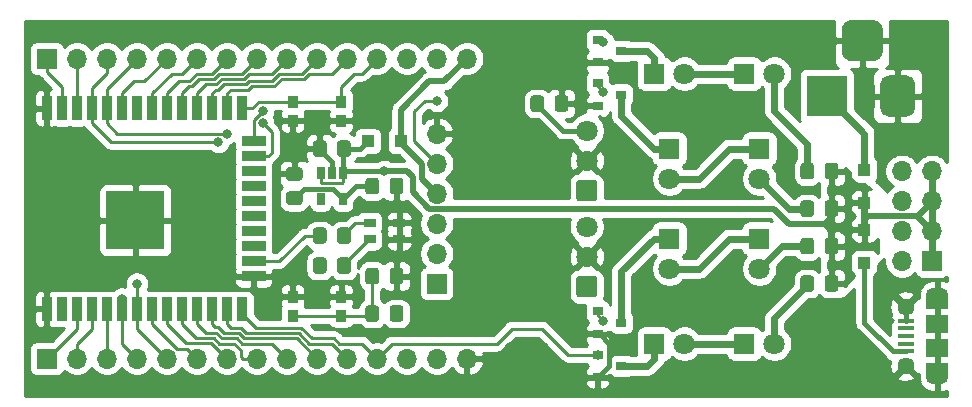
<source format=gbr>
G04 #@! TF.GenerationSoftware,KiCad,Pcbnew,(5.1.9-0-10_14)*
G04 #@! TF.CreationDate,2021-06-13T22:04:25-05:00*
G04 #@! TF.ProjectId,kbxIrBlaster,6b627849-7242-46c6-9173-7465722e6b69,rev?*
G04 #@! TF.SameCoordinates,Original*
G04 #@! TF.FileFunction,Copper,L1,Top*
G04 #@! TF.FilePolarity,Positive*
%FSLAX46Y46*%
G04 Gerber Fmt 4.6, Leading zero omitted, Abs format (unit mm)*
G04 Created by KiCad (PCBNEW (5.1.9-0-10_14)) date 2021-06-13 22:04:25*
%MOMM*%
%LPD*%
G01*
G04 APERTURE LIST*
G04 #@! TA.AperFunction,SMDPad,CuDef*
%ADD10R,0.650000X1.060000*%
G04 #@! TD*
G04 #@! TA.AperFunction,SMDPad,CuDef*
%ADD11R,1.900000X1.200000*%
G04 #@! TD*
G04 #@! TA.AperFunction,ComponentPad*
%ADD12O,1.900000X1.200000*%
G04 #@! TD*
G04 #@! TA.AperFunction,SMDPad,CuDef*
%ADD13R,1.900000X1.500000*%
G04 #@! TD*
G04 #@! TA.AperFunction,ComponentPad*
%ADD14C,1.450000*%
G04 #@! TD*
G04 #@! TA.AperFunction,SMDPad,CuDef*
%ADD15R,1.350000X0.400000*%
G04 #@! TD*
G04 #@! TA.AperFunction,SMDPad,CuDef*
%ADD16R,0.900000X2.000000*%
G04 #@! TD*
G04 #@! TA.AperFunction,SMDPad,CuDef*
%ADD17R,2.000000X0.900000*%
G04 #@! TD*
G04 #@! TA.AperFunction,SMDPad,CuDef*
%ADD18R,5.000000X5.000000*%
G04 #@! TD*
G04 #@! TA.AperFunction,ComponentPad*
%ADD19C,1.800000*%
G04 #@! TD*
G04 #@! TA.AperFunction,SMDPad,CuDef*
%ADD20R,0.900000X0.800000*%
G04 #@! TD*
G04 #@! TA.AperFunction,SMDPad,CuDef*
%ADD21R,1.000000X0.800000*%
G04 #@! TD*
G04 #@! TA.AperFunction,ComponentPad*
%ADD22R,1.800000X1.800000*%
G04 #@! TD*
G04 #@! TA.AperFunction,SMDPad,CuDef*
%ADD23R,0.900000X1.000000*%
G04 #@! TD*
G04 #@! TA.AperFunction,ComponentPad*
%ADD24O,1.700000X1.700000*%
G04 #@! TD*
G04 #@! TA.AperFunction,ComponentPad*
%ADD25R,1.700000X1.700000*%
G04 #@! TD*
G04 #@! TA.AperFunction,ComponentPad*
%ADD26R,3.500000X3.500000*%
G04 #@! TD*
G04 #@! TA.AperFunction,ComponentPad*
%ADD27C,0.800000*%
G04 #@! TD*
G04 #@! TA.AperFunction,ComponentPad*
%ADD28C,5.000000*%
G04 #@! TD*
G04 #@! TA.AperFunction,SMDPad,CuDef*
%ADD29R,1.100000X1.100000*%
G04 #@! TD*
G04 #@! TA.AperFunction,ViaPad*
%ADD30C,0.800000*%
G04 #@! TD*
G04 #@! TA.AperFunction,Conductor*
%ADD31C,0.250000*%
G04 #@! TD*
G04 #@! TA.AperFunction,Conductor*
%ADD32C,0.400000*%
G04 #@! TD*
G04 #@! TA.AperFunction,Conductor*
%ADD33C,0.600000*%
G04 #@! TD*
G04 #@! TA.AperFunction,Conductor*
%ADD34C,0.500000*%
G04 #@! TD*
G04 #@! TA.AperFunction,Conductor*
%ADD35C,0.254000*%
G04 #@! TD*
G04 #@! TA.AperFunction,Conductor*
%ADD36C,0.100000*%
G04 #@! TD*
G04 APERTURE END LIST*
D10*
X146365000Y-79840000D03*
X144465000Y-79840000D03*
X144465000Y-77640000D03*
X145415000Y-77640000D03*
X146365000Y-77640000D03*
D11*
X196690500Y-94340000D03*
X196690500Y-88540000D03*
D12*
X196690500Y-87940000D03*
X196690500Y-94940000D03*
D13*
X196690500Y-92440000D03*
D14*
X193990500Y-88940000D03*
D15*
X193990500Y-91440000D03*
X193990500Y-90790000D03*
X193990500Y-90140000D03*
X193990500Y-92740000D03*
X193990500Y-92090000D03*
D14*
X193990500Y-93940000D03*
D13*
X196690500Y-90440000D03*
D16*
X121285000Y-72145000D03*
X122555000Y-72145000D03*
X123825000Y-72145000D03*
X125095000Y-72145000D03*
X126365000Y-72145000D03*
X127635000Y-72145000D03*
X128905000Y-72145000D03*
X130175000Y-72145000D03*
X131445000Y-72145000D03*
X132715000Y-72145000D03*
X133985000Y-72145000D03*
X135255000Y-72145000D03*
X136525000Y-72145000D03*
X137795000Y-72145000D03*
D17*
X138795000Y-74930000D03*
X138795000Y-76200000D03*
X138795000Y-77470000D03*
X138795000Y-78740000D03*
X138795000Y-80010000D03*
X138795000Y-81280000D03*
X138795000Y-82550000D03*
X138795000Y-83820000D03*
X138795000Y-85090000D03*
X138795000Y-86360000D03*
D16*
X137795000Y-89145000D03*
X136525000Y-89145000D03*
X135255000Y-89145000D03*
X133985000Y-89145000D03*
X132715000Y-89145000D03*
X131445000Y-89145000D03*
X130175000Y-89145000D03*
X128905000Y-89145000D03*
X127635000Y-89145000D03*
X126365000Y-89145000D03*
X125095000Y-89145000D03*
X123825000Y-89145000D03*
X122555000Y-89145000D03*
X121285000Y-89145000D03*
D18*
X128785000Y-81645000D03*
D19*
X167005000Y-74041000D03*
X167005000Y-76581000D03*
G04 #@! TA.AperFunction,ComponentPad*
G36*
G01*
X167654800Y-80021000D02*
X166355200Y-80021000D01*
G75*
G02*
X166105000Y-79770800I0J250200D01*
G01*
X166105000Y-78471200D01*
G75*
G02*
X166355200Y-78221000I250200J0D01*
G01*
X167654800Y-78221000D01*
G75*
G02*
X167905000Y-78471200I0J-250200D01*
G01*
X167905000Y-79770800D01*
G75*
G02*
X167654800Y-80021000I-250200J0D01*
G01*
G37*
G04 #@! TD.AperFunction*
X167005000Y-82169000D03*
X167005000Y-84709000D03*
G04 #@! TA.AperFunction,ComponentPad*
G36*
G01*
X167654800Y-88149000D02*
X166355200Y-88149000D01*
G75*
G02*
X166105000Y-87898800I0J250200D01*
G01*
X166105000Y-86599200D01*
G75*
G02*
X166355200Y-86349000I250200J0D01*
G01*
X167654800Y-86349000D01*
G75*
G02*
X167905000Y-86599200I0J-250200D01*
G01*
X167905000Y-87898800D01*
G75*
G02*
X167654800Y-88149000I-250200J0D01*
G01*
G37*
G04 #@! TD.AperFunction*
D20*
X169910000Y-70993000D03*
X167910000Y-71943000D03*
X167910000Y-70043000D03*
D21*
X148610000Y-83250000D03*
X151110000Y-83250000D03*
X151110000Y-81850000D03*
X148610000Y-81850000D03*
D20*
X169910000Y-90297000D03*
X167910000Y-91247000D03*
X167910000Y-89347000D03*
X169910000Y-67310000D03*
X167910000Y-68260000D03*
X167910000Y-66360000D03*
D19*
X175260000Y-69215000D03*
D22*
X172720000Y-69215000D03*
D19*
X173990000Y-78105000D03*
D22*
X173990000Y-75565000D03*
D19*
X182880000Y-69215000D03*
D22*
X180340000Y-69215000D03*
D19*
X181610000Y-78105000D03*
D22*
X181610000Y-75565000D03*
D23*
X146195000Y-73190000D03*
X146195000Y-71590000D03*
X142095000Y-73190000D03*
X142095000Y-71590000D03*
X146195000Y-89700000D03*
X146195000Y-88100000D03*
X142095000Y-89700000D03*
X142095000Y-88100000D03*
D20*
X169910000Y-93980000D03*
X167910000Y-94930000D03*
X167910000Y-93030000D03*
D24*
X156845000Y-67945000D03*
X154305000Y-67945000D03*
X151765000Y-67945000D03*
X149225000Y-67945000D03*
X146685000Y-67945000D03*
X144145000Y-67945000D03*
X141605000Y-67945000D03*
X139065000Y-67945000D03*
X136525000Y-67945000D03*
X133985000Y-67945000D03*
X131445000Y-67945000D03*
X128905000Y-67945000D03*
X126365000Y-67945000D03*
X123825000Y-67945000D03*
D25*
X121285000Y-67945000D03*
D24*
X156845000Y-93345000D03*
X154305000Y-93345000D03*
X151765000Y-93345000D03*
X149225000Y-93345000D03*
X146685000Y-93345000D03*
X144145000Y-93345000D03*
X141605000Y-93345000D03*
X139065000Y-93345000D03*
X136525000Y-93345000D03*
X133985000Y-93345000D03*
X131445000Y-93345000D03*
X128905000Y-93345000D03*
X126365000Y-93345000D03*
X123825000Y-93345000D03*
D25*
X121285000Y-93345000D03*
D24*
X154305000Y-74295000D03*
X154305000Y-76835000D03*
X154305000Y-79375000D03*
X154305000Y-81915000D03*
X154305000Y-84455000D03*
D25*
X154305000Y-86995000D03*
D24*
X193675000Y-77470000D03*
X196215000Y-77470000D03*
X193675000Y-80010000D03*
X196215000Y-80010000D03*
X193675000Y-82550000D03*
X196215000Y-82550000D03*
X193675000Y-85090000D03*
D25*
X196215000Y-85090000D03*
G04 #@! TA.AperFunction,ComponentPad*
G36*
G01*
X192075000Y-65545000D02*
X192075000Y-67295000D01*
G75*
G02*
X191200000Y-68170000I-875000J0D01*
G01*
X189450000Y-68170000D01*
G75*
G02*
X188575000Y-67295000I0J875000D01*
G01*
X188575000Y-65545000D01*
G75*
G02*
X189450000Y-64670000I875000J0D01*
G01*
X191200000Y-64670000D01*
G75*
G02*
X192075000Y-65545000I0J-875000D01*
G01*
G37*
G04 #@! TD.AperFunction*
G04 #@! TA.AperFunction,ComponentPad*
G36*
G01*
X194825000Y-70120000D02*
X194825000Y-72120000D01*
G75*
G02*
X194075000Y-72870000I-750000J0D01*
G01*
X192575000Y-72870000D01*
G75*
G02*
X191825000Y-72120000I0J750000D01*
G01*
X191825000Y-70120000D01*
G75*
G02*
X192575000Y-69370000I750000J0D01*
G01*
X194075000Y-69370000D01*
G75*
G02*
X194825000Y-70120000I0J-750000D01*
G01*
G37*
G04 #@! TD.AperFunction*
D26*
X187325000Y-71120000D03*
D27*
X189920825Y-92654175D03*
X188595000Y-92105000D03*
X187269175Y-92654175D03*
X186720000Y-93980000D03*
X187269175Y-95305825D03*
X188595000Y-95855000D03*
X189920825Y-95305825D03*
X190470000Y-93980000D03*
D28*
X188595000Y-93980000D03*
D27*
X163250825Y-92654175D03*
X161925000Y-92105000D03*
X160599175Y-92654175D03*
X160050000Y-93980000D03*
X160599175Y-95305825D03*
X161925000Y-95855000D03*
X163250825Y-95305825D03*
X163800000Y-93980000D03*
D28*
X161925000Y-93980000D03*
D27*
X163250825Y-65984175D03*
X161925000Y-65435000D03*
X160599175Y-65984175D03*
X160050000Y-67310000D03*
X160599175Y-68635825D03*
X161925000Y-69185000D03*
X163250825Y-68635825D03*
X163800000Y-67310000D03*
D28*
X161925000Y-67310000D03*
D29*
X190500000Y-85220000D03*
X190500000Y-82420000D03*
X190500000Y-77340000D03*
X190500000Y-80140000D03*
X151260000Y-74930000D03*
X148460000Y-74930000D03*
D19*
X173990000Y-85725000D03*
D22*
X173990000Y-83185000D03*
D19*
X175260000Y-92075000D03*
D22*
X172720000Y-92075000D03*
D19*
X181610000Y-85725000D03*
D22*
X181610000Y-83185000D03*
D19*
X182880000Y-92075000D03*
D22*
X180340000Y-92075000D03*
G04 #@! TA.AperFunction,SMDPad,CuDef*
G36*
G01*
X186240000Y-77019999D02*
X186240000Y-77920001D01*
G75*
G02*
X185990001Y-78170000I-249999J0D01*
G01*
X185339999Y-78170000D01*
G75*
G02*
X185090000Y-77920001I0J249999D01*
G01*
X185090000Y-77019999D01*
G75*
G02*
X185339999Y-76770000I249999J0D01*
G01*
X185990001Y-76770000D01*
G75*
G02*
X186240000Y-77019999I0J-249999D01*
G01*
G37*
G04 #@! TD.AperFunction*
G04 #@! TA.AperFunction,SMDPad,CuDef*
G36*
G01*
X188290000Y-77019999D02*
X188290000Y-77920001D01*
G75*
G02*
X188040001Y-78170000I-249999J0D01*
G01*
X187389999Y-78170000D01*
G75*
G02*
X187140000Y-77920001I0J249999D01*
G01*
X187140000Y-77019999D01*
G75*
G02*
X187389999Y-76770000I249999J0D01*
G01*
X188040001Y-76770000D01*
G75*
G02*
X188290000Y-77019999I0J-249999D01*
G01*
G37*
G04 #@! TD.AperFunction*
G04 #@! TA.AperFunction,SMDPad,CuDef*
G36*
G01*
X186240000Y-80194999D02*
X186240000Y-81095001D01*
G75*
G02*
X185990001Y-81345000I-249999J0D01*
G01*
X185339999Y-81345000D01*
G75*
G02*
X185090000Y-81095001I0J249999D01*
G01*
X185090000Y-80194999D01*
G75*
G02*
X185339999Y-79945000I249999J0D01*
G01*
X185990001Y-79945000D01*
G75*
G02*
X186240000Y-80194999I0J-249999D01*
G01*
G37*
G04 #@! TD.AperFunction*
G04 #@! TA.AperFunction,SMDPad,CuDef*
G36*
G01*
X188290000Y-80194999D02*
X188290000Y-81095001D01*
G75*
G02*
X188040001Y-81345000I-249999J0D01*
G01*
X187389999Y-81345000D01*
G75*
G02*
X187140000Y-81095001I0J249999D01*
G01*
X187140000Y-80194999D01*
G75*
G02*
X187389999Y-79945000I249999J0D01*
G01*
X188040001Y-79945000D01*
G75*
G02*
X188290000Y-80194999I0J-249999D01*
G01*
G37*
G04 #@! TD.AperFunction*
G04 #@! TA.AperFunction,SMDPad,CuDef*
G36*
G01*
X149410000Y-89084999D02*
X149410000Y-89985001D01*
G75*
G02*
X149160001Y-90235000I-249999J0D01*
G01*
X148509999Y-90235000D01*
G75*
G02*
X148260000Y-89985001I0J249999D01*
G01*
X148260000Y-89084999D01*
G75*
G02*
X148509999Y-88835000I249999J0D01*
G01*
X149160001Y-88835000D01*
G75*
G02*
X149410000Y-89084999I0J-249999D01*
G01*
G37*
G04 #@! TD.AperFunction*
G04 #@! TA.AperFunction,SMDPad,CuDef*
G36*
G01*
X151460000Y-89084999D02*
X151460000Y-89985001D01*
G75*
G02*
X151210001Y-90235000I-249999J0D01*
G01*
X150559999Y-90235000D01*
G75*
G02*
X150310000Y-89985001I0J249999D01*
G01*
X150310000Y-89084999D01*
G75*
G02*
X150559999Y-88835000I249999J0D01*
G01*
X151210001Y-88835000D01*
G75*
G02*
X151460000Y-89084999I0J-249999D01*
G01*
G37*
G04 #@! TD.AperFunction*
G04 #@! TA.AperFunction,SMDPad,CuDef*
G36*
G01*
X145865000Y-83381001D02*
X145865000Y-82480999D01*
G75*
G02*
X146114999Y-82231000I249999J0D01*
G01*
X146765001Y-82231000D01*
G75*
G02*
X147015000Y-82480999I0J-249999D01*
G01*
X147015000Y-83381001D01*
G75*
G02*
X146765001Y-83631000I-249999J0D01*
G01*
X146114999Y-83631000D01*
G75*
G02*
X145865000Y-83381001I0J249999D01*
G01*
G37*
G04 #@! TD.AperFunction*
G04 #@! TA.AperFunction,SMDPad,CuDef*
G36*
G01*
X143815000Y-83381001D02*
X143815000Y-82480999D01*
G75*
G02*
X144064999Y-82231000I249999J0D01*
G01*
X144715001Y-82231000D01*
G75*
G02*
X144965000Y-82480999I0J-249999D01*
G01*
X144965000Y-83381001D01*
G75*
G02*
X144715001Y-83631000I-249999J0D01*
G01*
X144064999Y-83631000D01*
G75*
G02*
X143815000Y-83381001I0J249999D01*
G01*
G37*
G04 #@! TD.AperFunction*
G04 #@! TA.AperFunction,SMDPad,CuDef*
G36*
G01*
X145865000Y-85921001D02*
X145865000Y-85020999D01*
G75*
G02*
X146114999Y-84771000I249999J0D01*
G01*
X146765001Y-84771000D01*
G75*
G02*
X147015000Y-85020999I0J-249999D01*
G01*
X147015000Y-85921001D01*
G75*
G02*
X146765001Y-86171000I-249999J0D01*
G01*
X146114999Y-86171000D01*
G75*
G02*
X145865000Y-85921001I0J249999D01*
G01*
G37*
G04 #@! TD.AperFunction*
G04 #@! TA.AperFunction,SMDPad,CuDef*
G36*
G01*
X143815000Y-85921001D02*
X143815000Y-85020999D01*
G75*
G02*
X144064999Y-84771000I249999J0D01*
G01*
X144715001Y-84771000D01*
G75*
G02*
X144965000Y-85020999I0J-249999D01*
G01*
X144965000Y-85921001D01*
G75*
G02*
X144715001Y-86171000I-249999J0D01*
G01*
X144064999Y-86171000D01*
G75*
G02*
X143815000Y-85921001I0J249999D01*
G01*
G37*
G04 #@! TD.AperFunction*
G04 #@! TA.AperFunction,SMDPad,CuDef*
G36*
G01*
X186240000Y-83369999D02*
X186240000Y-84270001D01*
G75*
G02*
X185990001Y-84520000I-249999J0D01*
G01*
X185339999Y-84520000D01*
G75*
G02*
X185090000Y-84270001I0J249999D01*
G01*
X185090000Y-83369999D01*
G75*
G02*
X185339999Y-83120000I249999J0D01*
G01*
X185990001Y-83120000D01*
G75*
G02*
X186240000Y-83369999I0J-249999D01*
G01*
G37*
G04 #@! TD.AperFunction*
G04 #@! TA.AperFunction,SMDPad,CuDef*
G36*
G01*
X188290000Y-83369999D02*
X188290000Y-84270001D01*
G75*
G02*
X188040001Y-84520000I-249999J0D01*
G01*
X187389999Y-84520000D01*
G75*
G02*
X187140000Y-84270001I0J249999D01*
G01*
X187140000Y-83369999D01*
G75*
G02*
X187389999Y-83120000I249999J0D01*
G01*
X188040001Y-83120000D01*
G75*
G02*
X188290000Y-83369999I0J-249999D01*
G01*
G37*
G04 #@! TD.AperFunction*
G04 #@! TA.AperFunction,SMDPad,CuDef*
G36*
G01*
X186240000Y-86544999D02*
X186240000Y-87445001D01*
G75*
G02*
X185990001Y-87695000I-249999J0D01*
G01*
X185339999Y-87695000D01*
G75*
G02*
X185090000Y-87445001I0J249999D01*
G01*
X185090000Y-86544999D01*
G75*
G02*
X185339999Y-86295000I249999J0D01*
G01*
X185990001Y-86295000D01*
G75*
G02*
X186240000Y-86544999I0J-249999D01*
G01*
G37*
G04 #@! TD.AperFunction*
G04 #@! TA.AperFunction,SMDPad,CuDef*
G36*
G01*
X188290000Y-86544999D02*
X188290000Y-87445001D01*
G75*
G02*
X188040001Y-87695000I-249999J0D01*
G01*
X187389999Y-87695000D01*
G75*
G02*
X187140000Y-87445001I0J249999D01*
G01*
X187140000Y-86544999D01*
G75*
G02*
X187389999Y-86295000I249999J0D01*
G01*
X188040001Y-86295000D01*
G75*
G02*
X188290000Y-86544999I0J-249999D01*
G01*
G37*
G04 #@! TD.AperFunction*
G04 #@! TA.AperFunction,SMDPad,CuDef*
G36*
G01*
X163380000Y-71304999D02*
X163380000Y-72205001D01*
G75*
G02*
X163130001Y-72455000I-249999J0D01*
G01*
X162479999Y-72455000D01*
G75*
G02*
X162230000Y-72205001I0J249999D01*
G01*
X162230000Y-71304999D01*
G75*
G02*
X162479999Y-71055000I249999J0D01*
G01*
X163130001Y-71055000D01*
G75*
G02*
X163380000Y-71304999I0J-249999D01*
G01*
G37*
G04 #@! TD.AperFunction*
G04 #@! TA.AperFunction,SMDPad,CuDef*
G36*
G01*
X165430000Y-71304999D02*
X165430000Y-72205001D01*
G75*
G02*
X165180001Y-72455000I-249999J0D01*
G01*
X164529999Y-72455000D01*
G75*
G02*
X164280000Y-72205001I0J249999D01*
G01*
X164280000Y-71304999D01*
G75*
G02*
X164529999Y-71055000I249999J0D01*
G01*
X165180001Y-71055000D01*
G75*
G02*
X165430000Y-71304999I0J-249999D01*
G01*
G37*
G04 #@! TD.AperFunction*
G04 #@! TA.AperFunction,SMDPad,CuDef*
G36*
G01*
X149410000Y-78289999D02*
X149410000Y-79190001D01*
G75*
G02*
X149160001Y-79440000I-249999J0D01*
G01*
X148509999Y-79440000D01*
G75*
G02*
X148260000Y-79190001I0J249999D01*
G01*
X148260000Y-78289999D01*
G75*
G02*
X148509999Y-78040000I249999J0D01*
G01*
X149160001Y-78040000D01*
G75*
G02*
X149410000Y-78289999I0J-249999D01*
G01*
G37*
G04 #@! TD.AperFunction*
G04 #@! TA.AperFunction,SMDPad,CuDef*
G36*
G01*
X151460000Y-78289999D02*
X151460000Y-79190001D01*
G75*
G02*
X151210001Y-79440000I-249999J0D01*
G01*
X150559999Y-79440000D01*
G75*
G02*
X150310000Y-79190001I0J249999D01*
G01*
X150310000Y-78289999D01*
G75*
G02*
X150559999Y-78040000I249999J0D01*
G01*
X151210001Y-78040000D01*
G75*
G02*
X151460000Y-78289999I0J-249999D01*
G01*
G37*
G04 #@! TD.AperFunction*
G04 #@! TA.AperFunction,SMDPad,CuDef*
G36*
G01*
X141789999Y-77140000D02*
X142690001Y-77140000D01*
G75*
G02*
X142940000Y-77389999I0J-249999D01*
G01*
X142940000Y-78040001D01*
G75*
G02*
X142690001Y-78290000I-249999J0D01*
G01*
X141789999Y-78290000D01*
G75*
G02*
X141540000Y-78040001I0J249999D01*
G01*
X141540000Y-77389999D01*
G75*
G02*
X141789999Y-77140000I249999J0D01*
G01*
G37*
G04 #@! TD.AperFunction*
G04 #@! TA.AperFunction,SMDPad,CuDef*
G36*
G01*
X141789999Y-79190000D02*
X142690001Y-79190000D01*
G75*
G02*
X142940000Y-79439999I0J-249999D01*
G01*
X142940000Y-80090001D01*
G75*
G02*
X142690001Y-80340000I-249999J0D01*
G01*
X141789999Y-80340000D01*
G75*
G02*
X141540000Y-80090001I0J249999D01*
G01*
X141540000Y-79439999D01*
G75*
G02*
X141789999Y-79190000I249999J0D01*
G01*
G37*
G04 #@! TD.AperFunction*
G04 #@! TA.AperFunction,SMDPad,CuDef*
G36*
G01*
X145865000Y-76015001D02*
X145865000Y-75114999D01*
G75*
G02*
X146114999Y-74865000I249999J0D01*
G01*
X146765001Y-74865000D01*
G75*
G02*
X147015000Y-75114999I0J-249999D01*
G01*
X147015000Y-76015001D01*
G75*
G02*
X146765001Y-76265000I-249999J0D01*
G01*
X146114999Y-76265000D01*
G75*
G02*
X145865000Y-76015001I0J249999D01*
G01*
G37*
G04 #@! TD.AperFunction*
G04 #@! TA.AperFunction,SMDPad,CuDef*
G36*
G01*
X143815000Y-76015001D02*
X143815000Y-75114999D01*
G75*
G02*
X144064999Y-74865000I249999J0D01*
G01*
X144715001Y-74865000D01*
G75*
G02*
X144965000Y-75114999I0J-249999D01*
G01*
X144965000Y-76015001D01*
G75*
G02*
X144715001Y-76265000I-249999J0D01*
G01*
X144064999Y-76265000D01*
G75*
G02*
X143815000Y-76015001I0J249999D01*
G01*
G37*
G04 #@! TD.AperFunction*
G04 #@! TA.AperFunction,SMDPad,CuDef*
G36*
G01*
X150310000Y-86810001D02*
X150310000Y-85909999D01*
G75*
G02*
X150559999Y-85660000I249999J0D01*
G01*
X151210001Y-85660000D01*
G75*
G02*
X151460000Y-85909999I0J-249999D01*
G01*
X151460000Y-86810001D01*
G75*
G02*
X151210001Y-87060000I-249999J0D01*
G01*
X150559999Y-87060000D01*
G75*
G02*
X150310000Y-86810001I0J249999D01*
G01*
G37*
G04 #@! TD.AperFunction*
G04 #@! TA.AperFunction,SMDPad,CuDef*
G36*
G01*
X148260000Y-86810001D02*
X148260000Y-85909999D01*
G75*
G02*
X148509999Y-85660000I249999J0D01*
G01*
X149160001Y-85660000D01*
G75*
G02*
X149410000Y-85909999I0J-249999D01*
G01*
X149410000Y-86810001D01*
G75*
G02*
X149160001Y-87060000I-249999J0D01*
G01*
X148509999Y-87060000D01*
G75*
G02*
X148260000Y-86810001I0J249999D01*
G01*
G37*
G04 #@! TD.AperFunction*
D30*
X142095000Y-89700000D03*
X121285000Y-72136000D03*
X138811000Y-86360000D03*
X121285000Y-89154000D03*
X149860000Y-77470000D03*
X142240000Y-79765000D03*
X122555000Y-89145000D03*
X150885000Y-89535000D03*
X136525000Y-74295000D03*
X135817892Y-75020000D03*
X144390000Y-82931000D03*
X167910000Y-93030000D03*
X128905000Y-86995000D03*
X127635000Y-88265000D03*
X139573000Y-73406000D03*
X139573000Y-72390000D03*
X168402000Y-90170000D03*
X168402000Y-70739000D03*
X168402000Y-66548000D03*
X154305000Y-71516000D03*
X144390000Y-85471000D03*
D31*
X123825000Y-90805000D02*
X123825000Y-89145000D01*
X121285000Y-93345000D02*
X123825000Y-90805000D01*
X148835000Y-86360000D02*
X148835000Y-89535000D01*
X148670000Y-89700000D02*
X148835000Y-89535000D01*
X146195000Y-89700000D02*
X148670000Y-89700000D01*
X142795000Y-89700000D02*
X146195000Y-89700000D01*
X142095000Y-89700000D02*
X142795000Y-89700000D01*
D32*
X193990500Y-90140000D02*
X193990500Y-88940000D01*
D31*
X164100000Y-93030000D02*
X161605000Y-93030000D01*
D32*
X168910000Y-92075000D02*
X168910000Y-93980000D01*
X167910000Y-91247000D02*
X168082000Y-91247000D01*
X168910000Y-93980000D02*
X167960000Y-94930000D01*
X167960000Y-94930000D02*
X167910000Y-94930000D01*
X168082000Y-91247000D02*
X168910000Y-92075000D01*
X144390000Y-75565000D02*
X144390000Y-75683000D01*
X145415000Y-76708000D02*
X145415000Y-77640000D01*
X144390000Y-75683000D02*
X145415000Y-76708000D01*
D33*
X196215000Y-85090000D02*
X196215000Y-82550000D01*
X196215000Y-82550000D02*
X196215000Y-80010000D01*
X196215000Y-80010000D02*
X196215000Y-77470000D01*
X196215000Y-80010000D02*
X194945000Y-81280000D01*
X190500000Y-81090000D02*
X190500000Y-80140000D01*
X190690000Y-81280000D02*
X190500000Y-81090000D01*
D34*
X194945000Y-81280000D02*
X190690000Y-81280000D01*
D33*
X194945000Y-81280000D02*
X196215000Y-82550000D01*
X190500000Y-81470000D02*
X190690000Y-81280000D01*
X190500000Y-82420000D02*
X190500000Y-81470000D01*
D34*
X187715000Y-81345000D02*
X187715000Y-80645000D01*
X187145000Y-81915000D02*
X187715000Y-81345000D01*
X187715000Y-82485000D02*
X187715000Y-83820000D01*
X187145000Y-81915000D02*
X187715000Y-82485000D01*
X153670000Y-80645000D02*
X152273000Y-79248000D01*
X153670000Y-80645000D02*
X182880000Y-80645000D01*
X182880000Y-80645000D02*
X184150000Y-81915000D01*
X184150000Y-81915000D02*
X187145000Y-81915000D01*
X152273000Y-77978000D02*
X151765000Y-77470000D01*
X152273000Y-79248000D02*
X152273000Y-77978000D01*
X149860000Y-77470000D02*
X151765000Y-77470000D01*
D31*
X144465000Y-78420000D02*
X144531000Y-78486000D01*
X144465000Y-77640000D02*
X144465000Y-78420000D01*
X146365000Y-78420000D02*
X146365000Y-77640000D01*
X146299000Y-78486000D02*
X146365000Y-78420000D01*
X144531000Y-78486000D02*
X146299000Y-78486000D01*
D32*
X146365000Y-75640000D02*
X146440000Y-75565000D01*
X146365000Y-77640000D02*
X146365000Y-75640000D01*
X147825000Y-75565000D02*
X148460000Y-74930000D01*
X146440000Y-75565000D02*
X147825000Y-75565000D01*
X146535000Y-77470000D02*
X146365000Y-77640000D01*
X149860000Y-77470000D02*
X146535000Y-77470000D01*
X142315000Y-79840000D02*
X142240000Y-79765000D01*
X162805000Y-71755000D02*
X162805000Y-71873000D01*
X164973000Y-74041000D02*
X167005000Y-74041000D01*
X162805000Y-71873000D02*
X164973000Y-74041000D01*
X145514999Y-78989999D02*
X146365000Y-79840000D01*
X143015001Y-78989999D02*
X145514999Y-78989999D01*
X142240000Y-79765000D02*
X143015001Y-78989999D01*
X147465000Y-78740000D02*
X146365000Y-79840000D01*
X148835000Y-78740000D02*
X147465000Y-78740000D01*
D33*
X185665000Y-86995000D02*
X185665000Y-87131000D01*
X182880000Y-89916000D02*
X182880000Y-92075000D01*
X185665000Y-87131000D02*
X182880000Y-89916000D01*
X175260000Y-92075000D02*
X180340000Y-92075000D01*
X183515000Y-83820000D02*
X185665000Y-83820000D01*
X181610000Y-85725000D02*
X183515000Y-83820000D01*
X173990000Y-85725000D02*
X176530000Y-85725000D01*
X179070000Y-83185000D02*
X181610000Y-83185000D01*
X176530000Y-85725000D02*
X179070000Y-83185000D01*
X184150000Y-80645000D02*
X181610000Y-78105000D01*
X185665000Y-80645000D02*
X184150000Y-80645000D01*
X173990000Y-78105000D02*
X176530000Y-78105000D01*
X179070000Y-75565000D02*
X181610000Y-75565000D01*
X176530000Y-78105000D02*
X179070000Y-75565000D01*
X185665000Y-77470000D02*
X185665000Y-75175000D01*
X182880000Y-72390000D02*
X182880000Y-69215000D01*
X185665000Y-75175000D02*
X182880000Y-72390000D01*
X175260000Y-69215000D02*
X180340000Y-69215000D01*
X172720000Y-93375000D02*
X172720000Y-92075000D01*
X172115000Y-93980000D02*
X172720000Y-93375000D01*
X169910000Y-93980000D02*
X172115000Y-93980000D01*
X172690000Y-83185000D02*
X173990000Y-83185000D01*
X169910000Y-85965000D02*
X172690000Y-83185000D01*
X169910000Y-90297000D02*
X169910000Y-85965000D01*
X172690000Y-75565000D02*
X169910000Y-72785000D01*
X169910000Y-71793000D02*
X169910000Y-70993000D01*
X169910000Y-72785000D02*
X169910000Y-71793000D01*
X173990000Y-75565000D02*
X172690000Y-75565000D01*
X172720000Y-67915000D02*
X172720000Y-69215000D01*
X172115000Y-67310000D02*
X172720000Y-67915000D01*
X169910000Y-67310000D02*
X172115000Y-67310000D01*
D34*
X151260000Y-74930000D02*
X151260000Y-75060000D01*
X151260000Y-75060000D02*
X153035000Y-76835000D01*
X153035000Y-78105000D02*
X154305000Y-79375000D01*
X153035000Y-76835000D02*
X153035000Y-78105000D01*
X151260000Y-74930000D02*
X151260000Y-72260000D01*
X151260000Y-72260000D02*
X153670000Y-69850000D01*
X154940000Y-69850000D02*
X156845000Y-67945000D01*
X153670000Y-69850000D02*
X154940000Y-69850000D01*
D33*
X190500000Y-77340000D02*
X190500000Y-74295000D01*
X190500000Y-74295000D02*
X187325000Y-71120000D01*
D31*
X148525000Y-83250000D02*
X148610000Y-83250000D01*
X146440000Y-85335000D02*
X148525000Y-83250000D01*
X146440000Y-85471000D02*
X146440000Y-85335000D01*
D32*
X192915500Y-92740000D02*
X193990500Y-92740000D01*
X190500000Y-90324500D02*
X192915500Y-92740000D01*
X190500000Y-85220000D02*
X190500000Y-90324500D01*
D31*
X126365000Y-70485000D02*
X126365000Y-72145000D01*
X128905000Y-67945000D02*
X126365000Y-70485000D01*
X127265000Y-74295000D02*
X136525000Y-74295000D01*
X126365000Y-73395000D02*
X127265000Y-74295000D01*
X126365000Y-72145000D02*
X126365000Y-73395000D01*
X125095000Y-70895000D02*
X125095000Y-72145000D01*
X125095000Y-70417081D02*
X125095000Y-70895000D01*
X126365000Y-69147081D02*
X125095000Y-70417081D01*
X126365000Y-67945000D02*
X126365000Y-69147081D01*
X125095000Y-73395000D02*
X126720000Y-75020000D01*
X126720000Y-75020000D02*
X135817892Y-75020000D01*
X125095000Y-72145000D02*
X125095000Y-73395000D01*
X138795000Y-85090000D02*
X140970000Y-85090000D01*
X143129000Y-82931000D02*
X144390000Y-82931000D01*
X140970000Y-85090000D02*
X143129000Y-82931000D01*
X137795000Y-89535000D02*
X138984970Y-90724970D01*
X138984970Y-90724970D02*
X142797791Y-90724971D01*
X137795000Y-89145000D02*
X137795000Y-89535000D01*
X143697810Y-91624990D02*
X145601401Y-91624991D01*
X142797791Y-90724971D02*
X143697810Y-91624990D01*
X145601401Y-91624991D02*
X146051410Y-92075000D01*
X147955000Y-92075000D02*
X149225000Y-93345000D01*
X146051410Y-92075000D02*
X147955000Y-92075000D01*
X167910000Y-93030000D02*
X165420000Y-93030000D01*
X165420000Y-93030000D02*
X163195000Y-90805000D01*
X163195000Y-90805000D02*
X160655000Y-90805000D01*
X160655000Y-90805000D02*
X159385000Y-92075000D01*
X150495000Y-92075000D02*
X149225000Y-93345000D01*
X159385000Y-92075000D02*
X150495000Y-92075000D01*
X136854972Y-90724972D02*
X137719203Y-90724973D01*
X136525000Y-90395000D02*
X136854972Y-90724972D01*
X137719203Y-90724973D02*
X138169210Y-91174980D01*
X136525000Y-89145000D02*
X136525000Y-90395000D01*
X138169210Y-91174980D02*
X142611390Y-91174980D01*
X142611390Y-91174980D02*
X143511410Y-92075000D01*
X145415000Y-92075000D02*
X146685000Y-93345000D01*
X143511410Y-92075000D02*
X145415000Y-92075000D01*
X144145000Y-93345000D02*
X142424990Y-91624990D01*
X137982810Y-91624990D02*
X137532802Y-91174982D01*
X142424990Y-91624990D02*
X137982810Y-91624990D01*
X137532802Y-91174982D02*
X136264212Y-91174982D01*
X136264212Y-91174982D02*
X135784191Y-90694963D01*
X135255000Y-90395000D02*
X135255000Y-89145000D01*
X135554963Y-90694963D02*
X135255000Y-90395000D01*
X135784191Y-90694963D02*
X135554963Y-90694963D01*
X133985000Y-90395000D02*
X134734971Y-91144971D01*
X133985000Y-89145000D02*
X133985000Y-90395000D01*
X134734971Y-91144971D02*
X135597792Y-91144972D01*
X136077810Y-91624990D02*
X137346401Y-91624991D01*
X135597792Y-91144972D02*
X136077810Y-91624990D01*
X137346401Y-91624991D02*
X137796410Y-92075000D01*
X140335000Y-92075000D02*
X141605000Y-93345000D01*
X137796410Y-92075000D02*
X140335000Y-92075000D01*
X137700001Y-93182082D02*
X137700001Y-92615001D01*
X137862919Y-93345000D02*
X137700001Y-93182082D01*
X139065000Y-93345000D02*
X137862919Y-93345000D01*
X137160000Y-92075000D02*
X135891410Y-92075000D01*
X137700001Y-92615001D02*
X137160000Y-92075000D01*
X132715000Y-90395000D02*
X132715000Y-89145000D01*
X133914981Y-91594981D02*
X132715000Y-90395000D01*
X135411391Y-91594981D02*
X133914981Y-91594981D01*
X135891410Y-92075000D02*
X135411391Y-91594981D01*
X133094991Y-92044991D02*
X135224991Y-92044991D01*
X131445000Y-90395000D02*
X133094991Y-92044991D01*
X131445000Y-89145000D02*
X131445000Y-90395000D01*
X135224991Y-92044991D02*
X136525000Y-93345000D01*
X133135001Y-92495001D02*
X133985000Y-93345000D01*
X132275001Y-92495001D02*
X133135001Y-92495001D01*
X130175000Y-90395000D02*
X132275001Y-92495001D01*
X130175000Y-89145000D02*
X130175000Y-90395000D01*
X128905000Y-90805000D02*
X131445000Y-93345000D01*
X128905000Y-89145000D02*
X128905000Y-90805000D01*
X128905000Y-86995000D02*
X128905000Y-89145000D01*
X127635000Y-92075000D02*
X128905000Y-93345000D01*
X127635000Y-89145000D02*
X127635000Y-92075000D01*
X127635000Y-88265000D02*
X127635000Y-89145000D01*
X126365000Y-93345000D02*
X126365000Y-89145000D01*
X125095000Y-90395000D02*
X125095000Y-89145000D01*
X123825000Y-92142919D02*
X125095000Y-90872919D01*
X125095000Y-90872919D02*
X125095000Y-90395000D01*
X123825000Y-93345000D02*
X123825000Y-92142919D01*
X140045000Y-76200000D02*
X140335000Y-75910000D01*
X138795000Y-76200000D02*
X140045000Y-76200000D01*
X140335000Y-74168000D02*
X139573000Y-73406000D01*
X140335000Y-75910000D02*
X140335000Y-74168000D01*
X138795000Y-73168000D02*
X139573000Y-72390000D01*
X138795000Y-74930000D02*
X138795000Y-73168000D01*
X142095000Y-71590000D02*
X139230000Y-71590000D01*
X138675000Y-72145000D02*
X137795000Y-72145000D01*
X139230000Y-71590000D02*
X138675000Y-72145000D01*
X142795000Y-71590000D02*
X146195000Y-71590000D01*
X142095000Y-71590000D02*
X142795000Y-71590000D01*
X149225000Y-67945000D02*
X147955000Y-69215000D01*
X147955000Y-69215000D02*
X147320000Y-69215000D01*
X146195000Y-70340000D02*
X146195000Y-71590000D01*
X147320000Y-69215000D02*
X146195000Y-70340000D01*
X136525000Y-70895000D02*
X136525000Y-72145000D01*
X136854972Y-70565028D02*
X136525000Y-70895000D01*
X138619219Y-70300010D02*
X138354200Y-70565028D01*
X140522810Y-70300010D02*
X138619219Y-70300010D01*
X138354200Y-70565028D02*
X136854972Y-70565028D01*
X143511410Y-69215000D02*
X143061400Y-69665010D01*
X145415000Y-69215000D02*
X143511410Y-69215000D01*
X141157810Y-69665010D02*
X140522810Y-70300010D01*
X143061400Y-69665010D02*
X141157810Y-69665010D01*
X146685000Y-67945000D02*
X145415000Y-69215000D01*
X135255000Y-70895000D02*
X135255000Y-72145000D01*
X138167800Y-70115018D02*
X136264212Y-70115018D01*
X138432820Y-69850000D02*
X138167800Y-70115018D01*
X135814200Y-70565030D02*
X135584970Y-70565030D01*
X136264212Y-70115018D02*
X135814200Y-70565030D01*
X140336410Y-69850000D02*
X138432820Y-69850000D01*
X135584970Y-70565030D02*
X135255000Y-70895000D01*
X140971410Y-69215000D02*
X140336410Y-69850000D01*
X142875000Y-69215000D02*
X140971410Y-69215000D01*
X144145000Y-67945000D02*
X142875000Y-69215000D01*
X134764980Y-70115020D02*
X135627800Y-70115020D01*
X133985000Y-70895000D02*
X134764980Y-70115020D01*
X133985000Y-72145000D02*
X133985000Y-70895000D01*
X136077810Y-69665010D02*
X137981401Y-69665009D01*
X135627800Y-70115020D02*
X136077810Y-69665010D01*
X137981401Y-69665009D02*
X138431410Y-69215000D01*
X140335000Y-69215000D02*
X141605000Y-67945000D01*
X138431410Y-69215000D02*
X140335000Y-69215000D01*
X133309990Y-70300010D02*
X133536401Y-70300009D01*
X132715000Y-70895000D02*
X133309990Y-70300010D01*
X132715000Y-72145000D02*
X132715000Y-70895000D01*
X134171400Y-69665010D02*
X135441400Y-69665010D01*
X133536401Y-70300009D02*
X134171400Y-69665010D01*
X135441400Y-69665010D02*
X135891410Y-69215000D01*
X137795000Y-69215000D02*
X139065000Y-67945000D01*
X135891410Y-69215000D02*
X137795000Y-69215000D01*
X136525000Y-67945000D02*
X135255000Y-69215000D01*
X135255000Y-69215000D02*
X133985000Y-69215000D01*
X133985000Y-69215000D02*
X133350000Y-69850000D01*
X131445000Y-70895000D02*
X131445000Y-72145000D01*
X132490000Y-69850000D02*
X131445000Y-70895000D01*
X133350000Y-69850000D02*
X132490000Y-69850000D01*
X130175000Y-70895000D02*
X131855000Y-69215000D01*
X130175000Y-72145000D02*
X130175000Y-70895000D01*
X132715000Y-69215000D02*
X133985000Y-67945000D01*
X131855000Y-69215000D02*
X132715000Y-69215000D01*
X127635000Y-70895000D02*
X128680000Y-69850000D01*
X127635000Y-72145000D02*
X127635000Y-70895000D01*
X129540000Y-69850000D02*
X131445000Y-67945000D01*
X128680000Y-69850000D02*
X129540000Y-69850000D01*
X123825000Y-67945000D02*
X123825000Y-72145000D01*
X122555000Y-70895000D02*
X122555000Y-72145000D01*
X122555000Y-70315000D02*
X122555000Y-70895000D01*
X121285000Y-69045000D02*
X122555000Y-70315000D01*
X121285000Y-67945000D02*
X121285000Y-69045000D01*
X146440000Y-82795000D02*
X147385000Y-81850000D01*
X147385000Y-81850000D02*
X148610000Y-81850000D01*
X146440000Y-82931000D02*
X146440000Y-82795000D01*
X167910000Y-89678000D02*
X168402000Y-90170000D01*
X167910000Y-89347000D02*
X167910000Y-89678000D01*
X167910000Y-70247000D02*
X168402000Y-70739000D01*
X167910000Y-70043000D02*
X167910000Y-70247000D01*
X168214000Y-66360000D02*
X168402000Y-66548000D01*
X167910000Y-66360000D02*
X168214000Y-66360000D01*
X153274000Y-71516000D02*
X152400000Y-72390000D01*
X152400000Y-74930000D02*
X154305000Y-76835000D01*
X152400000Y-72390000D02*
X152400000Y-74930000D01*
X154305000Y-71516000D02*
X153274000Y-71516000D01*
D35*
X187940000Y-66134250D02*
X188098750Y-66293000D01*
X190198000Y-66293000D01*
X190198000Y-66273000D01*
X190452000Y-66273000D01*
X190452000Y-66293000D01*
X192551250Y-66293000D01*
X192710000Y-66134250D01*
X192712810Y-64795000D01*
X197460001Y-64795000D01*
X197460001Y-76660346D01*
X197368475Y-76523368D01*
X197161632Y-76316525D01*
X196918411Y-76154010D01*
X196648158Y-76042068D01*
X196361260Y-75985000D01*
X196068740Y-75985000D01*
X195781842Y-76042068D01*
X195511589Y-76154010D01*
X195268368Y-76316525D01*
X195061525Y-76523368D01*
X194945000Y-76697760D01*
X194828475Y-76523368D01*
X194621632Y-76316525D01*
X194378411Y-76154010D01*
X194108158Y-76042068D01*
X193821260Y-75985000D01*
X193528740Y-75985000D01*
X193241842Y-76042068D01*
X192971589Y-76154010D01*
X192728368Y-76316525D01*
X192521525Y-76523368D01*
X192359010Y-76766589D01*
X192247068Y-77036842D01*
X192190000Y-77323740D01*
X192190000Y-77616260D01*
X192247068Y-77903158D01*
X192359010Y-78173411D01*
X192521525Y-78416632D01*
X192728368Y-78623475D01*
X192902760Y-78740000D01*
X192728368Y-78856525D01*
X192521525Y-79063368D01*
X192391253Y-79258334D01*
X192375309Y-79183099D01*
X192326240Y-79068696D01*
X192255795Y-78966065D01*
X192166681Y-78879148D01*
X191497751Y-78344004D01*
X191501185Y-78341185D01*
X191580537Y-78244494D01*
X191639502Y-78134180D01*
X191675812Y-78014482D01*
X191688072Y-77890000D01*
X191688072Y-76790000D01*
X191675812Y-76665518D01*
X191639502Y-76545820D01*
X191580537Y-76435506D01*
X191501185Y-76338815D01*
X191435000Y-76284499D01*
X191435000Y-74340931D01*
X191439524Y-74294999D01*
X191421471Y-74111707D01*
X191400022Y-74040999D01*
X191368007Y-73935460D01*
X191281186Y-73773028D01*
X191164344Y-73630656D01*
X191128664Y-73601374D01*
X190397290Y-72870000D01*
X191186928Y-72870000D01*
X191199188Y-72994482D01*
X191235498Y-73114180D01*
X191294463Y-73224494D01*
X191373815Y-73321185D01*
X191470506Y-73400537D01*
X191580820Y-73459502D01*
X191700518Y-73495812D01*
X191825000Y-73508072D01*
X193039250Y-73505000D01*
X193198000Y-73346250D01*
X193198000Y-71247000D01*
X193452000Y-71247000D01*
X193452000Y-73346250D01*
X193610750Y-73505000D01*
X194825000Y-73508072D01*
X194949482Y-73495812D01*
X195069180Y-73459502D01*
X195179494Y-73400537D01*
X195276185Y-73321185D01*
X195355537Y-73224494D01*
X195414502Y-73114180D01*
X195450812Y-72994482D01*
X195463072Y-72870000D01*
X195460000Y-71405750D01*
X195301250Y-71247000D01*
X193452000Y-71247000D01*
X193198000Y-71247000D01*
X191348750Y-71247000D01*
X191190000Y-71405750D01*
X191186928Y-72870000D01*
X190397290Y-72870000D01*
X189713072Y-72185782D01*
X189713072Y-69370000D01*
X189700812Y-69245518D01*
X189664502Y-69125820D01*
X189605537Y-69015506D01*
X189526185Y-68918815D01*
X189429494Y-68839463D01*
X189367655Y-68806409D01*
X190039250Y-68805000D01*
X190198000Y-68646250D01*
X190198000Y-66547000D01*
X190452000Y-66547000D01*
X190452000Y-68646250D01*
X190610750Y-68805000D01*
X191531367Y-68806931D01*
X191470506Y-68839463D01*
X191373815Y-68918815D01*
X191294463Y-69015506D01*
X191235498Y-69125820D01*
X191199188Y-69245518D01*
X191186928Y-69370000D01*
X191190000Y-70834250D01*
X191348750Y-70993000D01*
X193198000Y-70993000D01*
X193198000Y-68893750D01*
X193452000Y-68893750D01*
X193452000Y-70993000D01*
X195301250Y-70993000D01*
X195460000Y-70834250D01*
X195463072Y-69370000D01*
X195450812Y-69245518D01*
X195414502Y-69125820D01*
X195355537Y-69015506D01*
X195276185Y-68918815D01*
X195179494Y-68839463D01*
X195069180Y-68780498D01*
X194949482Y-68744188D01*
X194825000Y-68731928D01*
X193610750Y-68735000D01*
X193452000Y-68893750D01*
X193198000Y-68893750D01*
X193039250Y-68735000D01*
X192368195Y-68733302D01*
X192429494Y-68700537D01*
X192526185Y-68621185D01*
X192605537Y-68524494D01*
X192664502Y-68414180D01*
X192700812Y-68294482D01*
X192713072Y-68170000D01*
X192710000Y-66705750D01*
X192551250Y-66547000D01*
X190452000Y-66547000D01*
X190198000Y-66547000D01*
X188098750Y-66547000D01*
X187940000Y-66705750D01*
X187936928Y-68170000D01*
X187949188Y-68294482D01*
X187985498Y-68414180D01*
X188044463Y-68524494D01*
X188123815Y-68621185D01*
X188220506Y-68700537D01*
X188279233Y-68731928D01*
X185575000Y-68731928D01*
X185450518Y-68744188D01*
X185330820Y-68780498D01*
X185220506Y-68839463D01*
X185123815Y-68918815D01*
X185044463Y-69015506D01*
X184985498Y-69125820D01*
X184949188Y-69245518D01*
X184936928Y-69370000D01*
X184936928Y-72870000D01*
X184949188Y-72994482D01*
X184985498Y-73114180D01*
X185044463Y-73224494D01*
X185079611Y-73267322D01*
X183815000Y-72002711D01*
X183815000Y-70436381D01*
X183858505Y-70407312D01*
X184072312Y-70193505D01*
X184240299Y-69942095D01*
X184356011Y-69662743D01*
X184415000Y-69366184D01*
X184415000Y-69063816D01*
X184356011Y-68767257D01*
X184240299Y-68487905D01*
X184072312Y-68236495D01*
X183858505Y-68022688D01*
X183607095Y-67854701D01*
X183327743Y-67738989D01*
X183031184Y-67680000D01*
X182728816Y-67680000D01*
X182432257Y-67738989D01*
X182152905Y-67854701D01*
X181901495Y-68022688D01*
X181835056Y-68089127D01*
X181829502Y-68070820D01*
X181770537Y-67960506D01*
X181691185Y-67863815D01*
X181594494Y-67784463D01*
X181484180Y-67725498D01*
X181364482Y-67689188D01*
X181240000Y-67676928D01*
X179440000Y-67676928D01*
X179315518Y-67689188D01*
X179195820Y-67725498D01*
X179085506Y-67784463D01*
X178988815Y-67863815D01*
X178909463Y-67960506D01*
X178850498Y-68070820D01*
X178814188Y-68190518D01*
X178805375Y-68280000D01*
X176481381Y-68280000D01*
X176452312Y-68236495D01*
X176238505Y-68022688D01*
X175987095Y-67854701D01*
X175707743Y-67738989D01*
X175411184Y-67680000D01*
X175108816Y-67680000D01*
X174812257Y-67738989D01*
X174532905Y-67854701D01*
X174281495Y-68022688D01*
X174215056Y-68089127D01*
X174209502Y-68070820D01*
X174150537Y-67960506D01*
X174071185Y-67863815D01*
X173974494Y-67784463D01*
X173864180Y-67725498D01*
X173744482Y-67689188D01*
X173625003Y-67677421D01*
X173606317Y-67615820D01*
X173588007Y-67555460D01*
X173501186Y-67393028D01*
X173384344Y-67250656D01*
X173348660Y-67221371D01*
X172808630Y-66681341D01*
X172779344Y-66645656D01*
X172636972Y-66528814D01*
X172474540Y-66441993D01*
X172298292Y-66388529D01*
X172160932Y-66375000D01*
X172115000Y-66370476D01*
X172069068Y-66375000D01*
X170706144Y-66375000D01*
X170604180Y-66320498D01*
X170484482Y-66284188D01*
X170360000Y-66271928D01*
X169460000Y-66271928D01*
X169403471Y-66277495D01*
X169397226Y-66246102D01*
X169319205Y-66057744D01*
X169205937Y-65888226D01*
X169061774Y-65744063D01*
X168910609Y-65643058D01*
X168890537Y-65605506D01*
X168811185Y-65508815D01*
X168714494Y-65429463D01*
X168604180Y-65370498D01*
X168484482Y-65334188D01*
X168360000Y-65321928D01*
X167460000Y-65321928D01*
X167335518Y-65334188D01*
X167215820Y-65370498D01*
X167105506Y-65429463D01*
X167008815Y-65508815D01*
X166929463Y-65605506D01*
X166870498Y-65715820D01*
X166834188Y-65835518D01*
X166821928Y-65960000D01*
X166821928Y-66760000D01*
X166834188Y-66884482D01*
X166870498Y-67004180D01*
X166929463Y-67114494D01*
X167008815Y-67211185D01*
X167105506Y-67290537D01*
X167141918Y-67310000D01*
X167105506Y-67329463D01*
X167008815Y-67408815D01*
X166929463Y-67505506D01*
X166870498Y-67615820D01*
X166834188Y-67735518D01*
X166821928Y-67860000D01*
X166825000Y-67974250D01*
X166983750Y-68133000D01*
X167783000Y-68133000D01*
X167783000Y-68113000D01*
X168037000Y-68113000D01*
X168037000Y-68133000D01*
X168836250Y-68133000D01*
X168920857Y-68048393D01*
X168929463Y-68064494D01*
X169008815Y-68161185D01*
X169105506Y-68240537D01*
X169215820Y-68299502D01*
X169335518Y-68335812D01*
X169460000Y-68348072D01*
X170360000Y-68348072D01*
X170484482Y-68335812D01*
X170604180Y-68299502D01*
X170706144Y-68245000D01*
X171188822Y-68245000D01*
X171181928Y-68315000D01*
X171181928Y-70115000D01*
X171194188Y-70239482D01*
X171230498Y-70359180D01*
X171289463Y-70469494D01*
X171368815Y-70566185D01*
X171465506Y-70645537D01*
X171575820Y-70704502D01*
X171695518Y-70740812D01*
X171820000Y-70753072D01*
X173620000Y-70753072D01*
X173744482Y-70740812D01*
X173864180Y-70704502D01*
X173974494Y-70645537D01*
X174071185Y-70566185D01*
X174150537Y-70469494D01*
X174209502Y-70359180D01*
X174215056Y-70340873D01*
X174281495Y-70407312D01*
X174532905Y-70575299D01*
X174812257Y-70691011D01*
X175108816Y-70750000D01*
X175411184Y-70750000D01*
X175707743Y-70691011D01*
X175987095Y-70575299D01*
X176238505Y-70407312D01*
X176452312Y-70193505D01*
X176481381Y-70150000D01*
X178805375Y-70150000D01*
X178814188Y-70239482D01*
X178850498Y-70359180D01*
X178909463Y-70469494D01*
X178988815Y-70566185D01*
X179085506Y-70645537D01*
X179195820Y-70704502D01*
X179315518Y-70740812D01*
X179440000Y-70753072D01*
X181240000Y-70753072D01*
X181364482Y-70740812D01*
X181484180Y-70704502D01*
X181594494Y-70645537D01*
X181691185Y-70566185D01*
X181770537Y-70469494D01*
X181829502Y-70359180D01*
X181835056Y-70340873D01*
X181901495Y-70407312D01*
X181945001Y-70436382D01*
X181945000Y-72344068D01*
X181940476Y-72390000D01*
X181958529Y-72573291D01*
X182011993Y-72749539D01*
X182098814Y-72911971D01*
X182215656Y-73054344D01*
X182251341Y-73083630D01*
X184730001Y-75562290D01*
X184730000Y-76377297D01*
X184712038Y-76392038D01*
X184601595Y-76526613D01*
X184519528Y-76680149D01*
X184468992Y-76846745D01*
X184451928Y-77019999D01*
X184451928Y-77920001D01*
X184468992Y-78093255D01*
X184519528Y-78259851D01*
X184601595Y-78413387D01*
X184712038Y-78547962D01*
X184846613Y-78658405D01*
X185000149Y-78740472D01*
X185166745Y-78791008D01*
X185339999Y-78808072D01*
X185990001Y-78808072D01*
X186163255Y-78791008D01*
X186329851Y-78740472D01*
X186483387Y-78658405D01*
X186617962Y-78547962D01*
X186690000Y-78460184D01*
X186690000Y-79654816D01*
X186617962Y-79567038D01*
X186483387Y-79456595D01*
X186329851Y-79374528D01*
X186163255Y-79323992D01*
X185990001Y-79306928D01*
X185339999Y-79306928D01*
X185166745Y-79323992D01*
X185000149Y-79374528D01*
X184846613Y-79456595D01*
X184712038Y-79567038D01*
X184601595Y-79701613D01*
X184597112Y-79710000D01*
X184537290Y-79710000D01*
X183134792Y-78307503D01*
X183145000Y-78256184D01*
X183145000Y-77953816D01*
X183086011Y-77657257D01*
X182970299Y-77377905D01*
X182802312Y-77126495D01*
X182735873Y-77060056D01*
X182754180Y-77054502D01*
X182864494Y-76995537D01*
X182961185Y-76916185D01*
X183040537Y-76819494D01*
X183099502Y-76709180D01*
X183135812Y-76589482D01*
X183148072Y-76465000D01*
X183148072Y-74665000D01*
X183135812Y-74540518D01*
X183099502Y-74420820D01*
X183040537Y-74310506D01*
X182961185Y-74213815D01*
X182864494Y-74134463D01*
X182754180Y-74075498D01*
X182634482Y-74039188D01*
X182510000Y-74026928D01*
X180710000Y-74026928D01*
X180585518Y-74039188D01*
X180465820Y-74075498D01*
X180355506Y-74134463D01*
X180258815Y-74213815D01*
X180179463Y-74310506D01*
X180120498Y-74420820D01*
X180084188Y-74540518D01*
X180075375Y-74630000D01*
X179115924Y-74630000D01*
X179069999Y-74625477D01*
X179024074Y-74630000D01*
X179024068Y-74630000D01*
X178905110Y-74641717D01*
X178886707Y-74643529D01*
X178850409Y-74654540D01*
X178710460Y-74696993D01*
X178548028Y-74783814D01*
X178405656Y-74900656D01*
X178376376Y-74936334D01*
X176142711Y-77170000D01*
X175211381Y-77170000D01*
X175182312Y-77126495D01*
X175115873Y-77060056D01*
X175134180Y-77054502D01*
X175244494Y-76995537D01*
X175341185Y-76916185D01*
X175420537Y-76819494D01*
X175479502Y-76709180D01*
X175515812Y-76589482D01*
X175528072Y-76465000D01*
X175528072Y-74665000D01*
X175515812Y-74540518D01*
X175479502Y-74420820D01*
X175420537Y-74310506D01*
X175341185Y-74213815D01*
X175244494Y-74134463D01*
X175134180Y-74075498D01*
X175014482Y-74039188D01*
X174890000Y-74026928D01*
X173090000Y-74026928D01*
X172965518Y-74039188D01*
X172845820Y-74075498D01*
X172735506Y-74134463D01*
X172651057Y-74203768D01*
X170845000Y-72397711D01*
X170845000Y-71802981D01*
X170890537Y-71747494D01*
X170949502Y-71637180D01*
X170985812Y-71517482D01*
X170998072Y-71393000D01*
X170998072Y-70593000D01*
X170985812Y-70468518D01*
X170949502Y-70348820D01*
X170890537Y-70238506D01*
X170811185Y-70141815D01*
X170714494Y-70062463D01*
X170604180Y-70003498D01*
X170484482Y-69967188D01*
X170360000Y-69954928D01*
X169460000Y-69954928D01*
X169335518Y-69967188D01*
X169215820Y-70003498D01*
X169160030Y-70033319D01*
X169061774Y-69935063D01*
X168998072Y-69892499D01*
X168998072Y-69643000D01*
X168985812Y-69518518D01*
X168949502Y-69398820D01*
X168890537Y-69288506D01*
X168811185Y-69191815D01*
X168762061Y-69151500D01*
X168811185Y-69111185D01*
X168890537Y-69014494D01*
X168949502Y-68904180D01*
X168985812Y-68784482D01*
X168998072Y-68660000D01*
X168995000Y-68545750D01*
X168836250Y-68387000D01*
X168037000Y-68387000D01*
X168037000Y-68407000D01*
X167783000Y-68407000D01*
X167783000Y-68387000D01*
X166983750Y-68387000D01*
X166825000Y-68545750D01*
X166821928Y-68660000D01*
X166834188Y-68784482D01*
X166870498Y-68904180D01*
X166929463Y-69014494D01*
X167008815Y-69111185D01*
X167057939Y-69151500D01*
X167008815Y-69191815D01*
X166929463Y-69288506D01*
X166870498Y-69398820D01*
X166834188Y-69518518D01*
X166821928Y-69643000D01*
X166821928Y-70443000D01*
X166834188Y-70567482D01*
X166870498Y-70687180D01*
X166929463Y-70797494D01*
X167008815Y-70894185D01*
X167105506Y-70973537D01*
X167141918Y-70993000D01*
X167105506Y-71012463D01*
X167008815Y-71091815D01*
X166929463Y-71188506D01*
X166870498Y-71298820D01*
X166834188Y-71418518D01*
X166821928Y-71543000D01*
X166825000Y-71657250D01*
X166983750Y-71816000D01*
X167783000Y-71816000D01*
X167783000Y-71796000D01*
X168037000Y-71796000D01*
X168037000Y-71816000D01*
X168057000Y-71816000D01*
X168057000Y-72070000D01*
X168037000Y-72070000D01*
X168037000Y-72090000D01*
X167783000Y-72090000D01*
X167783000Y-72070000D01*
X166983750Y-72070000D01*
X166825000Y-72228750D01*
X166821928Y-72343000D01*
X166834188Y-72467482D01*
X166846324Y-72507490D01*
X166557257Y-72564989D01*
X166277905Y-72680701D01*
X166026495Y-72848688D01*
X165812688Y-73062495D01*
X165716801Y-73206000D01*
X165318868Y-73206000D01*
X165203535Y-73090667D01*
X165430000Y-73093072D01*
X165554482Y-73080812D01*
X165674180Y-73044502D01*
X165784494Y-72985537D01*
X165881185Y-72906185D01*
X165960537Y-72809494D01*
X166019502Y-72699180D01*
X166055812Y-72579482D01*
X166068072Y-72455000D01*
X166065000Y-72040750D01*
X165906250Y-71882000D01*
X164982000Y-71882000D01*
X164982000Y-71902000D01*
X164728000Y-71902000D01*
X164728000Y-71882000D01*
X164708000Y-71882000D01*
X164708000Y-71628000D01*
X164728000Y-71628000D01*
X164728000Y-70578750D01*
X164982000Y-70578750D01*
X164982000Y-71628000D01*
X165906250Y-71628000D01*
X166065000Y-71469250D01*
X166068072Y-71055000D01*
X166055812Y-70930518D01*
X166019502Y-70810820D01*
X165960537Y-70700506D01*
X165881185Y-70603815D01*
X165784494Y-70524463D01*
X165674180Y-70465498D01*
X165554482Y-70429188D01*
X165430000Y-70416928D01*
X165140750Y-70420000D01*
X164982000Y-70578750D01*
X164728000Y-70578750D01*
X164569250Y-70420000D01*
X164280000Y-70416928D01*
X164155518Y-70429188D01*
X164035820Y-70465498D01*
X163925506Y-70524463D01*
X163828815Y-70603815D01*
X163763342Y-70683594D01*
X163757962Y-70677038D01*
X163623387Y-70566595D01*
X163469851Y-70484528D01*
X163303255Y-70433992D01*
X163130001Y-70416928D01*
X162479999Y-70416928D01*
X162306745Y-70433992D01*
X162140149Y-70484528D01*
X161986613Y-70566595D01*
X161852038Y-70677038D01*
X161741595Y-70811613D01*
X161659528Y-70965149D01*
X161608992Y-71131745D01*
X161591928Y-71304999D01*
X161591928Y-72205001D01*
X161608992Y-72378255D01*
X161659528Y-72544851D01*
X161741595Y-72698387D01*
X161852038Y-72832962D01*
X161986613Y-72943405D01*
X162140149Y-73025472D01*
X162306745Y-73076008D01*
X162479999Y-73093072D01*
X162844205Y-73093072D01*
X164353559Y-74602427D01*
X164379709Y-74634291D01*
X164456112Y-74696993D01*
X164506854Y-74738636D01*
X164651913Y-74816172D01*
X164809311Y-74863918D01*
X164972999Y-74880040D01*
X165014018Y-74876000D01*
X165716801Y-74876000D01*
X165812688Y-75019505D01*
X166026495Y-75233312D01*
X166180105Y-75335951D01*
X166120525Y-75516920D01*
X167005000Y-76401395D01*
X167889475Y-75516920D01*
X167829895Y-75335951D01*
X167983505Y-75233312D01*
X168197312Y-75019505D01*
X168365299Y-74768095D01*
X168481011Y-74488743D01*
X168540000Y-74192184D01*
X168540000Y-73889816D01*
X168481011Y-73593257D01*
X168365299Y-73313905D01*
X168197312Y-73062495D01*
X168037002Y-72902185D01*
X168037002Y-72819252D01*
X168195750Y-72978000D01*
X168360000Y-72981072D01*
X168484482Y-72968812D01*
X168604180Y-72932502D01*
X168714494Y-72873537D01*
X168811185Y-72794185D01*
X168890537Y-72697494D01*
X168949502Y-72587180D01*
X168975000Y-72503123D01*
X168975000Y-72739067D01*
X168970476Y-72785000D01*
X168978454Y-72865999D01*
X168988529Y-72968291D01*
X169041993Y-73144539D01*
X169128814Y-73306971D01*
X169245656Y-73449344D01*
X169281341Y-73478630D01*
X171996370Y-76193659D01*
X172025656Y-76229344D01*
X172168028Y-76346186D01*
X172246104Y-76387918D01*
X172330459Y-76433007D01*
X172452421Y-76470004D01*
X172464188Y-76589482D01*
X172500498Y-76709180D01*
X172559463Y-76819494D01*
X172638815Y-76916185D01*
X172735506Y-76995537D01*
X172845820Y-77054502D01*
X172864127Y-77060056D01*
X172797688Y-77126495D01*
X172629701Y-77377905D01*
X172513989Y-77657257D01*
X172455000Y-77953816D01*
X172455000Y-78256184D01*
X172513989Y-78552743D01*
X172629701Y-78832095D01*
X172797688Y-79083505D01*
X173011495Y-79297312D01*
X173262905Y-79465299D01*
X173542257Y-79581011D01*
X173838816Y-79640000D01*
X174141184Y-79640000D01*
X174437743Y-79581011D01*
X174717095Y-79465299D01*
X174968505Y-79297312D01*
X175182312Y-79083505D01*
X175211381Y-79040000D01*
X176484068Y-79040000D01*
X176530000Y-79044524D01*
X176575932Y-79040000D01*
X176713292Y-79026471D01*
X176889540Y-78973007D01*
X177051972Y-78886186D01*
X177194344Y-78769344D01*
X177223630Y-78733659D01*
X179457290Y-76500000D01*
X180075375Y-76500000D01*
X180084188Y-76589482D01*
X180120498Y-76709180D01*
X180179463Y-76819494D01*
X180258815Y-76916185D01*
X180355506Y-76995537D01*
X180465820Y-77054502D01*
X180484127Y-77060056D01*
X180417688Y-77126495D01*
X180249701Y-77377905D01*
X180133989Y-77657257D01*
X180075000Y-77953816D01*
X180075000Y-78256184D01*
X180133989Y-78552743D01*
X180249701Y-78832095D01*
X180417688Y-79083505D01*
X180631495Y-79297312D01*
X180882905Y-79465299D01*
X181162257Y-79581011D01*
X181458816Y-79640000D01*
X181761184Y-79640000D01*
X181812503Y-79629792D01*
X181942711Y-79760000D01*
X168543072Y-79760000D01*
X168543072Y-78471200D01*
X168526004Y-78297907D01*
X168475456Y-78131273D01*
X168393371Y-77977703D01*
X168282903Y-77843097D01*
X168148297Y-77732629D01*
X167994727Y-77650544D01*
X167851488Y-77607093D01*
X167005000Y-76760605D01*
X166158512Y-77607093D01*
X166015273Y-77650544D01*
X165861703Y-77732629D01*
X165727097Y-77843097D01*
X165616629Y-77977703D01*
X165534544Y-78131273D01*
X165483996Y-78297907D01*
X165466928Y-78471200D01*
X165466928Y-79760000D01*
X155742511Y-79760000D01*
X155790000Y-79521260D01*
X155790000Y-79228740D01*
X155732932Y-78941842D01*
X155620990Y-78671589D01*
X155458475Y-78428368D01*
X155251632Y-78221525D01*
X155077240Y-78105000D01*
X155251632Y-77988475D01*
X155458475Y-77781632D01*
X155620990Y-77538411D01*
X155732932Y-77268158D01*
X155790000Y-76981260D01*
X155790000Y-76688740D01*
X155781808Y-76647553D01*
X165464009Y-76647553D01*
X165506603Y-76946907D01*
X165606778Y-77232199D01*
X165686739Y-77381792D01*
X165940920Y-77465475D01*
X166825395Y-76581000D01*
X167184605Y-76581000D01*
X168069080Y-77465475D01*
X168323261Y-77381792D01*
X168454158Y-77109225D01*
X168529365Y-76816358D01*
X168545991Y-76514447D01*
X168503397Y-76215093D01*
X168403222Y-75929801D01*
X168323261Y-75780208D01*
X168069080Y-75696525D01*
X167184605Y-76581000D01*
X166825395Y-76581000D01*
X165940920Y-75696525D01*
X165686739Y-75780208D01*
X165555842Y-76052775D01*
X165480635Y-76345642D01*
X165464009Y-76647553D01*
X155781808Y-76647553D01*
X155732932Y-76401842D01*
X155620990Y-76131589D01*
X155458475Y-75888368D01*
X155251632Y-75681525D01*
X155069466Y-75559805D01*
X155186355Y-75490178D01*
X155402588Y-75295269D01*
X155576641Y-75061920D01*
X155701825Y-74799099D01*
X155746476Y-74651890D01*
X155625155Y-74422000D01*
X154432000Y-74422000D01*
X154432000Y-74442000D01*
X154178000Y-74442000D01*
X154178000Y-74422000D01*
X154158000Y-74422000D01*
X154158000Y-74168000D01*
X154178000Y-74168000D01*
X154178000Y-72974186D01*
X154432000Y-72974186D01*
X154432000Y-74168000D01*
X155625155Y-74168000D01*
X155746476Y-73938110D01*
X155701825Y-73790901D01*
X155576641Y-73528080D01*
X155402588Y-73294731D01*
X155186355Y-73099822D01*
X154936252Y-72950843D01*
X154661891Y-72853519D01*
X154432000Y-72974186D01*
X154178000Y-72974186D01*
X153948109Y-72853519D01*
X153673748Y-72950843D01*
X153423645Y-73099822D01*
X153207412Y-73294731D01*
X153160000Y-73358295D01*
X153160000Y-72704801D01*
X153588802Y-72276000D01*
X153601289Y-72276000D01*
X153645226Y-72319937D01*
X153814744Y-72433205D01*
X154003102Y-72511226D01*
X154203061Y-72551000D01*
X154406939Y-72551000D01*
X154606898Y-72511226D01*
X154795256Y-72433205D01*
X154964774Y-72319937D01*
X155108937Y-72175774D01*
X155222205Y-72006256D01*
X155300226Y-71817898D01*
X155340000Y-71617939D01*
X155340000Y-71414061D01*
X155300226Y-71214102D01*
X155222205Y-71025744D01*
X155108937Y-70856226D01*
X154987331Y-70734620D01*
X155113490Y-70722195D01*
X155280313Y-70671589D01*
X155434059Y-70589411D01*
X155568817Y-70478817D01*
X155596534Y-70445044D01*
X156626040Y-69415539D01*
X156698740Y-69430000D01*
X156991260Y-69430000D01*
X157278158Y-69372932D01*
X157548411Y-69260990D01*
X157791632Y-69098475D01*
X157998475Y-68891632D01*
X158160990Y-68648411D01*
X158272932Y-68378158D01*
X158330000Y-68091260D01*
X158330000Y-67798740D01*
X158272932Y-67511842D01*
X158160990Y-67241589D01*
X157998475Y-66998368D01*
X157791632Y-66791525D01*
X157548411Y-66629010D01*
X157278158Y-66517068D01*
X156991260Y-66460000D01*
X156698740Y-66460000D01*
X156411842Y-66517068D01*
X156141589Y-66629010D01*
X155898368Y-66791525D01*
X155691525Y-66998368D01*
X155575000Y-67172760D01*
X155458475Y-66998368D01*
X155251632Y-66791525D01*
X155008411Y-66629010D01*
X154738158Y-66517068D01*
X154451260Y-66460000D01*
X154158740Y-66460000D01*
X153871842Y-66517068D01*
X153601589Y-66629010D01*
X153358368Y-66791525D01*
X153151525Y-66998368D01*
X153035000Y-67172760D01*
X152918475Y-66998368D01*
X152711632Y-66791525D01*
X152468411Y-66629010D01*
X152198158Y-66517068D01*
X151911260Y-66460000D01*
X151618740Y-66460000D01*
X151331842Y-66517068D01*
X151061589Y-66629010D01*
X150818368Y-66791525D01*
X150611525Y-66998368D01*
X150495000Y-67172760D01*
X150378475Y-66998368D01*
X150171632Y-66791525D01*
X149928411Y-66629010D01*
X149658158Y-66517068D01*
X149371260Y-66460000D01*
X149078740Y-66460000D01*
X148791842Y-66517068D01*
X148521589Y-66629010D01*
X148278368Y-66791525D01*
X148071525Y-66998368D01*
X147955000Y-67172760D01*
X147838475Y-66998368D01*
X147631632Y-66791525D01*
X147388411Y-66629010D01*
X147118158Y-66517068D01*
X146831260Y-66460000D01*
X146538740Y-66460000D01*
X146251842Y-66517068D01*
X145981589Y-66629010D01*
X145738368Y-66791525D01*
X145531525Y-66998368D01*
X145415000Y-67172760D01*
X145298475Y-66998368D01*
X145091632Y-66791525D01*
X144848411Y-66629010D01*
X144578158Y-66517068D01*
X144291260Y-66460000D01*
X143998740Y-66460000D01*
X143711842Y-66517068D01*
X143441589Y-66629010D01*
X143198368Y-66791525D01*
X142991525Y-66998368D01*
X142875000Y-67172760D01*
X142758475Y-66998368D01*
X142551632Y-66791525D01*
X142308411Y-66629010D01*
X142038158Y-66517068D01*
X141751260Y-66460000D01*
X141458740Y-66460000D01*
X141171842Y-66517068D01*
X140901589Y-66629010D01*
X140658368Y-66791525D01*
X140451525Y-66998368D01*
X140335000Y-67172760D01*
X140218475Y-66998368D01*
X140011632Y-66791525D01*
X139768411Y-66629010D01*
X139498158Y-66517068D01*
X139211260Y-66460000D01*
X138918740Y-66460000D01*
X138631842Y-66517068D01*
X138361589Y-66629010D01*
X138118368Y-66791525D01*
X137911525Y-66998368D01*
X137795000Y-67172760D01*
X137678475Y-66998368D01*
X137471632Y-66791525D01*
X137228411Y-66629010D01*
X136958158Y-66517068D01*
X136671260Y-66460000D01*
X136378740Y-66460000D01*
X136091842Y-66517068D01*
X135821589Y-66629010D01*
X135578368Y-66791525D01*
X135371525Y-66998368D01*
X135255000Y-67172760D01*
X135138475Y-66998368D01*
X134931632Y-66791525D01*
X134688411Y-66629010D01*
X134418158Y-66517068D01*
X134131260Y-66460000D01*
X133838740Y-66460000D01*
X133551842Y-66517068D01*
X133281589Y-66629010D01*
X133038368Y-66791525D01*
X132831525Y-66998368D01*
X132715000Y-67172760D01*
X132598475Y-66998368D01*
X132391632Y-66791525D01*
X132148411Y-66629010D01*
X131878158Y-66517068D01*
X131591260Y-66460000D01*
X131298740Y-66460000D01*
X131011842Y-66517068D01*
X130741589Y-66629010D01*
X130498368Y-66791525D01*
X130291525Y-66998368D01*
X130175000Y-67172760D01*
X130058475Y-66998368D01*
X129851632Y-66791525D01*
X129608411Y-66629010D01*
X129338158Y-66517068D01*
X129051260Y-66460000D01*
X128758740Y-66460000D01*
X128471842Y-66517068D01*
X128201589Y-66629010D01*
X127958368Y-66791525D01*
X127751525Y-66998368D01*
X127635000Y-67172760D01*
X127518475Y-66998368D01*
X127311632Y-66791525D01*
X127068411Y-66629010D01*
X126798158Y-66517068D01*
X126511260Y-66460000D01*
X126218740Y-66460000D01*
X125931842Y-66517068D01*
X125661589Y-66629010D01*
X125418368Y-66791525D01*
X125211525Y-66998368D01*
X125095000Y-67172760D01*
X124978475Y-66998368D01*
X124771632Y-66791525D01*
X124528411Y-66629010D01*
X124258158Y-66517068D01*
X123971260Y-66460000D01*
X123678740Y-66460000D01*
X123391842Y-66517068D01*
X123121589Y-66629010D01*
X122878368Y-66791525D01*
X122746513Y-66923380D01*
X122724502Y-66850820D01*
X122665537Y-66740506D01*
X122586185Y-66643815D01*
X122489494Y-66564463D01*
X122379180Y-66505498D01*
X122259482Y-66469188D01*
X122135000Y-66456928D01*
X120435000Y-66456928D01*
X120310518Y-66469188D01*
X120190820Y-66505498D01*
X120080506Y-66564463D01*
X119983815Y-66643815D01*
X119904463Y-66740506D01*
X119845498Y-66850820D01*
X119809188Y-66970518D01*
X119796928Y-67095000D01*
X119796928Y-68795000D01*
X119809188Y-68919482D01*
X119845498Y-69039180D01*
X119904463Y-69149494D01*
X119983815Y-69246185D01*
X120080506Y-69325537D01*
X120190820Y-69384502D01*
X120310518Y-69420812D01*
X120435000Y-69433072D01*
X120630674Y-69433072D01*
X120650026Y-69469276D01*
X120717276Y-69551219D01*
X120745000Y-69585001D01*
X120773998Y-69608799D01*
X121673281Y-70508082D01*
X121570750Y-70510000D01*
X121412000Y-70668750D01*
X121412000Y-72018000D01*
X121432000Y-72018000D01*
X121432000Y-72272000D01*
X121412000Y-72272000D01*
X121412000Y-73621250D01*
X121570750Y-73780000D01*
X121735000Y-73783072D01*
X121859482Y-73770812D01*
X121920000Y-73752454D01*
X121980518Y-73770812D01*
X122105000Y-73783072D01*
X123005000Y-73783072D01*
X123129482Y-73770812D01*
X123190000Y-73752454D01*
X123250518Y-73770812D01*
X123375000Y-73783072D01*
X124275000Y-73783072D01*
X124399482Y-73770812D01*
X124429288Y-73761770D01*
X124460026Y-73819276D01*
X124518477Y-73890498D01*
X124555000Y-73935001D01*
X124583998Y-73958799D01*
X126156201Y-75531003D01*
X126179999Y-75560001D01*
X126208997Y-75583799D01*
X126295723Y-75654974D01*
X126425197Y-75724180D01*
X126427753Y-75725546D01*
X126571014Y-75769003D01*
X126682667Y-75780000D01*
X126682676Y-75780000D01*
X126719999Y-75783676D01*
X126757322Y-75780000D01*
X135114181Y-75780000D01*
X135158118Y-75823937D01*
X135327636Y-75937205D01*
X135515994Y-76015226D01*
X135715953Y-76055000D01*
X135919831Y-76055000D01*
X136119790Y-76015226D01*
X136308148Y-75937205D01*
X136477666Y-75823937D01*
X136621829Y-75679774D01*
X136735097Y-75510256D01*
X136813118Y-75321898D01*
X136819110Y-75291775D01*
X136826898Y-75290226D01*
X137015256Y-75212205D01*
X137156928Y-75117543D01*
X137156928Y-75380000D01*
X137169188Y-75504482D01*
X137187546Y-75565000D01*
X137169188Y-75625518D01*
X137156928Y-75750000D01*
X137156928Y-76650000D01*
X137169188Y-76774482D01*
X137187546Y-76834999D01*
X137169188Y-76895518D01*
X137156928Y-77020000D01*
X137156928Y-77920000D01*
X137169188Y-78044482D01*
X137187546Y-78105000D01*
X137169188Y-78165518D01*
X137156928Y-78290000D01*
X137156928Y-79190000D01*
X137169188Y-79314482D01*
X137187546Y-79374999D01*
X137169188Y-79435518D01*
X137156928Y-79560000D01*
X137156928Y-80460000D01*
X137169188Y-80584482D01*
X137187546Y-80644999D01*
X137169188Y-80705518D01*
X137156928Y-80830000D01*
X137156928Y-81730000D01*
X137169188Y-81854482D01*
X137187546Y-81914999D01*
X137169188Y-81975518D01*
X137156928Y-82100000D01*
X137156928Y-83000000D01*
X137169188Y-83124482D01*
X137187546Y-83185000D01*
X137169188Y-83245518D01*
X137156928Y-83370000D01*
X137156928Y-84270000D01*
X137169188Y-84394482D01*
X137187546Y-84455000D01*
X137169188Y-84515518D01*
X137156928Y-84640000D01*
X137156928Y-85540000D01*
X137169188Y-85664482D01*
X137187546Y-85725000D01*
X137169188Y-85785518D01*
X137156928Y-85910000D01*
X137160000Y-86074250D01*
X137318750Y-86233000D01*
X138668000Y-86233000D01*
X138668000Y-86213000D01*
X138922000Y-86213000D01*
X138922000Y-86233000D01*
X140271250Y-86233000D01*
X140430000Y-86074250D01*
X140433072Y-85910000D01*
X140427163Y-85850000D01*
X140932678Y-85850000D01*
X140970000Y-85853676D01*
X141007322Y-85850000D01*
X141007333Y-85850000D01*
X141118986Y-85839003D01*
X141262247Y-85795546D01*
X141394276Y-85724974D01*
X141510001Y-85630001D01*
X141533804Y-85600997D01*
X143303543Y-83831259D01*
X143326595Y-83874387D01*
X143437038Y-84008962D01*
X143571613Y-84119405D01*
X143724266Y-84201000D01*
X143571613Y-84282595D01*
X143437038Y-84393038D01*
X143326595Y-84527613D01*
X143244528Y-84681149D01*
X143193992Y-84847745D01*
X143176928Y-85020999D01*
X143176928Y-85921001D01*
X143193992Y-86094255D01*
X143244528Y-86260851D01*
X143326595Y-86414387D01*
X143437038Y-86548962D01*
X143571613Y-86659405D01*
X143725149Y-86741472D01*
X143891745Y-86792008D01*
X144064999Y-86809072D01*
X144715001Y-86809072D01*
X144888255Y-86792008D01*
X145054851Y-86741472D01*
X145208387Y-86659405D01*
X145342962Y-86548962D01*
X145415000Y-86461184D01*
X145487038Y-86548962D01*
X145621613Y-86659405D01*
X145775149Y-86741472D01*
X145941745Y-86792008D01*
X146114999Y-86809072D01*
X146765001Y-86809072D01*
X146938255Y-86792008D01*
X147104851Y-86741472D01*
X147258387Y-86659405D01*
X147392962Y-86548962D01*
X147503405Y-86414387D01*
X147585472Y-86260851D01*
X147621928Y-86140671D01*
X147621928Y-86810001D01*
X147638992Y-86983255D01*
X147689528Y-87149851D01*
X147771595Y-87303387D01*
X147882038Y-87437962D01*
X148016613Y-87548405D01*
X148075000Y-87579614D01*
X148075001Y-88315386D01*
X148016613Y-88346595D01*
X147882038Y-88457038D01*
X147771595Y-88591613D01*
X147689528Y-88745149D01*
X147638992Y-88911745D01*
X147636209Y-88940000D01*
X147226046Y-88940000D01*
X147204665Y-88900000D01*
X147234502Y-88844180D01*
X147270812Y-88724482D01*
X147283072Y-88600000D01*
X147280000Y-88385750D01*
X147121250Y-88227000D01*
X146322000Y-88227000D01*
X146322000Y-88247000D01*
X146068000Y-88247000D01*
X146068000Y-88227000D01*
X145268750Y-88227000D01*
X145110000Y-88385750D01*
X145106928Y-88600000D01*
X145119188Y-88724482D01*
X145155498Y-88844180D01*
X145185335Y-88900000D01*
X145163954Y-88940000D01*
X143126046Y-88940000D01*
X143104665Y-88900000D01*
X143134502Y-88844180D01*
X143170812Y-88724482D01*
X143183072Y-88600000D01*
X143180000Y-88385750D01*
X143021250Y-88227000D01*
X142222000Y-88227000D01*
X142222000Y-88247000D01*
X141968000Y-88247000D01*
X141968000Y-88227000D01*
X141168750Y-88227000D01*
X141010000Y-88385750D01*
X141006928Y-88600000D01*
X141019188Y-88724482D01*
X141055498Y-88844180D01*
X141085335Y-88900000D01*
X141055498Y-88955820D01*
X141019188Y-89075518D01*
X141006928Y-89200000D01*
X141006928Y-89964971D01*
X139299772Y-89964970D01*
X138883072Y-89548271D01*
X138883072Y-88145000D01*
X138870812Y-88020518D01*
X138834502Y-87900820D01*
X138775537Y-87790506D01*
X138696185Y-87693815D01*
X138599494Y-87614463D01*
X138572437Y-87600000D01*
X141006928Y-87600000D01*
X141010000Y-87814250D01*
X141168750Y-87973000D01*
X141968000Y-87973000D01*
X141968000Y-87123750D01*
X142222000Y-87123750D01*
X142222000Y-87973000D01*
X143021250Y-87973000D01*
X143180000Y-87814250D01*
X143183072Y-87600000D01*
X145106928Y-87600000D01*
X145110000Y-87814250D01*
X145268750Y-87973000D01*
X146068000Y-87973000D01*
X146068000Y-87123750D01*
X146322000Y-87123750D01*
X146322000Y-87973000D01*
X147121250Y-87973000D01*
X147280000Y-87814250D01*
X147283072Y-87600000D01*
X147270812Y-87475518D01*
X147234502Y-87355820D01*
X147175537Y-87245506D01*
X147096185Y-87148815D01*
X146999494Y-87069463D01*
X146889180Y-87010498D01*
X146769482Y-86974188D01*
X146645000Y-86961928D01*
X146480750Y-86965000D01*
X146322000Y-87123750D01*
X146068000Y-87123750D01*
X145909250Y-86965000D01*
X145745000Y-86961928D01*
X145620518Y-86974188D01*
X145500820Y-87010498D01*
X145390506Y-87069463D01*
X145293815Y-87148815D01*
X145214463Y-87245506D01*
X145155498Y-87355820D01*
X145119188Y-87475518D01*
X145106928Y-87600000D01*
X143183072Y-87600000D01*
X143170812Y-87475518D01*
X143134502Y-87355820D01*
X143075537Y-87245506D01*
X142996185Y-87148815D01*
X142899494Y-87069463D01*
X142789180Y-87010498D01*
X142669482Y-86974188D01*
X142545000Y-86961928D01*
X142380750Y-86965000D01*
X142222000Y-87123750D01*
X141968000Y-87123750D01*
X141809250Y-86965000D01*
X141645000Y-86961928D01*
X141520518Y-86974188D01*
X141400820Y-87010498D01*
X141290506Y-87069463D01*
X141193815Y-87148815D01*
X141114463Y-87245506D01*
X141055498Y-87355820D01*
X141019188Y-87475518D01*
X141006928Y-87600000D01*
X138572437Y-87600000D01*
X138489180Y-87555498D01*
X138369482Y-87519188D01*
X138245000Y-87506928D01*
X137345000Y-87506928D01*
X137220518Y-87519188D01*
X137160000Y-87537546D01*
X137099482Y-87519188D01*
X136975000Y-87506928D01*
X136075000Y-87506928D01*
X135950518Y-87519188D01*
X135890000Y-87537546D01*
X135829482Y-87519188D01*
X135705000Y-87506928D01*
X134805000Y-87506928D01*
X134680518Y-87519188D01*
X134620000Y-87537546D01*
X134559482Y-87519188D01*
X134435000Y-87506928D01*
X133535000Y-87506928D01*
X133410518Y-87519188D01*
X133350000Y-87537546D01*
X133289482Y-87519188D01*
X133165000Y-87506928D01*
X132265000Y-87506928D01*
X132140518Y-87519188D01*
X132080000Y-87537546D01*
X132019482Y-87519188D01*
X131895000Y-87506928D01*
X130995000Y-87506928D01*
X130870518Y-87519188D01*
X130810000Y-87537546D01*
X130749482Y-87519188D01*
X130625000Y-87506928D01*
X129807724Y-87506928D01*
X129822205Y-87485256D01*
X129900226Y-87296898D01*
X129940000Y-87096939D01*
X129940000Y-86893061D01*
X129923479Y-86810000D01*
X137156928Y-86810000D01*
X137169188Y-86934482D01*
X137205498Y-87054180D01*
X137264463Y-87164494D01*
X137343815Y-87261185D01*
X137440506Y-87340537D01*
X137550820Y-87399502D01*
X137670518Y-87435812D01*
X137795000Y-87448072D01*
X138509250Y-87445000D01*
X138668000Y-87286250D01*
X138668000Y-86487000D01*
X138922000Y-86487000D01*
X138922000Y-87286250D01*
X139080750Y-87445000D01*
X139795000Y-87448072D01*
X139919482Y-87435812D01*
X140039180Y-87399502D01*
X140149494Y-87340537D01*
X140246185Y-87261185D01*
X140325537Y-87164494D01*
X140384502Y-87054180D01*
X140420812Y-86934482D01*
X140433072Y-86810000D01*
X140430000Y-86645750D01*
X140271250Y-86487000D01*
X138922000Y-86487000D01*
X138668000Y-86487000D01*
X137318750Y-86487000D01*
X137160000Y-86645750D01*
X137156928Y-86810000D01*
X129923479Y-86810000D01*
X129900226Y-86693102D01*
X129822205Y-86504744D01*
X129708937Y-86335226D01*
X129564774Y-86191063D01*
X129395256Y-86077795D01*
X129206898Y-85999774D01*
X129006939Y-85960000D01*
X128803061Y-85960000D01*
X128603102Y-85999774D01*
X128414744Y-86077795D01*
X128245226Y-86191063D01*
X128101063Y-86335226D01*
X127987795Y-86504744D01*
X127909774Y-86693102D01*
X127870000Y-86893061D01*
X127870000Y-87096939D01*
X127903039Y-87263039D01*
X127736939Y-87230000D01*
X127533061Y-87230000D01*
X127333102Y-87269774D01*
X127144744Y-87347795D01*
X126975226Y-87461063D01*
X126919108Y-87517181D01*
X126815000Y-87506928D01*
X125915000Y-87506928D01*
X125790518Y-87519188D01*
X125730000Y-87537546D01*
X125669482Y-87519188D01*
X125545000Y-87506928D01*
X124645000Y-87506928D01*
X124520518Y-87519188D01*
X124460000Y-87537546D01*
X124399482Y-87519188D01*
X124275000Y-87506928D01*
X123375000Y-87506928D01*
X123250518Y-87519188D01*
X123190000Y-87537546D01*
X123129482Y-87519188D01*
X123005000Y-87506928D01*
X122105000Y-87506928D01*
X121980518Y-87519188D01*
X121920000Y-87537546D01*
X121859482Y-87519188D01*
X121735000Y-87506928D01*
X121570750Y-87510000D01*
X121412000Y-87668750D01*
X121412000Y-89018000D01*
X121432000Y-89018000D01*
X121432000Y-89272000D01*
X121412000Y-89272000D01*
X121412000Y-90621250D01*
X121570750Y-90780000D01*
X121735000Y-90783072D01*
X121859482Y-90770812D01*
X121920000Y-90752454D01*
X121980518Y-90770812D01*
X122105000Y-90783072D01*
X122772125Y-90783072D01*
X121698270Y-91856928D01*
X120435000Y-91856928D01*
X120310518Y-91869188D01*
X120190820Y-91905498D01*
X120080506Y-91964463D01*
X119983815Y-92043815D01*
X119904463Y-92140506D01*
X119845498Y-92250820D01*
X119809188Y-92370518D01*
X119796928Y-92495000D01*
X119796928Y-94195000D01*
X119809188Y-94319482D01*
X119845498Y-94439180D01*
X119904463Y-94549494D01*
X119983815Y-94646185D01*
X120080506Y-94725537D01*
X120190820Y-94784502D01*
X120310518Y-94820812D01*
X120435000Y-94833072D01*
X122135000Y-94833072D01*
X122259482Y-94820812D01*
X122379180Y-94784502D01*
X122489494Y-94725537D01*
X122586185Y-94646185D01*
X122665537Y-94549494D01*
X122724502Y-94439180D01*
X122746513Y-94366620D01*
X122878368Y-94498475D01*
X123121589Y-94660990D01*
X123391842Y-94772932D01*
X123678740Y-94830000D01*
X123971260Y-94830000D01*
X124258158Y-94772932D01*
X124528411Y-94660990D01*
X124771632Y-94498475D01*
X124978475Y-94291632D01*
X125095000Y-94117240D01*
X125211525Y-94291632D01*
X125418368Y-94498475D01*
X125661589Y-94660990D01*
X125931842Y-94772932D01*
X126218740Y-94830000D01*
X126511260Y-94830000D01*
X126798158Y-94772932D01*
X127068411Y-94660990D01*
X127311632Y-94498475D01*
X127518475Y-94291632D01*
X127635000Y-94117240D01*
X127751525Y-94291632D01*
X127958368Y-94498475D01*
X128201589Y-94660990D01*
X128471842Y-94772932D01*
X128758740Y-94830000D01*
X129051260Y-94830000D01*
X129338158Y-94772932D01*
X129608411Y-94660990D01*
X129851632Y-94498475D01*
X130058475Y-94291632D01*
X130175000Y-94117240D01*
X130291525Y-94291632D01*
X130498368Y-94498475D01*
X130741589Y-94660990D01*
X131011842Y-94772932D01*
X131298740Y-94830000D01*
X131591260Y-94830000D01*
X131878158Y-94772932D01*
X132148411Y-94660990D01*
X132391632Y-94498475D01*
X132598475Y-94291632D01*
X132715000Y-94117240D01*
X132831525Y-94291632D01*
X133038368Y-94498475D01*
X133281589Y-94660990D01*
X133551842Y-94772932D01*
X133838740Y-94830000D01*
X134131260Y-94830000D01*
X134418158Y-94772932D01*
X134688411Y-94660990D01*
X134931632Y-94498475D01*
X135138475Y-94291632D01*
X135255000Y-94117240D01*
X135371525Y-94291632D01*
X135578368Y-94498475D01*
X135821589Y-94660990D01*
X136091842Y-94772932D01*
X136378740Y-94830000D01*
X136671260Y-94830000D01*
X136958158Y-94772932D01*
X137228411Y-94660990D01*
X137471632Y-94498475D01*
X137678475Y-94291632D01*
X137795000Y-94117240D01*
X137911525Y-94291632D01*
X138118368Y-94498475D01*
X138361589Y-94660990D01*
X138631842Y-94772932D01*
X138918740Y-94830000D01*
X139211260Y-94830000D01*
X139498158Y-94772932D01*
X139768411Y-94660990D01*
X140011632Y-94498475D01*
X140218475Y-94291632D01*
X140335000Y-94117240D01*
X140451525Y-94291632D01*
X140658368Y-94498475D01*
X140901589Y-94660990D01*
X141171842Y-94772932D01*
X141458740Y-94830000D01*
X141751260Y-94830000D01*
X142038158Y-94772932D01*
X142308411Y-94660990D01*
X142551632Y-94498475D01*
X142758475Y-94291632D01*
X142875000Y-94117240D01*
X142991525Y-94291632D01*
X143198368Y-94498475D01*
X143441589Y-94660990D01*
X143711842Y-94772932D01*
X143998740Y-94830000D01*
X144291260Y-94830000D01*
X144578158Y-94772932D01*
X144848411Y-94660990D01*
X145091632Y-94498475D01*
X145298475Y-94291632D01*
X145415000Y-94117240D01*
X145531525Y-94291632D01*
X145738368Y-94498475D01*
X145981589Y-94660990D01*
X146251842Y-94772932D01*
X146538740Y-94830000D01*
X146831260Y-94830000D01*
X147118158Y-94772932D01*
X147388411Y-94660990D01*
X147631632Y-94498475D01*
X147838475Y-94291632D01*
X147955000Y-94117240D01*
X148071525Y-94291632D01*
X148278368Y-94498475D01*
X148521589Y-94660990D01*
X148791842Y-94772932D01*
X149078740Y-94830000D01*
X149371260Y-94830000D01*
X149658158Y-94772932D01*
X149928411Y-94660990D01*
X150171632Y-94498475D01*
X150378475Y-94291632D01*
X150495000Y-94117240D01*
X150611525Y-94291632D01*
X150818368Y-94498475D01*
X151061589Y-94660990D01*
X151331842Y-94772932D01*
X151618740Y-94830000D01*
X151911260Y-94830000D01*
X152198158Y-94772932D01*
X152468411Y-94660990D01*
X152711632Y-94498475D01*
X152918475Y-94291632D01*
X153035000Y-94117240D01*
X153151525Y-94291632D01*
X153358368Y-94498475D01*
X153601589Y-94660990D01*
X153871842Y-94772932D01*
X154158740Y-94830000D01*
X154451260Y-94830000D01*
X154738158Y-94772932D01*
X155008411Y-94660990D01*
X155251632Y-94498475D01*
X155458475Y-94291632D01*
X155580195Y-94109466D01*
X155649822Y-94226355D01*
X155844731Y-94442588D01*
X156078080Y-94616641D01*
X156340901Y-94741825D01*
X156488110Y-94786476D01*
X156718000Y-94665155D01*
X156718000Y-93472000D01*
X156972000Y-93472000D01*
X156972000Y-94665155D01*
X157201890Y-94786476D01*
X157349099Y-94741825D01*
X157611920Y-94616641D01*
X157845269Y-94442588D01*
X158040178Y-94226355D01*
X158189157Y-93976252D01*
X158286481Y-93701891D01*
X158165814Y-93472000D01*
X156972000Y-93472000D01*
X156718000Y-93472000D01*
X156698000Y-93472000D01*
X156698000Y-93218000D01*
X156718000Y-93218000D01*
X156718000Y-93198000D01*
X156972000Y-93198000D01*
X156972000Y-93218000D01*
X158165814Y-93218000D01*
X158286481Y-92988109D01*
X158232169Y-92835000D01*
X159347678Y-92835000D01*
X159385000Y-92838676D01*
X159422322Y-92835000D01*
X159422333Y-92835000D01*
X159533986Y-92824003D01*
X159677247Y-92780546D01*
X159809276Y-92709974D01*
X159925001Y-92615001D01*
X159948804Y-92585997D01*
X160969802Y-91565000D01*
X162880199Y-91565000D01*
X164856201Y-93541003D01*
X164879999Y-93570001D01*
X164995724Y-93664974D01*
X165127753Y-93735546D01*
X165271014Y-93779003D01*
X165382667Y-93790000D01*
X165382676Y-93790000D01*
X165419999Y-93793676D01*
X165457322Y-93790000D01*
X166933982Y-93790000D01*
X167008815Y-93881185D01*
X167105506Y-93960537D01*
X167141918Y-93980000D01*
X167105506Y-93999463D01*
X167008815Y-94078815D01*
X166929463Y-94175506D01*
X166870498Y-94285820D01*
X166834188Y-94405518D01*
X166821928Y-94530000D01*
X166825000Y-94644250D01*
X166983750Y-94803000D01*
X167783000Y-94803000D01*
X167783000Y-94783000D01*
X168037000Y-94783000D01*
X168037000Y-94803000D01*
X168836250Y-94803000D01*
X168920857Y-94718393D01*
X168929463Y-94734494D01*
X169008815Y-94831185D01*
X169105506Y-94910537D01*
X169215820Y-94969502D01*
X169335518Y-95005812D01*
X169460000Y-95018072D01*
X170360000Y-95018072D01*
X170484482Y-95005812D01*
X170604180Y-94969502D01*
X170706144Y-94915000D01*
X172069068Y-94915000D01*
X172115000Y-94919524D01*
X172160932Y-94915000D01*
X172298292Y-94901471D01*
X172371930Y-94879133D01*
X193230972Y-94879133D01*
X193293465Y-95115450D01*
X193536178Y-95228850D01*
X193796349Y-95292719D01*
X194063982Y-95304604D01*
X194328791Y-95264048D01*
X194580600Y-95172609D01*
X194687535Y-95115450D01*
X194750028Y-94879133D01*
X193990500Y-94119605D01*
X193230972Y-94879133D01*
X172371930Y-94879133D01*
X172474540Y-94848007D01*
X172636972Y-94761186D01*
X172779344Y-94644344D01*
X172808630Y-94608659D01*
X173348660Y-94068629D01*
X173384344Y-94039344D01*
X173501186Y-93896972D01*
X173588007Y-93734540D01*
X173625003Y-93612579D01*
X173744482Y-93600812D01*
X173864180Y-93564502D01*
X173974494Y-93505537D01*
X174071185Y-93426185D01*
X174150537Y-93329494D01*
X174209502Y-93219180D01*
X174215056Y-93200873D01*
X174281495Y-93267312D01*
X174532905Y-93435299D01*
X174812257Y-93551011D01*
X175108816Y-93610000D01*
X175411184Y-93610000D01*
X175707743Y-93551011D01*
X175987095Y-93435299D01*
X176238505Y-93267312D01*
X176452312Y-93053505D01*
X176481381Y-93010000D01*
X178805375Y-93010000D01*
X178814188Y-93099482D01*
X178850498Y-93219180D01*
X178909463Y-93329494D01*
X178988815Y-93426185D01*
X179085506Y-93505537D01*
X179195820Y-93564502D01*
X179315518Y-93600812D01*
X179440000Y-93613072D01*
X181240000Y-93613072D01*
X181364482Y-93600812D01*
X181484180Y-93564502D01*
X181594494Y-93505537D01*
X181691185Y-93426185D01*
X181770537Y-93329494D01*
X181829502Y-93219180D01*
X181835056Y-93200873D01*
X181901495Y-93267312D01*
X182152905Y-93435299D01*
X182432257Y-93551011D01*
X182728816Y-93610000D01*
X183031184Y-93610000D01*
X183327743Y-93551011D01*
X183607095Y-93435299D01*
X183858505Y-93267312D01*
X184072312Y-93053505D01*
X184240299Y-92802095D01*
X184356011Y-92522743D01*
X184415000Y-92226184D01*
X184415000Y-91923816D01*
X184356011Y-91627257D01*
X184240299Y-91347905D01*
X184072312Y-91096495D01*
X183858505Y-90882688D01*
X183815000Y-90853619D01*
X183815000Y-90303289D01*
X185785217Y-88333072D01*
X185990001Y-88333072D01*
X186163255Y-88316008D01*
X186329851Y-88265472D01*
X186483387Y-88183405D01*
X186617962Y-88072962D01*
X186690000Y-87985184D01*
X186762038Y-88072962D01*
X186896613Y-88183405D01*
X187050149Y-88265472D01*
X187216745Y-88316008D01*
X187389999Y-88333072D01*
X188040001Y-88333072D01*
X188213255Y-88316008D01*
X188379851Y-88265472D01*
X188380734Y-88265000D01*
X188595000Y-88265000D01*
X188718882Y-88252799D01*
X188838004Y-88216664D01*
X188947787Y-88157983D01*
X189044013Y-88079013D01*
X189665000Y-87458026D01*
X189665001Y-90283472D01*
X189660960Y-90324500D01*
X189677082Y-90488188D01*
X189724828Y-90645586D01*
X189802364Y-90790645D01*
X189825860Y-90819275D01*
X189906710Y-90917791D01*
X189938574Y-90943941D01*
X192296063Y-93301432D01*
X192322209Y-93333291D01*
X192354068Y-93359437D01*
X192354070Y-93359439D01*
X192449354Y-93437636D01*
X192594413Y-93515172D01*
X192687479Y-93543403D01*
X192637781Y-93745849D01*
X192625896Y-94013482D01*
X192666452Y-94278291D01*
X192757891Y-94530100D01*
X192815050Y-94637035D01*
X193051367Y-94699528D01*
X193810895Y-93940000D01*
X193796753Y-93925858D01*
X193976358Y-93746253D01*
X193990500Y-93760395D01*
X194004643Y-93746253D01*
X194184248Y-93925858D01*
X194170105Y-93940000D01*
X194929633Y-94699528D01*
X195105233Y-94653091D01*
X195102428Y-94940000D01*
X195105500Y-94971192D01*
X195105500Y-95067002D01*
X195115452Y-95067002D01*
X195150998Y-95184180D01*
X195170821Y-95221265D01*
X195147038Y-95257609D01*
X195150909Y-95295282D01*
X195243079Y-95520533D01*
X195377422Y-95723474D01*
X195548775Y-95896307D01*
X195750554Y-96032390D01*
X195975004Y-96126493D01*
X196213500Y-96175000D01*
X196563500Y-96175000D01*
X196563500Y-92567000D01*
X196543500Y-92567000D01*
X196543500Y-92313000D01*
X196563500Y-92313000D01*
X196563500Y-90567000D01*
X196543500Y-90567000D01*
X196543500Y-90313000D01*
X196563500Y-90313000D01*
X196563500Y-86705000D01*
X196213500Y-86705000D01*
X195975004Y-86753507D01*
X195750554Y-86847610D01*
X195548775Y-86983693D01*
X195377422Y-87156526D01*
X195243079Y-87359467D01*
X195150909Y-87584718D01*
X195147038Y-87622391D01*
X195170821Y-87658735D01*
X195150998Y-87695820D01*
X195115452Y-87812998D01*
X195105500Y-87812998D01*
X195105500Y-87908808D01*
X195102428Y-87940000D01*
X195105233Y-88226909D01*
X194929633Y-88180472D01*
X194170105Y-88940000D01*
X194184248Y-88954143D01*
X194004643Y-89133748D01*
X193990500Y-89119605D01*
X193976358Y-89133748D01*
X193796753Y-88954143D01*
X193810895Y-88940000D01*
X193051367Y-88180472D01*
X192815050Y-88242965D01*
X192701650Y-88485678D01*
X192637781Y-88745849D01*
X192625896Y-89013482D01*
X192666452Y-89278291D01*
X192757891Y-89530100D01*
X192786775Y-89584136D01*
X192729979Y-89686424D01*
X192691759Y-89805526D01*
X192680500Y-89908250D01*
X192839250Y-90067000D01*
X192951822Y-90067000D01*
X192864315Y-90138815D01*
X192784963Y-90235506D01*
X192748468Y-90303782D01*
X192680500Y-90371750D01*
X192690488Y-90462880D01*
X192689688Y-90465518D01*
X192677428Y-90590000D01*
X192677428Y-90990000D01*
X192689688Y-91114482D01*
X192689845Y-91115000D01*
X192689688Y-91115518D01*
X192677428Y-91240000D01*
X192677428Y-91321060D01*
X191335000Y-89978633D01*
X191335000Y-88000867D01*
X193230972Y-88000867D01*
X193990500Y-88760395D01*
X194750028Y-88000867D01*
X194687535Y-87764550D01*
X194444822Y-87651150D01*
X194184651Y-87587281D01*
X193917018Y-87575396D01*
X193652209Y-87615952D01*
X193400400Y-87707391D01*
X193293465Y-87764550D01*
X193230972Y-88000867D01*
X191335000Y-88000867D01*
X191335000Y-86337683D01*
X191404494Y-86300537D01*
X191501185Y-86221185D01*
X191580537Y-86124494D01*
X191639502Y-86014180D01*
X191675812Y-85894482D01*
X191688072Y-85770000D01*
X191688072Y-85434954D01*
X192192660Y-84930366D01*
X192190000Y-84943740D01*
X192190000Y-85236260D01*
X192247068Y-85523158D01*
X192359010Y-85793411D01*
X192521525Y-86036632D01*
X192728368Y-86243475D01*
X192971589Y-86405990D01*
X193241842Y-86517932D01*
X193528740Y-86575000D01*
X193821260Y-86575000D01*
X194108158Y-86517932D01*
X194378411Y-86405990D01*
X194621632Y-86243475D01*
X194753487Y-86111620D01*
X194775498Y-86184180D01*
X194834463Y-86294494D01*
X194913815Y-86391185D01*
X195010506Y-86470537D01*
X195120820Y-86529502D01*
X195240518Y-86565812D01*
X195365000Y-86578072D01*
X197065000Y-86578072D01*
X197189482Y-86565812D01*
X197309180Y-86529502D01*
X197419494Y-86470537D01*
X197460000Y-86437294D01*
X197460000Y-86776149D01*
X197405996Y-86753507D01*
X197167500Y-86705000D01*
X196817500Y-86705000D01*
X196817500Y-90313000D01*
X196837500Y-90313000D01*
X196837500Y-90567000D01*
X196817500Y-90567000D01*
X196817500Y-92313000D01*
X196837500Y-92313000D01*
X196837500Y-92567000D01*
X196817500Y-92567000D01*
X196817500Y-96175000D01*
X197167500Y-96175000D01*
X197405996Y-96126493D01*
X197460000Y-96103851D01*
X197460000Y-96495000D01*
X119405000Y-96495000D01*
X119405000Y-95330000D01*
X166821928Y-95330000D01*
X166834188Y-95454482D01*
X166870498Y-95574180D01*
X166929463Y-95684494D01*
X167008815Y-95781185D01*
X167105506Y-95860537D01*
X167215820Y-95919502D01*
X167335518Y-95955812D01*
X167460000Y-95968072D01*
X167624250Y-95965000D01*
X167783000Y-95806250D01*
X167783000Y-95057000D01*
X168037000Y-95057000D01*
X168037000Y-95806250D01*
X168195750Y-95965000D01*
X168360000Y-95968072D01*
X168484482Y-95955812D01*
X168604180Y-95919502D01*
X168714494Y-95860537D01*
X168811185Y-95781185D01*
X168890537Y-95684494D01*
X168949502Y-95574180D01*
X168985812Y-95454482D01*
X168998072Y-95330000D01*
X168995000Y-95215750D01*
X168836250Y-95057000D01*
X168037000Y-95057000D01*
X167783000Y-95057000D01*
X166983750Y-95057000D01*
X166825000Y-95215750D01*
X166821928Y-95330000D01*
X119405000Y-95330000D01*
X119405000Y-90145000D01*
X120196928Y-90145000D01*
X120209188Y-90269482D01*
X120245498Y-90389180D01*
X120304463Y-90499494D01*
X120383815Y-90596185D01*
X120480506Y-90675537D01*
X120590820Y-90734502D01*
X120710518Y-90770812D01*
X120835000Y-90783072D01*
X120999250Y-90780000D01*
X121158000Y-90621250D01*
X121158000Y-89272000D01*
X120358750Y-89272000D01*
X120200000Y-89430750D01*
X120196928Y-90145000D01*
X119405000Y-90145000D01*
X119405000Y-88145000D01*
X120196928Y-88145000D01*
X120200000Y-88859250D01*
X120358750Y-89018000D01*
X121158000Y-89018000D01*
X121158000Y-87668750D01*
X120999250Y-87510000D01*
X120835000Y-87506928D01*
X120710518Y-87519188D01*
X120590820Y-87555498D01*
X120480506Y-87614463D01*
X120383815Y-87693815D01*
X120304463Y-87790506D01*
X120245498Y-87900820D01*
X120209188Y-88020518D01*
X120196928Y-88145000D01*
X119405000Y-88145000D01*
X119405000Y-84145000D01*
X125646928Y-84145000D01*
X125659188Y-84269482D01*
X125695498Y-84389180D01*
X125754463Y-84499494D01*
X125833815Y-84596185D01*
X125930506Y-84675537D01*
X126040820Y-84734502D01*
X126160518Y-84770812D01*
X126285000Y-84783072D01*
X128499250Y-84780000D01*
X128658000Y-84621250D01*
X128658000Y-81772000D01*
X128912000Y-81772000D01*
X128912000Y-84621250D01*
X129070750Y-84780000D01*
X131285000Y-84783072D01*
X131409482Y-84770812D01*
X131529180Y-84734502D01*
X131639494Y-84675537D01*
X131736185Y-84596185D01*
X131815537Y-84499494D01*
X131874502Y-84389180D01*
X131910812Y-84269482D01*
X131923072Y-84145000D01*
X131920000Y-81930750D01*
X131761250Y-81772000D01*
X128912000Y-81772000D01*
X128658000Y-81772000D01*
X125808750Y-81772000D01*
X125650000Y-81930750D01*
X125646928Y-84145000D01*
X119405000Y-84145000D01*
X119405000Y-79145000D01*
X125646928Y-79145000D01*
X125650000Y-81359250D01*
X125808750Y-81518000D01*
X128658000Y-81518000D01*
X128658000Y-78668750D01*
X128912000Y-78668750D01*
X128912000Y-81518000D01*
X131761250Y-81518000D01*
X131920000Y-81359250D01*
X131923072Y-79145000D01*
X131910812Y-79020518D01*
X131874502Y-78900820D01*
X131815537Y-78790506D01*
X131736185Y-78693815D01*
X131639494Y-78614463D01*
X131529180Y-78555498D01*
X131409482Y-78519188D01*
X131285000Y-78506928D01*
X129070750Y-78510000D01*
X128912000Y-78668750D01*
X128658000Y-78668750D01*
X128499250Y-78510000D01*
X126285000Y-78506928D01*
X126160518Y-78519188D01*
X126040820Y-78555498D01*
X125930506Y-78614463D01*
X125833815Y-78693815D01*
X125754463Y-78790506D01*
X125695498Y-78900820D01*
X125659188Y-79020518D01*
X125646928Y-79145000D01*
X119405000Y-79145000D01*
X119405000Y-73145000D01*
X120196928Y-73145000D01*
X120209188Y-73269482D01*
X120245498Y-73389180D01*
X120304463Y-73499494D01*
X120383815Y-73596185D01*
X120480506Y-73675537D01*
X120590820Y-73734502D01*
X120710518Y-73770812D01*
X120835000Y-73783072D01*
X120999250Y-73780000D01*
X121158000Y-73621250D01*
X121158000Y-72272000D01*
X120358750Y-72272000D01*
X120200000Y-72430750D01*
X120196928Y-73145000D01*
X119405000Y-73145000D01*
X119405000Y-71145000D01*
X120196928Y-71145000D01*
X120200000Y-71859250D01*
X120358750Y-72018000D01*
X121158000Y-72018000D01*
X121158000Y-70668750D01*
X120999250Y-70510000D01*
X120835000Y-70506928D01*
X120710518Y-70519188D01*
X120590820Y-70555498D01*
X120480506Y-70614463D01*
X120383815Y-70693815D01*
X120304463Y-70790506D01*
X120245498Y-70900820D01*
X120209188Y-71020518D01*
X120196928Y-71145000D01*
X119405000Y-71145000D01*
X119405000Y-64795000D01*
X187937190Y-64795000D01*
X187940000Y-66134250D01*
G04 #@! TA.AperFunction,Conductor*
D36*
G36*
X187940000Y-66134250D02*
G01*
X188098750Y-66293000D01*
X190198000Y-66293000D01*
X190198000Y-66273000D01*
X190452000Y-66273000D01*
X190452000Y-66293000D01*
X192551250Y-66293000D01*
X192710000Y-66134250D01*
X192712810Y-64795000D01*
X197460001Y-64795000D01*
X197460001Y-76660346D01*
X197368475Y-76523368D01*
X197161632Y-76316525D01*
X196918411Y-76154010D01*
X196648158Y-76042068D01*
X196361260Y-75985000D01*
X196068740Y-75985000D01*
X195781842Y-76042068D01*
X195511589Y-76154010D01*
X195268368Y-76316525D01*
X195061525Y-76523368D01*
X194945000Y-76697760D01*
X194828475Y-76523368D01*
X194621632Y-76316525D01*
X194378411Y-76154010D01*
X194108158Y-76042068D01*
X193821260Y-75985000D01*
X193528740Y-75985000D01*
X193241842Y-76042068D01*
X192971589Y-76154010D01*
X192728368Y-76316525D01*
X192521525Y-76523368D01*
X192359010Y-76766589D01*
X192247068Y-77036842D01*
X192190000Y-77323740D01*
X192190000Y-77616260D01*
X192247068Y-77903158D01*
X192359010Y-78173411D01*
X192521525Y-78416632D01*
X192728368Y-78623475D01*
X192902760Y-78740000D01*
X192728368Y-78856525D01*
X192521525Y-79063368D01*
X192391253Y-79258334D01*
X192375309Y-79183099D01*
X192326240Y-79068696D01*
X192255795Y-78966065D01*
X192166681Y-78879148D01*
X191497751Y-78344004D01*
X191501185Y-78341185D01*
X191580537Y-78244494D01*
X191639502Y-78134180D01*
X191675812Y-78014482D01*
X191688072Y-77890000D01*
X191688072Y-76790000D01*
X191675812Y-76665518D01*
X191639502Y-76545820D01*
X191580537Y-76435506D01*
X191501185Y-76338815D01*
X191435000Y-76284499D01*
X191435000Y-74340931D01*
X191439524Y-74294999D01*
X191421471Y-74111707D01*
X191400022Y-74040999D01*
X191368007Y-73935460D01*
X191281186Y-73773028D01*
X191164344Y-73630656D01*
X191128664Y-73601374D01*
X190397290Y-72870000D01*
X191186928Y-72870000D01*
X191199188Y-72994482D01*
X191235498Y-73114180D01*
X191294463Y-73224494D01*
X191373815Y-73321185D01*
X191470506Y-73400537D01*
X191580820Y-73459502D01*
X191700518Y-73495812D01*
X191825000Y-73508072D01*
X193039250Y-73505000D01*
X193198000Y-73346250D01*
X193198000Y-71247000D01*
X193452000Y-71247000D01*
X193452000Y-73346250D01*
X193610750Y-73505000D01*
X194825000Y-73508072D01*
X194949482Y-73495812D01*
X195069180Y-73459502D01*
X195179494Y-73400537D01*
X195276185Y-73321185D01*
X195355537Y-73224494D01*
X195414502Y-73114180D01*
X195450812Y-72994482D01*
X195463072Y-72870000D01*
X195460000Y-71405750D01*
X195301250Y-71247000D01*
X193452000Y-71247000D01*
X193198000Y-71247000D01*
X191348750Y-71247000D01*
X191190000Y-71405750D01*
X191186928Y-72870000D01*
X190397290Y-72870000D01*
X189713072Y-72185782D01*
X189713072Y-69370000D01*
X189700812Y-69245518D01*
X189664502Y-69125820D01*
X189605537Y-69015506D01*
X189526185Y-68918815D01*
X189429494Y-68839463D01*
X189367655Y-68806409D01*
X190039250Y-68805000D01*
X190198000Y-68646250D01*
X190198000Y-66547000D01*
X190452000Y-66547000D01*
X190452000Y-68646250D01*
X190610750Y-68805000D01*
X191531367Y-68806931D01*
X191470506Y-68839463D01*
X191373815Y-68918815D01*
X191294463Y-69015506D01*
X191235498Y-69125820D01*
X191199188Y-69245518D01*
X191186928Y-69370000D01*
X191190000Y-70834250D01*
X191348750Y-70993000D01*
X193198000Y-70993000D01*
X193198000Y-68893750D01*
X193452000Y-68893750D01*
X193452000Y-70993000D01*
X195301250Y-70993000D01*
X195460000Y-70834250D01*
X195463072Y-69370000D01*
X195450812Y-69245518D01*
X195414502Y-69125820D01*
X195355537Y-69015506D01*
X195276185Y-68918815D01*
X195179494Y-68839463D01*
X195069180Y-68780498D01*
X194949482Y-68744188D01*
X194825000Y-68731928D01*
X193610750Y-68735000D01*
X193452000Y-68893750D01*
X193198000Y-68893750D01*
X193039250Y-68735000D01*
X192368195Y-68733302D01*
X192429494Y-68700537D01*
X192526185Y-68621185D01*
X192605537Y-68524494D01*
X192664502Y-68414180D01*
X192700812Y-68294482D01*
X192713072Y-68170000D01*
X192710000Y-66705750D01*
X192551250Y-66547000D01*
X190452000Y-66547000D01*
X190198000Y-66547000D01*
X188098750Y-66547000D01*
X187940000Y-66705750D01*
X187936928Y-68170000D01*
X187949188Y-68294482D01*
X187985498Y-68414180D01*
X188044463Y-68524494D01*
X188123815Y-68621185D01*
X188220506Y-68700537D01*
X188279233Y-68731928D01*
X185575000Y-68731928D01*
X185450518Y-68744188D01*
X185330820Y-68780498D01*
X185220506Y-68839463D01*
X185123815Y-68918815D01*
X185044463Y-69015506D01*
X184985498Y-69125820D01*
X184949188Y-69245518D01*
X184936928Y-69370000D01*
X184936928Y-72870000D01*
X184949188Y-72994482D01*
X184985498Y-73114180D01*
X185044463Y-73224494D01*
X185079611Y-73267322D01*
X183815000Y-72002711D01*
X183815000Y-70436381D01*
X183858505Y-70407312D01*
X184072312Y-70193505D01*
X184240299Y-69942095D01*
X184356011Y-69662743D01*
X184415000Y-69366184D01*
X184415000Y-69063816D01*
X184356011Y-68767257D01*
X184240299Y-68487905D01*
X184072312Y-68236495D01*
X183858505Y-68022688D01*
X183607095Y-67854701D01*
X183327743Y-67738989D01*
X183031184Y-67680000D01*
X182728816Y-67680000D01*
X182432257Y-67738989D01*
X182152905Y-67854701D01*
X181901495Y-68022688D01*
X181835056Y-68089127D01*
X181829502Y-68070820D01*
X181770537Y-67960506D01*
X181691185Y-67863815D01*
X181594494Y-67784463D01*
X181484180Y-67725498D01*
X181364482Y-67689188D01*
X181240000Y-67676928D01*
X179440000Y-67676928D01*
X179315518Y-67689188D01*
X179195820Y-67725498D01*
X179085506Y-67784463D01*
X178988815Y-67863815D01*
X178909463Y-67960506D01*
X178850498Y-68070820D01*
X178814188Y-68190518D01*
X178805375Y-68280000D01*
X176481381Y-68280000D01*
X176452312Y-68236495D01*
X176238505Y-68022688D01*
X175987095Y-67854701D01*
X175707743Y-67738989D01*
X175411184Y-67680000D01*
X175108816Y-67680000D01*
X174812257Y-67738989D01*
X174532905Y-67854701D01*
X174281495Y-68022688D01*
X174215056Y-68089127D01*
X174209502Y-68070820D01*
X174150537Y-67960506D01*
X174071185Y-67863815D01*
X173974494Y-67784463D01*
X173864180Y-67725498D01*
X173744482Y-67689188D01*
X173625003Y-67677421D01*
X173606317Y-67615820D01*
X173588007Y-67555460D01*
X173501186Y-67393028D01*
X173384344Y-67250656D01*
X173348660Y-67221371D01*
X172808630Y-66681341D01*
X172779344Y-66645656D01*
X172636972Y-66528814D01*
X172474540Y-66441993D01*
X172298292Y-66388529D01*
X172160932Y-66375000D01*
X172115000Y-66370476D01*
X172069068Y-66375000D01*
X170706144Y-66375000D01*
X170604180Y-66320498D01*
X170484482Y-66284188D01*
X170360000Y-66271928D01*
X169460000Y-66271928D01*
X169403471Y-66277495D01*
X169397226Y-66246102D01*
X169319205Y-66057744D01*
X169205937Y-65888226D01*
X169061774Y-65744063D01*
X168910609Y-65643058D01*
X168890537Y-65605506D01*
X168811185Y-65508815D01*
X168714494Y-65429463D01*
X168604180Y-65370498D01*
X168484482Y-65334188D01*
X168360000Y-65321928D01*
X167460000Y-65321928D01*
X167335518Y-65334188D01*
X167215820Y-65370498D01*
X167105506Y-65429463D01*
X167008815Y-65508815D01*
X166929463Y-65605506D01*
X166870498Y-65715820D01*
X166834188Y-65835518D01*
X166821928Y-65960000D01*
X166821928Y-66760000D01*
X166834188Y-66884482D01*
X166870498Y-67004180D01*
X166929463Y-67114494D01*
X167008815Y-67211185D01*
X167105506Y-67290537D01*
X167141918Y-67310000D01*
X167105506Y-67329463D01*
X167008815Y-67408815D01*
X166929463Y-67505506D01*
X166870498Y-67615820D01*
X166834188Y-67735518D01*
X166821928Y-67860000D01*
X166825000Y-67974250D01*
X166983750Y-68133000D01*
X167783000Y-68133000D01*
X167783000Y-68113000D01*
X168037000Y-68113000D01*
X168037000Y-68133000D01*
X168836250Y-68133000D01*
X168920857Y-68048393D01*
X168929463Y-68064494D01*
X169008815Y-68161185D01*
X169105506Y-68240537D01*
X169215820Y-68299502D01*
X169335518Y-68335812D01*
X169460000Y-68348072D01*
X170360000Y-68348072D01*
X170484482Y-68335812D01*
X170604180Y-68299502D01*
X170706144Y-68245000D01*
X171188822Y-68245000D01*
X171181928Y-68315000D01*
X171181928Y-70115000D01*
X171194188Y-70239482D01*
X171230498Y-70359180D01*
X171289463Y-70469494D01*
X171368815Y-70566185D01*
X171465506Y-70645537D01*
X171575820Y-70704502D01*
X171695518Y-70740812D01*
X171820000Y-70753072D01*
X173620000Y-70753072D01*
X173744482Y-70740812D01*
X173864180Y-70704502D01*
X173974494Y-70645537D01*
X174071185Y-70566185D01*
X174150537Y-70469494D01*
X174209502Y-70359180D01*
X174215056Y-70340873D01*
X174281495Y-70407312D01*
X174532905Y-70575299D01*
X174812257Y-70691011D01*
X175108816Y-70750000D01*
X175411184Y-70750000D01*
X175707743Y-70691011D01*
X175987095Y-70575299D01*
X176238505Y-70407312D01*
X176452312Y-70193505D01*
X176481381Y-70150000D01*
X178805375Y-70150000D01*
X178814188Y-70239482D01*
X178850498Y-70359180D01*
X178909463Y-70469494D01*
X178988815Y-70566185D01*
X179085506Y-70645537D01*
X179195820Y-70704502D01*
X179315518Y-70740812D01*
X179440000Y-70753072D01*
X181240000Y-70753072D01*
X181364482Y-70740812D01*
X181484180Y-70704502D01*
X181594494Y-70645537D01*
X181691185Y-70566185D01*
X181770537Y-70469494D01*
X181829502Y-70359180D01*
X181835056Y-70340873D01*
X181901495Y-70407312D01*
X181945001Y-70436382D01*
X181945000Y-72344068D01*
X181940476Y-72390000D01*
X181958529Y-72573291D01*
X182011993Y-72749539D01*
X182098814Y-72911971D01*
X182215656Y-73054344D01*
X182251341Y-73083630D01*
X184730001Y-75562290D01*
X184730000Y-76377297D01*
X184712038Y-76392038D01*
X184601595Y-76526613D01*
X184519528Y-76680149D01*
X184468992Y-76846745D01*
X184451928Y-77019999D01*
X184451928Y-77920001D01*
X184468992Y-78093255D01*
X184519528Y-78259851D01*
X184601595Y-78413387D01*
X184712038Y-78547962D01*
X184846613Y-78658405D01*
X185000149Y-78740472D01*
X185166745Y-78791008D01*
X185339999Y-78808072D01*
X185990001Y-78808072D01*
X186163255Y-78791008D01*
X186329851Y-78740472D01*
X186483387Y-78658405D01*
X186617962Y-78547962D01*
X186690000Y-78460184D01*
X186690000Y-79654816D01*
X186617962Y-79567038D01*
X186483387Y-79456595D01*
X186329851Y-79374528D01*
X186163255Y-79323992D01*
X185990001Y-79306928D01*
X185339999Y-79306928D01*
X185166745Y-79323992D01*
X185000149Y-79374528D01*
X184846613Y-79456595D01*
X184712038Y-79567038D01*
X184601595Y-79701613D01*
X184597112Y-79710000D01*
X184537290Y-79710000D01*
X183134792Y-78307503D01*
X183145000Y-78256184D01*
X183145000Y-77953816D01*
X183086011Y-77657257D01*
X182970299Y-77377905D01*
X182802312Y-77126495D01*
X182735873Y-77060056D01*
X182754180Y-77054502D01*
X182864494Y-76995537D01*
X182961185Y-76916185D01*
X183040537Y-76819494D01*
X183099502Y-76709180D01*
X183135812Y-76589482D01*
X183148072Y-76465000D01*
X183148072Y-74665000D01*
X183135812Y-74540518D01*
X183099502Y-74420820D01*
X183040537Y-74310506D01*
X182961185Y-74213815D01*
X182864494Y-74134463D01*
X182754180Y-74075498D01*
X182634482Y-74039188D01*
X182510000Y-74026928D01*
X180710000Y-74026928D01*
X180585518Y-74039188D01*
X180465820Y-74075498D01*
X180355506Y-74134463D01*
X180258815Y-74213815D01*
X180179463Y-74310506D01*
X180120498Y-74420820D01*
X180084188Y-74540518D01*
X180075375Y-74630000D01*
X179115924Y-74630000D01*
X179069999Y-74625477D01*
X179024074Y-74630000D01*
X179024068Y-74630000D01*
X178905110Y-74641717D01*
X178886707Y-74643529D01*
X178850409Y-74654540D01*
X178710460Y-74696993D01*
X178548028Y-74783814D01*
X178405656Y-74900656D01*
X178376376Y-74936334D01*
X176142711Y-77170000D01*
X175211381Y-77170000D01*
X175182312Y-77126495D01*
X175115873Y-77060056D01*
X175134180Y-77054502D01*
X175244494Y-76995537D01*
X175341185Y-76916185D01*
X175420537Y-76819494D01*
X175479502Y-76709180D01*
X175515812Y-76589482D01*
X175528072Y-76465000D01*
X175528072Y-74665000D01*
X175515812Y-74540518D01*
X175479502Y-74420820D01*
X175420537Y-74310506D01*
X175341185Y-74213815D01*
X175244494Y-74134463D01*
X175134180Y-74075498D01*
X175014482Y-74039188D01*
X174890000Y-74026928D01*
X173090000Y-74026928D01*
X172965518Y-74039188D01*
X172845820Y-74075498D01*
X172735506Y-74134463D01*
X172651057Y-74203768D01*
X170845000Y-72397711D01*
X170845000Y-71802981D01*
X170890537Y-71747494D01*
X170949502Y-71637180D01*
X170985812Y-71517482D01*
X170998072Y-71393000D01*
X170998072Y-70593000D01*
X170985812Y-70468518D01*
X170949502Y-70348820D01*
X170890537Y-70238506D01*
X170811185Y-70141815D01*
X170714494Y-70062463D01*
X170604180Y-70003498D01*
X170484482Y-69967188D01*
X170360000Y-69954928D01*
X169460000Y-69954928D01*
X169335518Y-69967188D01*
X169215820Y-70003498D01*
X169160030Y-70033319D01*
X169061774Y-69935063D01*
X168998072Y-69892499D01*
X168998072Y-69643000D01*
X168985812Y-69518518D01*
X168949502Y-69398820D01*
X168890537Y-69288506D01*
X168811185Y-69191815D01*
X168762061Y-69151500D01*
X168811185Y-69111185D01*
X168890537Y-69014494D01*
X168949502Y-68904180D01*
X168985812Y-68784482D01*
X168998072Y-68660000D01*
X168995000Y-68545750D01*
X168836250Y-68387000D01*
X168037000Y-68387000D01*
X168037000Y-68407000D01*
X167783000Y-68407000D01*
X167783000Y-68387000D01*
X166983750Y-68387000D01*
X166825000Y-68545750D01*
X166821928Y-68660000D01*
X166834188Y-68784482D01*
X166870498Y-68904180D01*
X166929463Y-69014494D01*
X167008815Y-69111185D01*
X167057939Y-69151500D01*
X167008815Y-69191815D01*
X166929463Y-69288506D01*
X166870498Y-69398820D01*
X166834188Y-69518518D01*
X166821928Y-69643000D01*
X166821928Y-70443000D01*
X166834188Y-70567482D01*
X166870498Y-70687180D01*
X166929463Y-70797494D01*
X167008815Y-70894185D01*
X167105506Y-70973537D01*
X167141918Y-70993000D01*
X167105506Y-71012463D01*
X167008815Y-71091815D01*
X166929463Y-71188506D01*
X166870498Y-71298820D01*
X166834188Y-71418518D01*
X166821928Y-71543000D01*
X166825000Y-71657250D01*
X166983750Y-71816000D01*
X167783000Y-71816000D01*
X167783000Y-71796000D01*
X168037000Y-71796000D01*
X168037000Y-71816000D01*
X168057000Y-71816000D01*
X168057000Y-72070000D01*
X168037000Y-72070000D01*
X168037000Y-72090000D01*
X167783000Y-72090000D01*
X167783000Y-72070000D01*
X166983750Y-72070000D01*
X166825000Y-72228750D01*
X166821928Y-72343000D01*
X166834188Y-72467482D01*
X166846324Y-72507490D01*
X166557257Y-72564989D01*
X166277905Y-72680701D01*
X166026495Y-72848688D01*
X165812688Y-73062495D01*
X165716801Y-73206000D01*
X165318868Y-73206000D01*
X165203535Y-73090667D01*
X165430000Y-73093072D01*
X165554482Y-73080812D01*
X165674180Y-73044502D01*
X165784494Y-72985537D01*
X165881185Y-72906185D01*
X165960537Y-72809494D01*
X166019502Y-72699180D01*
X166055812Y-72579482D01*
X166068072Y-72455000D01*
X166065000Y-72040750D01*
X165906250Y-71882000D01*
X164982000Y-71882000D01*
X164982000Y-71902000D01*
X164728000Y-71902000D01*
X164728000Y-71882000D01*
X164708000Y-71882000D01*
X164708000Y-71628000D01*
X164728000Y-71628000D01*
X164728000Y-70578750D01*
X164982000Y-70578750D01*
X164982000Y-71628000D01*
X165906250Y-71628000D01*
X166065000Y-71469250D01*
X166068072Y-71055000D01*
X166055812Y-70930518D01*
X166019502Y-70810820D01*
X165960537Y-70700506D01*
X165881185Y-70603815D01*
X165784494Y-70524463D01*
X165674180Y-70465498D01*
X165554482Y-70429188D01*
X165430000Y-70416928D01*
X165140750Y-70420000D01*
X164982000Y-70578750D01*
X164728000Y-70578750D01*
X164569250Y-70420000D01*
X164280000Y-70416928D01*
X164155518Y-70429188D01*
X164035820Y-70465498D01*
X163925506Y-70524463D01*
X163828815Y-70603815D01*
X163763342Y-70683594D01*
X163757962Y-70677038D01*
X163623387Y-70566595D01*
X163469851Y-70484528D01*
X163303255Y-70433992D01*
X163130001Y-70416928D01*
X162479999Y-70416928D01*
X162306745Y-70433992D01*
X162140149Y-70484528D01*
X161986613Y-70566595D01*
X161852038Y-70677038D01*
X161741595Y-70811613D01*
X161659528Y-70965149D01*
X161608992Y-71131745D01*
X161591928Y-71304999D01*
X161591928Y-72205001D01*
X161608992Y-72378255D01*
X161659528Y-72544851D01*
X161741595Y-72698387D01*
X161852038Y-72832962D01*
X161986613Y-72943405D01*
X162140149Y-73025472D01*
X162306745Y-73076008D01*
X162479999Y-73093072D01*
X162844205Y-73093072D01*
X164353559Y-74602427D01*
X164379709Y-74634291D01*
X164456112Y-74696993D01*
X164506854Y-74738636D01*
X164651913Y-74816172D01*
X164809311Y-74863918D01*
X164972999Y-74880040D01*
X165014018Y-74876000D01*
X165716801Y-74876000D01*
X165812688Y-75019505D01*
X166026495Y-75233312D01*
X166180105Y-75335951D01*
X166120525Y-75516920D01*
X167005000Y-76401395D01*
X167889475Y-75516920D01*
X167829895Y-75335951D01*
X167983505Y-75233312D01*
X168197312Y-75019505D01*
X168365299Y-74768095D01*
X168481011Y-74488743D01*
X168540000Y-74192184D01*
X168540000Y-73889816D01*
X168481011Y-73593257D01*
X168365299Y-73313905D01*
X168197312Y-73062495D01*
X168037002Y-72902185D01*
X168037002Y-72819252D01*
X168195750Y-72978000D01*
X168360000Y-72981072D01*
X168484482Y-72968812D01*
X168604180Y-72932502D01*
X168714494Y-72873537D01*
X168811185Y-72794185D01*
X168890537Y-72697494D01*
X168949502Y-72587180D01*
X168975000Y-72503123D01*
X168975000Y-72739067D01*
X168970476Y-72785000D01*
X168978454Y-72865999D01*
X168988529Y-72968291D01*
X169041993Y-73144539D01*
X169128814Y-73306971D01*
X169245656Y-73449344D01*
X169281341Y-73478630D01*
X171996370Y-76193659D01*
X172025656Y-76229344D01*
X172168028Y-76346186D01*
X172246104Y-76387918D01*
X172330459Y-76433007D01*
X172452421Y-76470004D01*
X172464188Y-76589482D01*
X172500498Y-76709180D01*
X172559463Y-76819494D01*
X172638815Y-76916185D01*
X172735506Y-76995537D01*
X172845820Y-77054502D01*
X172864127Y-77060056D01*
X172797688Y-77126495D01*
X172629701Y-77377905D01*
X172513989Y-77657257D01*
X172455000Y-77953816D01*
X172455000Y-78256184D01*
X172513989Y-78552743D01*
X172629701Y-78832095D01*
X172797688Y-79083505D01*
X173011495Y-79297312D01*
X173262905Y-79465299D01*
X173542257Y-79581011D01*
X173838816Y-79640000D01*
X174141184Y-79640000D01*
X174437743Y-79581011D01*
X174717095Y-79465299D01*
X174968505Y-79297312D01*
X175182312Y-79083505D01*
X175211381Y-79040000D01*
X176484068Y-79040000D01*
X176530000Y-79044524D01*
X176575932Y-79040000D01*
X176713292Y-79026471D01*
X176889540Y-78973007D01*
X177051972Y-78886186D01*
X177194344Y-78769344D01*
X177223630Y-78733659D01*
X179457290Y-76500000D01*
X180075375Y-76500000D01*
X180084188Y-76589482D01*
X180120498Y-76709180D01*
X180179463Y-76819494D01*
X180258815Y-76916185D01*
X180355506Y-76995537D01*
X180465820Y-77054502D01*
X180484127Y-77060056D01*
X180417688Y-77126495D01*
X180249701Y-77377905D01*
X180133989Y-77657257D01*
X180075000Y-77953816D01*
X180075000Y-78256184D01*
X180133989Y-78552743D01*
X180249701Y-78832095D01*
X180417688Y-79083505D01*
X180631495Y-79297312D01*
X180882905Y-79465299D01*
X181162257Y-79581011D01*
X181458816Y-79640000D01*
X181761184Y-79640000D01*
X181812503Y-79629792D01*
X181942711Y-79760000D01*
X168543072Y-79760000D01*
X168543072Y-78471200D01*
X168526004Y-78297907D01*
X168475456Y-78131273D01*
X168393371Y-77977703D01*
X168282903Y-77843097D01*
X168148297Y-77732629D01*
X167994727Y-77650544D01*
X167851488Y-77607093D01*
X167005000Y-76760605D01*
X166158512Y-77607093D01*
X166015273Y-77650544D01*
X165861703Y-77732629D01*
X165727097Y-77843097D01*
X165616629Y-77977703D01*
X165534544Y-78131273D01*
X165483996Y-78297907D01*
X165466928Y-78471200D01*
X165466928Y-79760000D01*
X155742511Y-79760000D01*
X155790000Y-79521260D01*
X155790000Y-79228740D01*
X155732932Y-78941842D01*
X155620990Y-78671589D01*
X155458475Y-78428368D01*
X155251632Y-78221525D01*
X155077240Y-78105000D01*
X155251632Y-77988475D01*
X155458475Y-77781632D01*
X155620990Y-77538411D01*
X155732932Y-77268158D01*
X155790000Y-76981260D01*
X155790000Y-76688740D01*
X155781808Y-76647553D01*
X165464009Y-76647553D01*
X165506603Y-76946907D01*
X165606778Y-77232199D01*
X165686739Y-77381792D01*
X165940920Y-77465475D01*
X166825395Y-76581000D01*
X167184605Y-76581000D01*
X168069080Y-77465475D01*
X168323261Y-77381792D01*
X168454158Y-77109225D01*
X168529365Y-76816358D01*
X168545991Y-76514447D01*
X168503397Y-76215093D01*
X168403222Y-75929801D01*
X168323261Y-75780208D01*
X168069080Y-75696525D01*
X167184605Y-76581000D01*
X166825395Y-76581000D01*
X165940920Y-75696525D01*
X165686739Y-75780208D01*
X165555842Y-76052775D01*
X165480635Y-76345642D01*
X165464009Y-76647553D01*
X155781808Y-76647553D01*
X155732932Y-76401842D01*
X155620990Y-76131589D01*
X155458475Y-75888368D01*
X155251632Y-75681525D01*
X155069466Y-75559805D01*
X155186355Y-75490178D01*
X155402588Y-75295269D01*
X155576641Y-75061920D01*
X155701825Y-74799099D01*
X155746476Y-74651890D01*
X155625155Y-74422000D01*
X154432000Y-74422000D01*
X154432000Y-74442000D01*
X154178000Y-74442000D01*
X154178000Y-74422000D01*
X154158000Y-74422000D01*
X154158000Y-74168000D01*
X154178000Y-74168000D01*
X154178000Y-72974186D01*
X154432000Y-72974186D01*
X154432000Y-74168000D01*
X155625155Y-74168000D01*
X155746476Y-73938110D01*
X155701825Y-73790901D01*
X155576641Y-73528080D01*
X155402588Y-73294731D01*
X155186355Y-73099822D01*
X154936252Y-72950843D01*
X154661891Y-72853519D01*
X154432000Y-72974186D01*
X154178000Y-72974186D01*
X153948109Y-72853519D01*
X153673748Y-72950843D01*
X153423645Y-73099822D01*
X153207412Y-73294731D01*
X153160000Y-73358295D01*
X153160000Y-72704801D01*
X153588802Y-72276000D01*
X153601289Y-72276000D01*
X153645226Y-72319937D01*
X153814744Y-72433205D01*
X154003102Y-72511226D01*
X154203061Y-72551000D01*
X154406939Y-72551000D01*
X154606898Y-72511226D01*
X154795256Y-72433205D01*
X154964774Y-72319937D01*
X155108937Y-72175774D01*
X155222205Y-72006256D01*
X155300226Y-71817898D01*
X155340000Y-71617939D01*
X155340000Y-71414061D01*
X155300226Y-71214102D01*
X155222205Y-71025744D01*
X155108937Y-70856226D01*
X154987331Y-70734620D01*
X155113490Y-70722195D01*
X155280313Y-70671589D01*
X155434059Y-70589411D01*
X155568817Y-70478817D01*
X155596534Y-70445044D01*
X156626040Y-69415539D01*
X156698740Y-69430000D01*
X156991260Y-69430000D01*
X157278158Y-69372932D01*
X157548411Y-69260990D01*
X157791632Y-69098475D01*
X157998475Y-68891632D01*
X158160990Y-68648411D01*
X158272932Y-68378158D01*
X158330000Y-68091260D01*
X158330000Y-67798740D01*
X158272932Y-67511842D01*
X158160990Y-67241589D01*
X157998475Y-66998368D01*
X157791632Y-66791525D01*
X157548411Y-66629010D01*
X157278158Y-66517068D01*
X156991260Y-66460000D01*
X156698740Y-66460000D01*
X156411842Y-66517068D01*
X156141589Y-66629010D01*
X155898368Y-66791525D01*
X155691525Y-66998368D01*
X155575000Y-67172760D01*
X155458475Y-66998368D01*
X155251632Y-66791525D01*
X155008411Y-66629010D01*
X154738158Y-66517068D01*
X154451260Y-66460000D01*
X154158740Y-66460000D01*
X153871842Y-66517068D01*
X153601589Y-66629010D01*
X153358368Y-66791525D01*
X153151525Y-66998368D01*
X153035000Y-67172760D01*
X152918475Y-66998368D01*
X152711632Y-66791525D01*
X152468411Y-66629010D01*
X152198158Y-66517068D01*
X151911260Y-66460000D01*
X151618740Y-66460000D01*
X151331842Y-66517068D01*
X151061589Y-66629010D01*
X150818368Y-66791525D01*
X150611525Y-66998368D01*
X150495000Y-67172760D01*
X150378475Y-66998368D01*
X150171632Y-66791525D01*
X149928411Y-66629010D01*
X149658158Y-66517068D01*
X149371260Y-66460000D01*
X149078740Y-66460000D01*
X148791842Y-66517068D01*
X148521589Y-66629010D01*
X148278368Y-66791525D01*
X148071525Y-66998368D01*
X147955000Y-67172760D01*
X147838475Y-66998368D01*
X147631632Y-66791525D01*
X147388411Y-66629010D01*
X147118158Y-66517068D01*
X146831260Y-66460000D01*
X146538740Y-66460000D01*
X146251842Y-66517068D01*
X145981589Y-66629010D01*
X145738368Y-66791525D01*
X145531525Y-66998368D01*
X145415000Y-67172760D01*
X145298475Y-66998368D01*
X145091632Y-66791525D01*
X144848411Y-66629010D01*
X144578158Y-66517068D01*
X144291260Y-66460000D01*
X143998740Y-66460000D01*
X143711842Y-66517068D01*
X143441589Y-66629010D01*
X143198368Y-66791525D01*
X142991525Y-66998368D01*
X142875000Y-67172760D01*
X142758475Y-66998368D01*
X142551632Y-66791525D01*
X142308411Y-66629010D01*
X142038158Y-66517068D01*
X141751260Y-66460000D01*
X141458740Y-66460000D01*
X141171842Y-66517068D01*
X140901589Y-66629010D01*
X140658368Y-66791525D01*
X140451525Y-66998368D01*
X140335000Y-67172760D01*
X140218475Y-66998368D01*
X140011632Y-66791525D01*
X139768411Y-66629010D01*
X139498158Y-66517068D01*
X139211260Y-66460000D01*
X138918740Y-66460000D01*
X138631842Y-66517068D01*
X138361589Y-66629010D01*
X138118368Y-66791525D01*
X137911525Y-66998368D01*
X137795000Y-67172760D01*
X137678475Y-66998368D01*
X137471632Y-66791525D01*
X137228411Y-66629010D01*
X136958158Y-66517068D01*
X136671260Y-66460000D01*
X136378740Y-66460000D01*
X136091842Y-66517068D01*
X135821589Y-66629010D01*
X135578368Y-66791525D01*
X135371525Y-66998368D01*
X135255000Y-67172760D01*
X135138475Y-66998368D01*
X134931632Y-66791525D01*
X134688411Y-66629010D01*
X134418158Y-66517068D01*
X134131260Y-66460000D01*
X133838740Y-66460000D01*
X133551842Y-66517068D01*
X133281589Y-66629010D01*
X133038368Y-66791525D01*
X132831525Y-66998368D01*
X132715000Y-67172760D01*
X132598475Y-66998368D01*
X132391632Y-66791525D01*
X132148411Y-66629010D01*
X131878158Y-66517068D01*
X131591260Y-66460000D01*
X131298740Y-66460000D01*
X131011842Y-66517068D01*
X130741589Y-66629010D01*
X130498368Y-66791525D01*
X130291525Y-66998368D01*
X130175000Y-67172760D01*
X130058475Y-66998368D01*
X129851632Y-66791525D01*
X129608411Y-66629010D01*
X129338158Y-66517068D01*
X129051260Y-66460000D01*
X128758740Y-66460000D01*
X128471842Y-66517068D01*
X128201589Y-66629010D01*
X127958368Y-66791525D01*
X127751525Y-66998368D01*
X127635000Y-67172760D01*
X127518475Y-66998368D01*
X127311632Y-66791525D01*
X127068411Y-66629010D01*
X126798158Y-66517068D01*
X126511260Y-66460000D01*
X126218740Y-66460000D01*
X125931842Y-66517068D01*
X125661589Y-66629010D01*
X125418368Y-66791525D01*
X125211525Y-66998368D01*
X125095000Y-67172760D01*
X124978475Y-66998368D01*
X124771632Y-66791525D01*
X124528411Y-66629010D01*
X124258158Y-66517068D01*
X123971260Y-66460000D01*
X123678740Y-66460000D01*
X123391842Y-66517068D01*
X123121589Y-66629010D01*
X122878368Y-66791525D01*
X122746513Y-66923380D01*
X122724502Y-66850820D01*
X122665537Y-66740506D01*
X122586185Y-66643815D01*
X122489494Y-66564463D01*
X122379180Y-66505498D01*
X122259482Y-66469188D01*
X122135000Y-66456928D01*
X120435000Y-66456928D01*
X120310518Y-66469188D01*
X120190820Y-66505498D01*
X120080506Y-66564463D01*
X119983815Y-66643815D01*
X119904463Y-66740506D01*
X119845498Y-66850820D01*
X119809188Y-66970518D01*
X119796928Y-67095000D01*
X119796928Y-68795000D01*
X119809188Y-68919482D01*
X119845498Y-69039180D01*
X119904463Y-69149494D01*
X119983815Y-69246185D01*
X120080506Y-69325537D01*
X120190820Y-69384502D01*
X120310518Y-69420812D01*
X120435000Y-69433072D01*
X120630674Y-69433072D01*
X120650026Y-69469276D01*
X120717276Y-69551219D01*
X120745000Y-69585001D01*
X120773998Y-69608799D01*
X121673281Y-70508082D01*
X121570750Y-70510000D01*
X121412000Y-70668750D01*
X121412000Y-72018000D01*
X121432000Y-72018000D01*
X121432000Y-72272000D01*
X121412000Y-72272000D01*
X121412000Y-73621250D01*
X121570750Y-73780000D01*
X121735000Y-73783072D01*
X121859482Y-73770812D01*
X121920000Y-73752454D01*
X121980518Y-73770812D01*
X122105000Y-73783072D01*
X123005000Y-73783072D01*
X123129482Y-73770812D01*
X123190000Y-73752454D01*
X123250518Y-73770812D01*
X123375000Y-73783072D01*
X124275000Y-73783072D01*
X124399482Y-73770812D01*
X124429288Y-73761770D01*
X124460026Y-73819276D01*
X124518477Y-73890498D01*
X124555000Y-73935001D01*
X124583998Y-73958799D01*
X126156201Y-75531003D01*
X126179999Y-75560001D01*
X126208997Y-75583799D01*
X126295723Y-75654974D01*
X126425197Y-75724180D01*
X126427753Y-75725546D01*
X126571014Y-75769003D01*
X126682667Y-75780000D01*
X126682676Y-75780000D01*
X126719999Y-75783676D01*
X126757322Y-75780000D01*
X135114181Y-75780000D01*
X135158118Y-75823937D01*
X135327636Y-75937205D01*
X135515994Y-76015226D01*
X135715953Y-76055000D01*
X135919831Y-76055000D01*
X136119790Y-76015226D01*
X136308148Y-75937205D01*
X136477666Y-75823937D01*
X136621829Y-75679774D01*
X136735097Y-75510256D01*
X136813118Y-75321898D01*
X136819110Y-75291775D01*
X136826898Y-75290226D01*
X137015256Y-75212205D01*
X137156928Y-75117543D01*
X137156928Y-75380000D01*
X137169188Y-75504482D01*
X137187546Y-75565000D01*
X137169188Y-75625518D01*
X137156928Y-75750000D01*
X137156928Y-76650000D01*
X137169188Y-76774482D01*
X137187546Y-76834999D01*
X137169188Y-76895518D01*
X137156928Y-77020000D01*
X137156928Y-77920000D01*
X137169188Y-78044482D01*
X137187546Y-78105000D01*
X137169188Y-78165518D01*
X137156928Y-78290000D01*
X137156928Y-79190000D01*
X137169188Y-79314482D01*
X137187546Y-79374999D01*
X137169188Y-79435518D01*
X137156928Y-79560000D01*
X137156928Y-80460000D01*
X137169188Y-80584482D01*
X137187546Y-80644999D01*
X137169188Y-80705518D01*
X137156928Y-80830000D01*
X137156928Y-81730000D01*
X137169188Y-81854482D01*
X137187546Y-81914999D01*
X137169188Y-81975518D01*
X137156928Y-82100000D01*
X137156928Y-83000000D01*
X137169188Y-83124482D01*
X137187546Y-83185000D01*
X137169188Y-83245518D01*
X137156928Y-83370000D01*
X137156928Y-84270000D01*
X137169188Y-84394482D01*
X137187546Y-84455000D01*
X137169188Y-84515518D01*
X137156928Y-84640000D01*
X137156928Y-85540000D01*
X137169188Y-85664482D01*
X137187546Y-85725000D01*
X137169188Y-85785518D01*
X137156928Y-85910000D01*
X137160000Y-86074250D01*
X137318750Y-86233000D01*
X138668000Y-86233000D01*
X138668000Y-86213000D01*
X138922000Y-86213000D01*
X138922000Y-86233000D01*
X140271250Y-86233000D01*
X140430000Y-86074250D01*
X140433072Y-85910000D01*
X140427163Y-85850000D01*
X140932678Y-85850000D01*
X140970000Y-85853676D01*
X141007322Y-85850000D01*
X141007333Y-85850000D01*
X141118986Y-85839003D01*
X141262247Y-85795546D01*
X141394276Y-85724974D01*
X141510001Y-85630001D01*
X141533804Y-85600997D01*
X143303543Y-83831259D01*
X143326595Y-83874387D01*
X143437038Y-84008962D01*
X143571613Y-84119405D01*
X143724266Y-84201000D01*
X143571613Y-84282595D01*
X143437038Y-84393038D01*
X143326595Y-84527613D01*
X143244528Y-84681149D01*
X143193992Y-84847745D01*
X143176928Y-85020999D01*
X143176928Y-85921001D01*
X143193992Y-86094255D01*
X143244528Y-86260851D01*
X143326595Y-86414387D01*
X143437038Y-86548962D01*
X143571613Y-86659405D01*
X143725149Y-86741472D01*
X143891745Y-86792008D01*
X144064999Y-86809072D01*
X144715001Y-86809072D01*
X144888255Y-86792008D01*
X145054851Y-86741472D01*
X145208387Y-86659405D01*
X145342962Y-86548962D01*
X145415000Y-86461184D01*
X145487038Y-86548962D01*
X145621613Y-86659405D01*
X145775149Y-86741472D01*
X145941745Y-86792008D01*
X146114999Y-86809072D01*
X146765001Y-86809072D01*
X146938255Y-86792008D01*
X147104851Y-86741472D01*
X147258387Y-86659405D01*
X147392962Y-86548962D01*
X147503405Y-86414387D01*
X147585472Y-86260851D01*
X147621928Y-86140671D01*
X147621928Y-86810001D01*
X147638992Y-86983255D01*
X147689528Y-87149851D01*
X147771595Y-87303387D01*
X147882038Y-87437962D01*
X148016613Y-87548405D01*
X148075000Y-87579614D01*
X148075001Y-88315386D01*
X148016613Y-88346595D01*
X147882038Y-88457038D01*
X147771595Y-88591613D01*
X147689528Y-88745149D01*
X147638992Y-88911745D01*
X147636209Y-88940000D01*
X147226046Y-88940000D01*
X147204665Y-88900000D01*
X147234502Y-88844180D01*
X147270812Y-88724482D01*
X147283072Y-88600000D01*
X147280000Y-88385750D01*
X147121250Y-88227000D01*
X146322000Y-88227000D01*
X146322000Y-88247000D01*
X146068000Y-88247000D01*
X146068000Y-88227000D01*
X145268750Y-88227000D01*
X145110000Y-88385750D01*
X145106928Y-88600000D01*
X145119188Y-88724482D01*
X145155498Y-88844180D01*
X145185335Y-88900000D01*
X145163954Y-88940000D01*
X143126046Y-88940000D01*
X143104665Y-88900000D01*
X143134502Y-88844180D01*
X143170812Y-88724482D01*
X143183072Y-88600000D01*
X143180000Y-88385750D01*
X143021250Y-88227000D01*
X142222000Y-88227000D01*
X142222000Y-88247000D01*
X141968000Y-88247000D01*
X141968000Y-88227000D01*
X141168750Y-88227000D01*
X141010000Y-88385750D01*
X141006928Y-88600000D01*
X141019188Y-88724482D01*
X141055498Y-88844180D01*
X141085335Y-88900000D01*
X141055498Y-88955820D01*
X141019188Y-89075518D01*
X141006928Y-89200000D01*
X141006928Y-89964971D01*
X139299772Y-89964970D01*
X138883072Y-89548271D01*
X138883072Y-88145000D01*
X138870812Y-88020518D01*
X138834502Y-87900820D01*
X138775537Y-87790506D01*
X138696185Y-87693815D01*
X138599494Y-87614463D01*
X138572437Y-87600000D01*
X141006928Y-87600000D01*
X141010000Y-87814250D01*
X141168750Y-87973000D01*
X141968000Y-87973000D01*
X141968000Y-87123750D01*
X142222000Y-87123750D01*
X142222000Y-87973000D01*
X143021250Y-87973000D01*
X143180000Y-87814250D01*
X143183072Y-87600000D01*
X145106928Y-87600000D01*
X145110000Y-87814250D01*
X145268750Y-87973000D01*
X146068000Y-87973000D01*
X146068000Y-87123750D01*
X146322000Y-87123750D01*
X146322000Y-87973000D01*
X147121250Y-87973000D01*
X147280000Y-87814250D01*
X147283072Y-87600000D01*
X147270812Y-87475518D01*
X147234502Y-87355820D01*
X147175537Y-87245506D01*
X147096185Y-87148815D01*
X146999494Y-87069463D01*
X146889180Y-87010498D01*
X146769482Y-86974188D01*
X146645000Y-86961928D01*
X146480750Y-86965000D01*
X146322000Y-87123750D01*
X146068000Y-87123750D01*
X145909250Y-86965000D01*
X145745000Y-86961928D01*
X145620518Y-86974188D01*
X145500820Y-87010498D01*
X145390506Y-87069463D01*
X145293815Y-87148815D01*
X145214463Y-87245506D01*
X145155498Y-87355820D01*
X145119188Y-87475518D01*
X145106928Y-87600000D01*
X143183072Y-87600000D01*
X143170812Y-87475518D01*
X143134502Y-87355820D01*
X143075537Y-87245506D01*
X142996185Y-87148815D01*
X142899494Y-87069463D01*
X142789180Y-87010498D01*
X142669482Y-86974188D01*
X142545000Y-86961928D01*
X142380750Y-86965000D01*
X142222000Y-87123750D01*
X141968000Y-87123750D01*
X141809250Y-86965000D01*
X141645000Y-86961928D01*
X141520518Y-86974188D01*
X141400820Y-87010498D01*
X141290506Y-87069463D01*
X141193815Y-87148815D01*
X141114463Y-87245506D01*
X141055498Y-87355820D01*
X141019188Y-87475518D01*
X141006928Y-87600000D01*
X138572437Y-87600000D01*
X138489180Y-87555498D01*
X138369482Y-87519188D01*
X138245000Y-87506928D01*
X137345000Y-87506928D01*
X137220518Y-87519188D01*
X137160000Y-87537546D01*
X137099482Y-87519188D01*
X136975000Y-87506928D01*
X136075000Y-87506928D01*
X135950518Y-87519188D01*
X135890000Y-87537546D01*
X135829482Y-87519188D01*
X135705000Y-87506928D01*
X134805000Y-87506928D01*
X134680518Y-87519188D01*
X134620000Y-87537546D01*
X134559482Y-87519188D01*
X134435000Y-87506928D01*
X133535000Y-87506928D01*
X133410518Y-87519188D01*
X133350000Y-87537546D01*
X133289482Y-87519188D01*
X133165000Y-87506928D01*
X132265000Y-87506928D01*
X132140518Y-87519188D01*
X132080000Y-87537546D01*
X132019482Y-87519188D01*
X131895000Y-87506928D01*
X130995000Y-87506928D01*
X130870518Y-87519188D01*
X130810000Y-87537546D01*
X130749482Y-87519188D01*
X130625000Y-87506928D01*
X129807724Y-87506928D01*
X129822205Y-87485256D01*
X129900226Y-87296898D01*
X129940000Y-87096939D01*
X129940000Y-86893061D01*
X129923479Y-86810000D01*
X137156928Y-86810000D01*
X137169188Y-86934482D01*
X137205498Y-87054180D01*
X137264463Y-87164494D01*
X137343815Y-87261185D01*
X137440506Y-87340537D01*
X137550820Y-87399502D01*
X137670518Y-87435812D01*
X137795000Y-87448072D01*
X138509250Y-87445000D01*
X138668000Y-87286250D01*
X138668000Y-86487000D01*
X138922000Y-86487000D01*
X138922000Y-87286250D01*
X139080750Y-87445000D01*
X139795000Y-87448072D01*
X139919482Y-87435812D01*
X140039180Y-87399502D01*
X140149494Y-87340537D01*
X140246185Y-87261185D01*
X140325537Y-87164494D01*
X140384502Y-87054180D01*
X140420812Y-86934482D01*
X140433072Y-86810000D01*
X140430000Y-86645750D01*
X140271250Y-86487000D01*
X138922000Y-86487000D01*
X138668000Y-86487000D01*
X137318750Y-86487000D01*
X137160000Y-86645750D01*
X137156928Y-86810000D01*
X129923479Y-86810000D01*
X129900226Y-86693102D01*
X129822205Y-86504744D01*
X129708937Y-86335226D01*
X129564774Y-86191063D01*
X129395256Y-86077795D01*
X129206898Y-85999774D01*
X129006939Y-85960000D01*
X128803061Y-85960000D01*
X128603102Y-85999774D01*
X128414744Y-86077795D01*
X128245226Y-86191063D01*
X128101063Y-86335226D01*
X127987795Y-86504744D01*
X127909774Y-86693102D01*
X127870000Y-86893061D01*
X127870000Y-87096939D01*
X127903039Y-87263039D01*
X127736939Y-87230000D01*
X127533061Y-87230000D01*
X127333102Y-87269774D01*
X127144744Y-87347795D01*
X126975226Y-87461063D01*
X126919108Y-87517181D01*
X126815000Y-87506928D01*
X125915000Y-87506928D01*
X125790518Y-87519188D01*
X125730000Y-87537546D01*
X125669482Y-87519188D01*
X125545000Y-87506928D01*
X124645000Y-87506928D01*
X124520518Y-87519188D01*
X124460000Y-87537546D01*
X124399482Y-87519188D01*
X124275000Y-87506928D01*
X123375000Y-87506928D01*
X123250518Y-87519188D01*
X123190000Y-87537546D01*
X123129482Y-87519188D01*
X123005000Y-87506928D01*
X122105000Y-87506928D01*
X121980518Y-87519188D01*
X121920000Y-87537546D01*
X121859482Y-87519188D01*
X121735000Y-87506928D01*
X121570750Y-87510000D01*
X121412000Y-87668750D01*
X121412000Y-89018000D01*
X121432000Y-89018000D01*
X121432000Y-89272000D01*
X121412000Y-89272000D01*
X121412000Y-90621250D01*
X121570750Y-90780000D01*
X121735000Y-90783072D01*
X121859482Y-90770812D01*
X121920000Y-90752454D01*
X121980518Y-90770812D01*
X122105000Y-90783072D01*
X122772125Y-90783072D01*
X121698270Y-91856928D01*
X120435000Y-91856928D01*
X120310518Y-91869188D01*
X120190820Y-91905498D01*
X120080506Y-91964463D01*
X119983815Y-92043815D01*
X119904463Y-92140506D01*
X119845498Y-92250820D01*
X119809188Y-92370518D01*
X119796928Y-92495000D01*
X119796928Y-94195000D01*
X119809188Y-94319482D01*
X119845498Y-94439180D01*
X119904463Y-94549494D01*
X119983815Y-94646185D01*
X120080506Y-94725537D01*
X120190820Y-94784502D01*
X120310518Y-94820812D01*
X120435000Y-94833072D01*
X122135000Y-94833072D01*
X122259482Y-94820812D01*
X122379180Y-94784502D01*
X122489494Y-94725537D01*
X122586185Y-94646185D01*
X122665537Y-94549494D01*
X122724502Y-94439180D01*
X122746513Y-94366620D01*
X122878368Y-94498475D01*
X123121589Y-94660990D01*
X123391842Y-94772932D01*
X123678740Y-94830000D01*
X123971260Y-94830000D01*
X124258158Y-94772932D01*
X124528411Y-94660990D01*
X124771632Y-94498475D01*
X124978475Y-94291632D01*
X125095000Y-94117240D01*
X125211525Y-94291632D01*
X125418368Y-94498475D01*
X125661589Y-94660990D01*
X125931842Y-94772932D01*
X126218740Y-94830000D01*
X126511260Y-94830000D01*
X126798158Y-94772932D01*
X127068411Y-94660990D01*
X127311632Y-94498475D01*
X127518475Y-94291632D01*
X127635000Y-94117240D01*
X127751525Y-94291632D01*
X127958368Y-94498475D01*
X128201589Y-94660990D01*
X128471842Y-94772932D01*
X128758740Y-94830000D01*
X129051260Y-94830000D01*
X129338158Y-94772932D01*
X129608411Y-94660990D01*
X129851632Y-94498475D01*
X130058475Y-94291632D01*
X130175000Y-94117240D01*
X130291525Y-94291632D01*
X130498368Y-94498475D01*
X130741589Y-94660990D01*
X131011842Y-94772932D01*
X131298740Y-94830000D01*
X131591260Y-94830000D01*
X131878158Y-94772932D01*
X132148411Y-94660990D01*
X132391632Y-94498475D01*
X132598475Y-94291632D01*
X132715000Y-94117240D01*
X132831525Y-94291632D01*
X133038368Y-94498475D01*
X133281589Y-94660990D01*
X133551842Y-94772932D01*
X133838740Y-94830000D01*
X134131260Y-94830000D01*
X134418158Y-94772932D01*
X134688411Y-94660990D01*
X134931632Y-94498475D01*
X135138475Y-94291632D01*
X135255000Y-94117240D01*
X135371525Y-94291632D01*
X135578368Y-94498475D01*
X135821589Y-94660990D01*
X136091842Y-94772932D01*
X136378740Y-94830000D01*
X136671260Y-94830000D01*
X136958158Y-94772932D01*
X137228411Y-94660990D01*
X137471632Y-94498475D01*
X137678475Y-94291632D01*
X137795000Y-94117240D01*
X137911525Y-94291632D01*
X138118368Y-94498475D01*
X138361589Y-94660990D01*
X138631842Y-94772932D01*
X138918740Y-94830000D01*
X139211260Y-94830000D01*
X139498158Y-94772932D01*
X139768411Y-94660990D01*
X140011632Y-94498475D01*
X140218475Y-94291632D01*
X140335000Y-94117240D01*
X140451525Y-94291632D01*
X140658368Y-94498475D01*
X140901589Y-94660990D01*
X141171842Y-94772932D01*
X141458740Y-94830000D01*
X141751260Y-94830000D01*
X142038158Y-94772932D01*
X142308411Y-94660990D01*
X142551632Y-94498475D01*
X142758475Y-94291632D01*
X142875000Y-94117240D01*
X142991525Y-94291632D01*
X143198368Y-94498475D01*
X143441589Y-94660990D01*
X143711842Y-94772932D01*
X143998740Y-94830000D01*
X144291260Y-94830000D01*
X144578158Y-94772932D01*
X144848411Y-94660990D01*
X145091632Y-94498475D01*
X145298475Y-94291632D01*
X145415000Y-94117240D01*
X145531525Y-94291632D01*
X145738368Y-94498475D01*
X145981589Y-94660990D01*
X146251842Y-94772932D01*
X146538740Y-94830000D01*
X146831260Y-94830000D01*
X147118158Y-94772932D01*
X147388411Y-94660990D01*
X147631632Y-94498475D01*
X147838475Y-94291632D01*
X147955000Y-94117240D01*
X148071525Y-94291632D01*
X148278368Y-94498475D01*
X148521589Y-94660990D01*
X148791842Y-94772932D01*
X149078740Y-94830000D01*
X149371260Y-94830000D01*
X149658158Y-94772932D01*
X149928411Y-94660990D01*
X150171632Y-94498475D01*
X150378475Y-94291632D01*
X150495000Y-94117240D01*
X150611525Y-94291632D01*
X150818368Y-94498475D01*
X151061589Y-94660990D01*
X151331842Y-94772932D01*
X151618740Y-94830000D01*
X151911260Y-94830000D01*
X152198158Y-94772932D01*
X152468411Y-94660990D01*
X152711632Y-94498475D01*
X152918475Y-94291632D01*
X153035000Y-94117240D01*
X153151525Y-94291632D01*
X153358368Y-94498475D01*
X153601589Y-94660990D01*
X153871842Y-94772932D01*
X154158740Y-94830000D01*
X154451260Y-94830000D01*
X154738158Y-94772932D01*
X155008411Y-94660990D01*
X155251632Y-94498475D01*
X155458475Y-94291632D01*
X155580195Y-94109466D01*
X155649822Y-94226355D01*
X155844731Y-94442588D01*
X156078080Y-94616641D01*
X156340901Y-94741825D01*
X156488110Y-94786476D01*
X156718000Y-94665155D01*
X156718000Y-93472000D01*
X156972000Y-93472000D01*
X156972000Y-94665155D01*
X157201890Y-94786476D01*
X157349099Y-94741825D01*
X157611920Y-94616641D01*
X157845269Y-94442588D01*
X158040178Y-94226355D01*
X158189157Y-93976252D01*
X158286481Y-93701891D01*
X158165814Y-93472000D01*
X156972000Y-93472000D01*
X156718000Y-93472000D01*
X156698000Y-93472000D01*
X156698000Y-93218000D01*
X156718000Y-93218000D01*
X156718000Y-93198000D01*
X156972000Y-93198000D01*
X156972000Y-93218000D01*
X158165814Y-93218000D01*
X158286481Y-92988109D01*
X158232169Y-92835000D01*
X159347678Y-92835000D01*
X159385000Y-92838676D01*
X159422322Y-92835000D01*
X159422333Y-92835000D01*
X159533986Y-92824003D01*
X159677247Y-92780546D01*
X159809276Y-92709974D01*
X159925001Y-92615001D01*
X159948804Y-92585997D01*
X160969802Y-91565000D01*
X162880199Y-91565000D01*
X164856201Y-93541003D01*
X164879999Y-93570001D01*
X164995724Y-93664974D01*
X165127753Y-93735546D01*
X165271014Y-93779003D01*
X165382667Y-93790000D01*
X165382676Y-93790000D01*
X165419999Y-93793676D01*
X165457322Y-93790000D01*
X166933982Y-93790000D01*
X167008815Y-93881185D01*
X167105506Y-93960537D01*
X167141918Y-93980000D01*
X167105506Y-93999463D01*
X167008815Y-94078815D01*
X166929463Y-94175506D01*
X166870498Y-94285820D01*
X166834188Y-94405518D01*
X166821928Y-94530000D01*
X166825000Y-94644250D01*
X166983750Y-94803000D01*
X167783000Y-94803000D01*
X167783000Y-94783000D01*
X168037000Y-94783000D01*
X168037000Y-94803000D01*
X168836250Y-94803000D01*
X168920857Y-94718393D01*
X168929463Y-94734494D01*
X169008815Y-94831185D01*
X169105506Y-94910537D01*
X169215820Y-94969502D01*
X169335518Y-95005812D01*
X169460000Y-95018072D01*
X170360000Y-95018072D01*
X170484482Y-95005812D01*
X170604180Y-94969502D01*
X170706144Y-94915000D01*
X172069068Y-94915000D01*
X172115000Y-94919524D01*
X172160932Y-94915000D01*
X172298292Y-94901471D01*
X172371930Y-94879133D01*
X193230972Y-94879133D01*
X193293465Y-95115450D01*
X193536178Y-95228850D01*
X193796349Y-95292719D01*
X194063982Y-95304604D01*
X194328791Y-95264048D01*
X194580600Y-95172609D01*
X194687535Y-95115450D01*
X194750028Y-94879133D01*
X193990500Y-94119605D01*
X193230972Y-94879133D01*
X172371930Y-94879133D01*
X172474540Y-94848007D01*
X172636972Y-94761186D01*
X172779344Y-94644344D01*
X172808630Y-94608659D01*
X173348660Y-94068629D01*
X173384344Y-94039344D01*
X173501186Y-93896972D01*
X173588007Y-93734540D01*
X173625003Y-93612579D01*
X173744482Y-93600812D01*
X173864180Y-93564502D01*
X173974494Y-93505537D01*
X174071185Y-93426185D01*
X174150537Y-93329494D01*
X174209502Y-93219180D01*
X174215056Y-93200873D01*
X174281495Y-93267312D01*
X174532905Y-93435299D01*
X174812257Y-93551011D01*
X175108816Y-93610000D01*
X175411184Y-93610000D01*
X175707743Y-93551011D01*
X175987095Y-93435299D01*
X176238505Y-93267312D01*
X176452312Y-93053505D01*
X176481381Y-93010000D01*
X178805375Y-93010000D01*
X178814188Y-93099482D01*
X178850498Y-93219180D01*
X178909463Y-93329494D01*
X178988815Y-93426185D01*
X179085506Y-93505537D01*
X179195820Y-93564502D01*
X179315518Y-93600812D01*
X179440000Y-93613072D01*
X181240000Y-93613072D01*
X181364482Y-93600812D01*
X181484180Y-93564502D01*
X181594494Y-93505537D01*
X181691185Y-93426185D01*
X181770537Y-93329494D01*
X181829502Y-93219180D01*
X181835056Y-93200873D01*
X181901495Y-93267312D01*
X182152905Y-93435299D01*
X182432257Y-93551011D01*
X182728816Y-93610000D01*
X183031184Y-93610000D01*
X183327743Y-93551011D01*
X183607095Y-93435299D01*
X183858505Y-93267312D01*
X184072312Y-93053505D01*
X184240299Y-92802095D01*
X184356011Y-92522743D01*
X184415000Y-92226184D01*
X184415000Y-91923816D01*
X184356011Y-91627257D01*
X184240299Y-91347905D01*
X184072312Y-91096495D01*
X183858505Y-90882688D01*
X183815000Y-90853619D01*
X183815000Y-90303289D01*
X185785217Y-88333072D01*
X185990001Y-88333072D01*
X186163255Y-88316008D01*
X186329851Y-88265472D01*
X186483387Y-88183405D01*
X186617962Y-88072962D01*
X186690000Y-87985184D01*
X186762038Y-88072962D01*
X186896613Y-88183405D01*
X187050149Y-88265472D01*
X187216745Y-88316008D01*
X187389999Y-88333072D01*
X188040001Y-88333072D01*
X188213255Y-88316008D01*
X188379851Y-88265472D01*
X188380734Y-88265000D01*
X188595000Y-88265000D01*
X188718882Y-88252799D01*
X188838004Y-88216664D01*
X188947787Y-88157983D01*
X189044013Y-88079013D01*
X189665000Y-87458026D01*
X189665001Y-90283472D01*
X189660960Y-90324500D01*
X189677082Y-90488188D01*
X189724828Y-90645586D01*
X189802364Y-90790645D01*
X189825860Y-90819275D01*
X189906710Y-90917791D01*
X189938574Y-90943941D01*
X192296063Y-93301432D01*
X192322209Y-93333291D01*
X192354068Y-93359437D01*
X192354070Y-93359439D01*
X192449354Y-93437636D01*
X192594413Y-93515172D01*
X192687479Y-93543403D01*
X192637781Y-93745849D01*
X192625896Y-94013482D01*
X192666452Y-94278291D01*
X192757891Y-94530100D01*
X192815050Y-94637035D01*
X193051367Y-94699528D01*
X193810895Y-93940000D01*
X193796753Y-93925858D01*
X193976358Y-93746253D01*
X193990500Y-93760395D01*
X194004643Y-93746253D01*
X194184248Y-93925858D01*
X194170105Y-93940000D01*
X194929633Y-94699528D01*
X195105233Y-94653091D01*
X195102428Y-94940000D01*
X195105500Y-94971192D01*
X195105500Y-95067002D01*
X195115452Y-95067002D01*
X195150998Y-95184180D01*
X195170821Y-95221265D01*
X195147038Y-95257609D01*
X195150909Y-95295282D01*
X195243079Y-95520533D01*
X195377422Y-95723474D01*
X195548775Y-95896307D01*
X195750554Y-96032390D01*
X195975004Y-96126493D01*
X196213500Y-96175000D01*
X196563500Y-96175000D01*
X196563500Y-92567000D01*
X196543500Y-92567000D01*
X196543500Y-92313000D01*
X196563500Y-92313000D01*
X196563500Y-90567000D01*
X196543500Y-90567000D01*
X196543500Y-90313000D01*
X196563500Y-90313000D01*
X196563500Y-86705000D01*
X196213500Y-86705000D01*
X195975004Y-86753507D01*
X195750554Y-86847610D01*
X195548775Y-86983693D01*
X195377422Y-87156526D01*
X195243079Y-87359467D01*
X195150909Y-87584718D01*
X195147038Y-87622391D01*
X195170821Y-87658735D01*
X195150998Y-87695820D01*
X195115452Y-87812998D01*
X195105500Y-87812998D01*
X195105500Y-87908808D01*
X195102428Y-87940000D01*
X195105233Y-88226909D01*
X194929633Y-88180472D01*
X194170105Y-88940000D01*
X194184248Y-88954143D01*
X194004643Y-89133748D01*
X193990500Y-89119605D01*
X193976358Y-89133748D01*
X193796753Y-88954143D01*
X193810895Y-88940000D01*
X193051367Y-88180472D01*
X192815050Y-88242965D01*
X192701650Y-88485678D01*
X192637781Y-88745849D01*
X192625896Y-89013482D01*
X192666452Y-89278291D01*
X192757891Y-89530100D01*
X192786775Y-89584136D01*
X192729979Y-89686424D01*
X192691759Y-89805526D01*
X192680500Y-89908250D01*
X192839250Y-90067000D01*
X192951822Y-90067000D01*
X192864315Y-90138815D01*
X192784963Y-90235506D01*
X192748468Y-90303782D01*
X192680500Y-90371750D01*
X192690488Y-90462880D01*
X192689688Y-90465518D01*
X192677428Y-90590000D01*
X192677428Y-90990000D01*
X192689688Y-91114482D01*
X192689845Y-91115000D01*
X192689688Y-91115518D01*
X192677428Y-91240000D01*
X192677428Y-91321060D01*
X191335000Y-89978633D01*
X191335000Y-88000867D01*
X193230972Y-88000867D01*
X193990500Y-88760395D01*
X194750028Y-88000867D01*
X194687535Y-87764550D01*
X194444822Y-87651150D01*
X194184651Y-87587281D01*
X193917018Y-87575396D01*
X193652209Y-87615952D01*
X193400400Y-87707391D01*
X193293465Y-87764550D01*
X193230972Y-88000867D01*
X191335000Y-88000867D01*
X191335000Y-86337683D01*
X191404494Y-86300537D01*
X191501185Y-86221185D01*
X191580537Y-86124494D01*
X191639502Y-86014180D01*
X191675812Y-85894482D01*
X191688072Y-85770000D01*
X191688072Y-85434954D01*
X192192660Y-84930366D01*
X192190000Y-84943740D01*
X192190000Y-85236260D01*
X192247068Y-85523158D01*
X192359010Y-85793411D01*
X192521525Y-86036632D01*
X192728368Y-86243475D01*
X192971589Y-86405990D01*
X193241842Y-86517932D01*
X193528740Y-86575000D01*
X193821260Y-86575000D01*
X194108158Y-86517932D01*
X194378411Y-86405990D01*
X194621632Y-86243475D01*
X194753487Y-86111620D01*
X194775498Y-86184180D01*
X194834463Y-86294494D01*
X194913815Y-86391185D01*
X195010506Y-86470537D01*
X195120820Y-86529502D01*
X195240518Y-86565812D01*
X195365000Y-86578072D01*
X197065000Y-86578072D01*
X197189482Y-86565812D01*
X197309180Y-86529502D01*
X197419494Y-86470537D01*
X197460000Y-86437294D01*
X197460000Y-86776149D01*
X197405996Y-86753507D01*
X197167500Y-86705000D01*
X196817500Y-86705000D01*
X196817500Y-90313000D01*
X196837500Y-90313000D01*
X196837500Y-90567000D01*
X196817500Y-90567000D01*
X196817500Y-92313000D01*
X196837500Y-92313000D01*
X196837500Y-92567000D01*
X196817500Y-92567000D01*
X196817500Y-96175000D01*
X197167500Y-96175000D01*
X197405996Y-96126493D01*
X197460000Y-96103851D01*
X197460000Y-96495000D01*
X119405000Y-96495000D01*
X119405000Y-95330000D01*
X166821928Y-95330000D01*
X166834188Y-95454482D01*
X166870498Y-95574180D01*
X166929463Y-95684494D01*
X167008815Y-95781185D01*
X167105506Y-95860537D01*
X167215820Y-95919502D01*
X167335518Y-95955812D01*
X167460000Y-95968072D01*
X167624250Y-95965000D01*
X167783000Y-95806250D01*
X167783000Y-95057000D01*
X168037000Y-95057000D01*
X168037000Y-95806250D01*
X168195750Y-95965000D01*
X168360000Y-95968072D01*
X168484482Y-95955812D01*
X168604180Y-95919502D01*
X168714494Y-95860537D01*
X168811185Y-95781185D01*
X168890537Y-95684494D01*
X168949502Y-95574180D01*
X168985812Y-95454482D01*
X168998072Y-95330000D01*
X168995000Y-95215750D01*
X168836250Y-95057000D01*
X168037000Y-95057000D01*
X167783000Y-95057000D01*
X166983750Y-95057000D01*
X166825000Y-95215750D01*
X166821928Y-95330000D01*
X119405000Y-95330000D01*
X119405000Y-90145000D01*
X120196928Y-90145000D01*
X120209188Y-90269482D01*
X120245498Y-90389180D01*
X120304463Y-90499494D01*
X120383815Y-90596185D01*
X120480506Y-90675537D01*
X120590820Y-90734502D01*
X120710518Y-90770812D01*
X120835000Y-90783072D01*
X120999250Y-90780000D01*
X121158000Y-90621250D01*
X121158000Y-89272000D01*
X120358750Y-89272000D01*
X120200000Y-89430750D01*
X120196928Y-90145000D01*
X119405000Y-90145000D01*
X119405000Y-88145000D01*
X120196928Y-88145000D01*
X120200000Y-88859250D01*
X120358750Y-89018000D01*
X121158000Y-89018000D01*
X121158000Y-87668750D01*
X120999250Y-87510000D01*
X120835000Y-87506928D01*
X120710518Y-87519188D01*
X120590820Y-87555498D01*
X120480506Y-87614463D01*
X120383815Y-87693815D01*
X120304463Y-87790506D01*
X120245498Y-87900820D01*
X120209188Y-88020518D01*
X120196928Y-88145000D01*
X119405000Y-88145000D01*
X119405000Y-84145000D01*
X125646928Y-84145000D01*
X125659188Y-84269482D01*
X125695498Y-84389180D01*
X125754463Y-84499494D01*
X125833815Y-84596185D01*
X125930506Y-84675537D01*
X126040820Y-84734502D01*
X126160518Y-84770812D01*
X126285000Y-84783072D01*
X128499250Y-84780000D01*
X128658000Y-84621250D01*
X128658000Y-81772000D01*
X128912000Y-81772000D01*
X128912000Y-84621250D01*
X129070750Y-84780000D01*
X131285000Y-84783072D01*
X131409482Y-84770812D01*
X131529180Y-84734502D01*
X131639494Y-84675537D01*
X131736185Y-84596185D01*
X131815537Y-84499494D01*
X131874502Y-84389180D01*
X131910812Y-84269482D01*
X131923072Y-84145000D01*
X131920000Y-81930750D01*
X131761250Y-81772000D01*
X128912000Y-81772000D01*
X128658000Y-81772000D01*
X125808750Y-81772000D01*
X125650000Y-81930750D01*
X125646928Y-84145000D01*
X119405000Y-84145000D01*
X119405000Y-79145000D01*
X125646928Y-79145000D01*
X125650000Y-81359250D01*
X125808750Y-81518000D01*
X128658000Y-81518000D01*
X128658000Y-78668750D01*
X128912000Y-78668750D01*
X128912000Y-81518000D01*
X131761250Y-81518000D01*
X131920000Y-81359250D01*
X131923072Y-79145000D01*
X131910812Y-79020518D01*
X131874502Y-78900820D01*
X131815537Y-78790506D01*
X131736185Y-78693815D01*
X131639494Y-78614463D01*
X131529180Y-78555498D01*
X131409482Y-78519188D01*
X131285000Y-78506928D01*
X129070750Y-78510000D01*
X128912000Y-78668750D01*
X128658000Y-78668750D01*
X128499250Y-78510000D01*
X126285000Y-78506928D01*
X126160518Y-78519188D01*
X126040820Y-78555498D01*
X125930506Y-78614463D01*
X125833815Y-78693815D01*
X125754463Y-78790506D01*
X125695498Y-78900820D01*
X125659188Y-79020518D01*
X125646928Y-79145000D01*
X119405000Y-79145000D01*
X119405000Y-73145000D01*
X120196928Y-73145000D01*
X120209188Y-73269482D01*
X120245498Y-73389180D01*
X120304463Y-73499494D01*
X120383815Y-73596185D01*
X120480506Y-73675537D01*
X120590820Y-73734502D01*
X120710518Y-73770812D01*
X120835000Y-73783072D01*
X120999250Y-73780000D01*
X121158000Y-73621250D01*
X121158000Y-72272000D01*
X120358750Y-72272000D01*
X120200000Y-72430750D01*
X120196928Y-73145000D01*
X119405000Y-73145000D01*
X119405000Y-71145000D01*
X120196928Y-71145000D01*
X120200000Y-71859250D01*
X120358750Y-72018000D01*
X121158000Y-72018000D01*
X121158000Y-70668750D01*
X120999250Y-70510000D01*
X120835000Y-70506928D01*
X120710518Y-70519188D01*
X120590820Y-70555498D01*
X120480506Y-70614463D01*
X120383815Y-70693815D01*
X120304463Y-70790506D01*
X120245498Y-70900820D01*
X120209188Y-71020518D01*
X120196928Y-71145000D01*
X119405000Y-71145000D01*
X119405000Y-64795000D01*
X187937190Y-64795000D01*
X187940000Y-66134250D01*
G37*
G04 #@! TD.AperFunction*
D35*
X168821928Y-94091905D02*
X168811185Y-94078815D01*
X168714494Y-93999463D01*
X168678082Y-93980000D01*
X168714494Y-93960537D01*
X168811185Y-93881185D01*
X168821928Y-93868095D01*
X168821928Y-94091905D01*
G04 #@! TA.AperFunction,Conductor*
D36*
G36*
X168821928Y-94091905D02*
G01*
X168811185Y-94078815D01*
X168714494Y-93999463D01*
X168678082Y-93980000D01*
X168714494Y-93960537D01*
X168811185Y-93881185D01*
X168821928Y-93868095D01*
X168821928Y-94091905D01*
G37*
G04 #@! TD.AperFunction*
D35*
X153151525Y-68891632D02*
X153302718Y-69042825D01*
X153175941Y-69110589D01*
X153074953Y-69193468D01*
X153074951Y-69193470D01*
X153041183Y-69221183D01*
X153013470Y-69254951D01*
X150664951Y-71603471D01*
X150631184Y-71631183D01*
X150603471Y-71664951D01*
X150603468Y-71664954D01*
X150520590Y-71765941D01*
X150438412Y-71919687D01*
X150387805Y-72086510D01*
X150370719Y-72260000D01*
X150375001Y-72303479D01*
X150375000Y-73839043D01*
X150355506Y-73849463D01*
X150258815Y-73928815D01*
X150179463Y-74025506D01*
X150120498Y-74135820D01*
X150084188Y-74255518D01*
X150071928Y-74380000D01*
X150071928Y-75480000D01*
X150084188Y-75604482D01*
X150120498Y-75724180D01*
X150179463Y-75834494D01*
X150258815Y-75931185D01*
X150355506Y-76010537D01*
X150465820Y-76069502D01*
X150585518Y-76105812D01*
X150710000Y-76118072D01*
X151066494Y-76118072D01*
X151533421Y-76585000D01*
X150398454Y-76585000D01*
X150350256Y-76552795D01*
X150161898Y-76474774D01*
X149961939Y-76435000D01*
X149758061Y-76435000D01*
X149558102Y-76474774D01*
X149369744Y-76552795D01*
X149246715Y-76635000D01*
X147399496Y-76635000D01*
X147503405Y-76508387D01*
X147561339Y-76400000D01*
X147783982Y-76400000D01*
X147825000Y-76404040D01*
X147866018Y-76400000D01*
X147866019Y-76400000D01*
X147988689Y-76387918D01*
X148146087Y-76340172D01*
X148291146Y-76262636D01*
X148418291Y-76158291D01*
X148444445Y-76126422D01*
X148452795Y-76118072D01*
X149010000Y-76118072D01*
X149134482Y-76105812D01*
X149254180Y-76069502D01*
X149364494Y-76010537D01*
X149461185Y-75931185D01*
X149540537Y-75834494D01*
X149599502Y-75724180D01*
X149635812Y-75604482D01*
X149648072Y-75480000D01*
X149648072Y-74380000D01*
X149635812Y-74255518D01*
X149599502Y-74135820D01*
X149540537Y-74025506D01*
X149461185Y-73928815D01*
X149364494Y-73849463D01*
X149254180Y-73790498D01*
X149134482Y-73754188D01*
X149010000Y-73741928D01*
X147910000Y-73741928D01*
X147785518Y-73754188D01*
X147665820Y-73790498D01*
X147555506Y-73849463D01*
X147458815Y-73928815D01*
X147379463Y-74025506D01*
X147320498Y-74135820D01*
X147284188Y-74255518D01*
X147271928Y-74380000D01*
X147271928Y-74387708D01*
X147258387Y-74376595D01*
X147104851Y-74294528D01*
X146949329Y-74247351D01*
X146999494Y-74220537D01*
X147096185Y-74141185D01*
X147175537Y-74044494D01*
X147234502Y-73934180D01*
X147270812Y-73814482D01*
X147283072Y-73690000D01*
X147280000Y-73475750D01*
X147121250Y-73317000D01*
X146322000Y-73317000D01*
X146322000Y-73337000D01*
X146068000Y-73337000D01*
X146068000Y-73317000D01*
X145268750Y-73317000D01*
X145110000Y-73475750D01*
X145106928Y-73690000D01*
X145119188Y-73814482D01*
X145155498Y-73934180D01*
X145214463Y-74044494D01*
X145293815Y-74141185D01*
X145390506Y-74220537D01*
X145500820Y-74279502D01*
X145620518Y-74315812D01*
X145717466Y-74325360D01*
X145621613Y-74376595D01*
X145487038Y-74487038D01*
X145481658Y-74493594D01*
X145416185Y-74413815D01*
X145319494Y-74334463D01*
X145209180Y-74275498D01*
X145089482Y-74239188D01*
X144965000Y-74226928D01*
X144675750Y-74230000D01*
X144517000Y-74388750D01*
X144517000Y-75438000D01*
X144537000Y-75438000D01*
X144537000Y-75692000D01*
X144517000Y-75692000D01*
X144517000Y-75712000D01*
X144263000Y-75712000D01*
X144263000Y-75692000D01*
X143338750Y-75692000D01*
X143180000Y-75850750D01*
X143176928Y-76265000D01*
X143189188Y-76389482D01*
X143225498Y-76509180D01*
X143272944Y-76597944D01*
X143184180Y-76550498D01*
X143064482Y-76514188D01*
X142940000Y-76501928D01*
X142525750Y-76505000D01*
X142367000Y-76663750D01*
X142367000Y-77588000D01*
X142387000Y-77588000D01*
X142387000Y-77842000D01*
X142367000Y-77842000D01*
X142367000Y-77862000D01*
X142113000Y-77862000D01*
X142113000Y-77842000D01*
X141063750Y-77842000D01*
X140905000Y-78000750D01*
X140901928Y-78290000D01*
X140914188Y-78414482D01*
X140950498Y-78534180D01*
X141009463Y-78644494D01*
X141088815Y-78741185D01*
X141168594Y-78806658D01*
X141162038Y-78812038D01*
X141051595Y-78946613D01*
X140969528Y-79100149D01*
X140918992Y-79266745D01*
X140901928Y-79439999D01*
X140901928Y-80090001D01*
X140918992Y-80263255D01*
X140969528Y-80429851D01*
X141051595Y-80583387D01*
X141162038Y-80717962D01*
X141296613Y-80828405D01*
X141450149Y-80910472D01*
X141616745Y-80961008D01*
X141789999Y-80978072D01*
X142690001Y-80978072D01*
X142863255Y-80961008D01*
X143029851Y-80910472D01*
X143183387Y-80828405D01*
X143317962Y-80717962D01*
X143428405Y-80583387D01*
X143508235Y-80434036D01*
X143514188Y-80494482D01*
X143550498Y-80614180D01*
X143609463Y-80724494D01*
X143688815Y-80821185D01*
X143785506Y-80900537D01*
X143895820Y-80959502D01*
X144015518Y-80995812D01*
X144140000Y-81008072D01*
X144790000Y-81008072D01*
X144914482Y-80995812D01*
X145034180Y-80959502D01*
X145144494Y-80900537D01*
X145241185Y-80821185D01*
X145320537Y-80724494D01*
X145379502Y-80614180D01*
X145415000Y-80497159D01*
X145450498Y-80614180D01*
X145509463Y-80724494D01*
X145588815Y-80821185D01*
X145685506Y-80900537D01*
X145795820Y-80959502D01*
X145915518Y-80995812D01*
X146040000Y-81008072D01*
X146690000Y-81008072D01*
X146814482Y-80995812D01*
X146934180Y-80959502D01*
X147044494Y-80900537D01*
X147141185Y-80821185D01*
X147220537Y-80724494D01*
X147279502Y-80614180D01*
X147315812Y-80494482D01*
X147328072Y-80370000D01*
X147328072Y-80057796D01*
X147747521Y-79638348D01*
X147771595Y-79683387D01*
X147882038Y-79817962D01*
X148016613Y-79928405D01*
X148170149Y-80010472D01*
X148336745Y-80061008D01*
X148509999Y-80078072D01*
X149160001Y-80078072D01*
X149333255Y-80061008D01*
X149499851Y-80010472D01*
X149653387Y-79928405D01*
X149787962Y-79817962D01*
X149793342Y-79811406D01*
X149858815Y-79891185D01*
X149955506Y-79970537D01*
X150065820Y-80029502D01*
X150185518Y-80065812D01*
X150310000Y-80078072D01*
X150599250Y-80075000D01*
X150758000Y-79916250D01*
X150758000Y-78867000D01*
X150738000Y-78867000D01*
X150738000Y-78613000D01*
X150758000Y-78613000D01*
X150758000Y-78593000D01*
X151012000Y-78593000D01*
X151012000Y-78613000D01*
X151032000Y-78613000D01*
X151032000Y-78867000D01*
X151012000Y-78867000D01*
X151012000Y-79916250D01*
X151170750Y-80075000D01*
X151460000Y-80078072D01*
X151584482Y-80065812D01*
X151704180Y-80029502D01*
X151768528Y-79995107D01*
X152987838Y-81214417D01*
X152877068Y-81481842D01*
X152820000Y-81768740D01*
X152820000Y-82061260D01*
X152877068Y-82348158D01*
X152989010Y-82618411D01*
X153151525Y-82861632D01*
X153358368Y-83068475D01*
X153532760Y-83185000D01*
X153358368Y-83301525D01*
X153151525Y-83508368D01*
X152989010Y-83751589D01*
X152877068Y-84021842D01*
X152820000Y-84308740D01*
X152820000Y-84601260D01*
X152877068Y-84888158D01*
X152989010Y-85158411D01*
X153151525Y-85401632D01*
X153283380Y-85533487D01*
X153210820Y-85555498D01*
X153100506Y-85614463D01*
X153003815Y-85693815D01*
X152924463Y-85790506D01*
X152865498Y-85900820D01*
X152829188Y-86020518D01*
X152816928Y-86145000D01*
X152816928Y-87845000D01*
X152829188Y-87969482D01*
X152865498Y-88089180D01*
X152924463Y-88199494D01*
X153003815Y-88296185D01*
X153100506Y-88375537D01*
X153210820Y-88434502D01*
X153330518Y-88470812D01*
X153455000Y-88483072D01*
X155155000Y-88483072D01*
X155279482Y-88470812D01*
X155399180Y-88434502D01*
X155509494Y-88375537D01*
X155606185Y-88296185D01*
X155685537Y-88199494D01*
X155744502Y-88089180D01*
X155780812Y-87969482D01*
X155793072Y-87845000D01*
X155793072Y-86145000D01*
X155780812Y-86020518D01*
X155744502Y-85900820D01*
X155685537Y-85790506D01*
X155606185Y-85693815D01*
X155509494Y-85614463D01*
X155399180Y-85555498D01*
X155326620Y-85533487D01*
X155458475Y-85401632D01*
X155620990Y-85158411D01*
X155732932Y-84888158D01*
X155755330Y-84775553D01*
X165464009Y-84775553D01*
X165506603Y-85074907D01*
X165606778Y-85360199D01*
X165686739Y-85509792D01*
X165940920Y-85593475D01*
X166825395Y-84709000D01*
X167184605Y-84709000D01*
X168069080Y-85593475D01*
X168323261Y-85509792D01*
X168454158Y-85237225D01*
X168529365Y-84944358D01*
X168545991Y-84642447D01*
X168503397Y-84343093D01*
X168403222Y-84057801D01*
X168323261Y-83908208D01*
X168069080Y-83824525D01*
X167184605Y-84709000D01*
X166825395Y-84709000D01*
X165940920Y-83824525D01*
X165686739Y-83908208D01*
X165555842Y-84180775D01*
X165480635Y-84473642D01*
X165464009Y-84775553D01*
X155755330Y-84775553D01*
X155790000Y-84601260D01*
X155790000Y-84308740D01*
X155732932Y-84021842D01*
X155620990Y-83751589D01*
X155458475Y-83508368D01*
X155251632Y-83301525D01*
X155077240Y-83185000D01*
X155251632Y-83068475D01*
X155458475Y-82861632D01*
X155620990Y-82618411D01*
X155732932Y-82348158D01*
X155790000Y-82061260D01*
X155790000Y-81768740D01*
X155742511Y-81530000D01*
X165608211Y-81530000D01*
X165528989Y-81721257D01*
X165470000Y-82017816D01*
X165470000Y-82320184D01*
X165528989Y-82616743D01*
X165644701Y-82896095D01*
X165812688Y-83147505D01*
X166026495Y-83361312D01*
X166180105Y-83463951D01*
X166120525Y-83644920D01*
X167005000Y-84529395D01*
X167889475Y-83644920D01*
X167829895Y-83463951D01*
X167983505Y-83361312D01*
X168197312Y-83147505D01*
X168365299Y-82896095D01*
X168481011Y-82616743D01*
X168540000Y-82320184D01*
X168540000Y-82017816D01*
X168481011Y-81721257D01*
X168401789Y-81530000D01*
X182513422Y-81530000D01*
X182646149Y-81662727D01*
X182634482Y-81659188D01*
X182510000Y-81646928D01*
X180710000Y-81646928D01*
X180585518Y-81659188D01*
X180465820Y-81695498D01*
X180355506Y-81754463D01*
X180258815Y-81833815D01*
X180179463Y-81930506D01*
X180120498Y-82040820D01*
X180084188Y-82160518D01*
X180075375Y-82250000D01*
X179115924Y-82250000D01*
X179069999Y-82245477D01*
X179024074Y-82250000D01*
X179024068Y-82250000D01*
X178917482Y-82260498D01*
X178886707Y-82263529D01*
X178833243Y-82279747D01*
X178710460Y-82316993D01*
X178548028Y-82403814D01*
X178405656Y-82520656D01*
X178376374Y-82556336D01*
X176142711Y-84790000D01*
X175211381Y-84790000D01*
X175182312Y-84746495D01*
X175115873Y-84680056D01*
X175134180Y-84674502D01*
X175244494Y-84615537D01*
X175341185Y-84536185D01*
X175420537Y-84439494D01*
X175479502Y-84329180D01*
X175515812Y-84209482D01*
X175528072Y-84085000D01*
X175528072Y-82285000D01*
X175515812Y-82160518D01*
X175479502Y-82040820D01*
X175420537Y-81930506D01*
X175341185Y-81833815D01*
X175244494Y-81754463D01*
X175134180Y-81695498D01*
X175014482Y-81659188D01*
X174890000Y-81646928D01*
X173090000Y-81646928D01*
X172965518Y-81659188D01*
X172845820Y-81695498D01*
X172735506Y-81754463D01*
X172638815Y-81833815D01*
X172559463Y-81930506D01*
X172500498Y-82040820D01*
X172464188Y-82160518D01*
X172452421Y-82279996D01*
X172330459Y-82316993D01*
X172291147Y-82338006D01*
X172168028Y-82403814D01*
X172025656Y-82520656D01*
X171996370Y-82556341D01*
X169281336Y-85271375D01*
X169245657Y-85300656D01*
X169128815Y-85443028D01*
X169068699Y-85555498D01*
X169041994Y-85605460D01*
X168988529Y-85781709D01*
X168970476Y-85965000D01*
X168975001Y-86010942D01*
X168975000Y-88786877D01*
X168949502Y-88702820D01*
X168890537Y-88592506D01*
X168811185Y-88495815D01*
X168714494Y-88416463D01*
X168604180Y-88357498D01*
X168484482Y-88321188D01*
X168434035Y-88316220D01*
X168475456Y-88238727D01*
X168526004Y-88072093D01*
X168543072Y-87898800D01*
X168543072Y-86599200D01*
X168526004Y-86425907D01*
X168475456Y-86259273D01*
X168393371Y-86105703D01*
X168282903Y-85971097D01*
X168148297Y-85860629D01*
X167994727Y-85778544D01*
X167851488Y-85735093D01*
X167005000Y-84888605D01*
X166158512Y-85735093D01*
X166015273Y-85778544D01*
X165861703Y-85860629D01*
X165727097Y-85971097D01*
X165616629Y-86105703D01*
X165534544Y-86259273D01*
X165483996Y-86425907D01*
X165466928Y-86599200D01*
X165466928Y-87898800D01*
X165483996Y-88072093D01*
X165534544Y-88238727D01*
X165616629Y-88392297D01*
X165727097Y-88526903D01*
X165861703Y-88637371D01*
X166015273Y-88719456D01*
X166181907Y-88770004D01*
X166355200Y-88787072D01*
X166844940Y-88787072D01*
X166834188Y-88822518D01*
X166821928Y-88947000D01*
X166821928Y-89747000D01*
X166834188Y-89871482D01*
X166870498Y-89991180D01*
X166929463Y-90101494D01*
X167008815Y-90198185D01*
X167105506Y-90277537D01*
X167141918Y-90297000D01*
X167105506Y-90316463D01*
X167008815Y-90395815D01*
X166929463Y-90492506D01*
X166870498Y-90602820D01*
X166834188Y-90722518D01*
X166821928Y-90847000D01*
X166825000Y-90961250D01*
X166983750Y-91120000D01*
X167783000Y-91120000D01*
X167783000Y-91100000D01*
X167942634Y-91100000D01*
X168100102Y-91165226D01*
X168300061Y-91205000D01*
X168503939Y-91205000D01*
X168703898Y-91165226D01*
X168813082Y-91120000D01*
X168836250Y-91120000D01*
X168852632Y-91103618D01*
X168892256Y-91087205D01*
X168935214Y-91058502D01*
X169008815Y-91148185D01*
X169105506Y-91227537D01*
X169215820Y-91286502D01*
X169335518Y-91322812D01*
X169460000Y-91335072D01*
X170360000Y-91335072D01*
X170484482Y-91322812D01*
X170604180Y-91286502D01*
X170714494Y-91227537D01*
X170811185Y-91148185D01*
X170890537Y-91051494D01*
X170949502Y-90941180D01*
X170985812Y-90821482D01*
X170998072Y-90697000D01*
X170998072Y-89897000D01*
X170985812Y-89772518D01*
X170949502Y-89652820D01*
X170890537Y-89542506D01*
X170845000Y-89487019D01*
X170845000Y-86352289D01*
X172651057Y-84546232D01*
X172735506Y-84615537D01*
X172845820Y-84674502D01*
X172864127Y-84680056D01*
X172797688Y-84746495D01*
X172629701Y-84997905D01*
X172513989Y-85277257D01*
X172455000Y-85573816D01*
X172455000Y-85876184D01*
X172513989Y-86172743D01*
X172629701Y-86452095D01*
X172797688Y-86703505D01*
X173011495Y-86917312D01*
X173262905Y-87085299D01*
X173542257Y-87201011D01*
X173838816Y-87260000D01*
X174141184Y-87260000D01*
X174437743Y-87201011D01*
X174717095Y-87085299D01*
X174968505Y-86917312D01*
X175182312Y-86703505D01*
X175211381Y-86660000D01*
X176484068Y-86660000D01*
X176530000Y-86664524D01*
X176575932Y-86660000D01*
X176713292Y-86646471D01*
X176889540Y-86593007D01*
X177051972Y-86506186D01*
X177194344Y-86389344D01*
X177223630Y-86353659D01*
X179457290Y-84120000D01*
X180075375Y-84120000D01*
X180084188Y-84209482D01*
X180120498Y-84329180D01*
X180179463Y-84439494D01*
X180258815Y-84536185D01*
X180355506Y-84615537D01*
X180465820Y-84674502D01*
X180484127Y-84680056D01*
X180417688Y-84746495D01*
X180249701Y-84997905D01*
X180133989Y-85277257D01*
X180075000Y-85573816D01*
X180075000Y-85876184D01*
X180133989Y-86172743D01*
X180249701Y-86452095D01*
X180417688Y-86703505D01*
X180631495Y-86917312D01*
X180882905Y-87085299D01*
X181162257Y-87201011D01*
X181458816Y-87260000D01*
X181761184Y-87260000D01*
X182057743Y-87201011D01*
X182337095Y-87085299D01*
X182588505Y-86917312D01*
X182802312Y-86703505D01*
X182970299Y-86452095D01*
X183086011Y-86172743D01*
X183145000Y-85876184D01*
X183145000Y-85573816D01*
X183134792Y-85522497D01*
X183902289Y-84755000D01*
X184597112Y-84755000D01*
X184601595Y-84763387D01*
X184712038Y-84897962D01*
X184846613Y-85008405D01*
X185000149Y-85090472D01*
X185166745Y-85141008D01*
X185339999Y-85158072D01*
X185990001Y-85158072D01*
X186163255Y-85141008D01*
X186329851Y-85090472D01*
X186483387Y-85008405D01*
X186617962Y-84897962D01*
X186690000Y-84810184D01*
X186690000Y-86004816D01*
X186617962Y-85917038D01*
X186483387Y-85806595D01*
X186329851Y-85724528D01*
X186163255Y-85673992D01*
X185990001Y-85656928D01*
X185339999Y-85656928D01*
X185166745Y-85673992D01*
X185000149Y-85724528D01*
X184846613Y-85806595D01*
X184712038Y-85917038D01*
X184601595Y-86051613D01*
X184519528Y-86205149D01*
X184468992Y-86371745D01*
X184451928Y-86544999D01*
X184451928Y-87021783D01*
X182251341Y-89222370D01*
X182215656Y-89251656D01*
X182098814Y-89394029D01*
X182011993Y-89556461D01*
X181971650Y-89689454D01*
X181958529Y-89732709D01*
X181940476Y-89916000D01*
X181945000Y-89961932D01*
X181945000Y-90853619D01*
X181901495Y-90882688D01*
X181835056Y-90949127D01*
X181829502Y-90930820D01*
X181770537Y-90820506D01*
X181691185Y-90723815D01*
X181594494Y-90644463D01*
X181484180Y-90585498D01*
X181364482Y-90549188D01*
X181240000Y-90536928D01*
X179440000Y-90536928D01*
X179315518Y-90549188D01*
X179195820Y-90585498D01*
X179085506Y-90644463D01*
X178988815Y-90723815D01*
X178909463Y-90820506D01*
X178850498Y-90930820D01*
X178814188Y-91050518D01*
X178805375Y-91140000D01*
X176481381Y-91140000D01*
X176452312Y-91096495D01*
X176238505Y-90882688D01*
X175987095Y-90714701D01*
X175707743Y-90598989D01*
X175411184Y-90540000D01*
X175108816Y-90540000D01*
X174812257Y-90598989D01*
X174532905Y-90714701D01*
X174281495Y-90882688D01*
X174215056Y-90949127D01*
X174209502Y-90930820D01*
X174150537Y-90820506D01*
X174071185Y-90723815D01*
X173974494Y-90644463D01*
X173864180Y-90585498D01*
X173744482Y-90549188D01*
X173620000Y-90536928D01*
X171820000Y-90536928D01*
X171695518Y-90549188D01*
X171575820Y-90585498D01*
X171465506Y-90644463D01*
X171368815Y-90723815D01*
X171289463Y-90820506D01*
X171230498Y-90930820D01*
X171194188Y-91050518D01*
X171181928Y-91175000D01*
X171181928Y-92975000D01*
X171188822Y-93045000D01*
X170706144Y-93045000D01*
X170604180Y-92990498D01*
X170484482Y-92954188D01*
X170360000Y-92941928D01*
X169460000Y-92941928D01*
X169335518Y-92954188D01*
X169215820Y-92990498D01*
X169105506Y-93049463D01*
X169008815Y-93128815D01*
X168998072Y-93141905D01*
X168998072Y-92630000D01*
X168985812Y-92505518D01*
X168949502Y-92385820D01*
X168890537Y-92275506D01*
X168811185Y-92178815D01*
X168762061Y-92138500D01*
X168811185Y-92098185D01*
X168890537Y-92001494D01*
X168949502Y-91891180D01*
X168985812Y-91771482D01*
X168998072Y-91647000D01*
X168995000Y-91532750D01*
X168836250Y-91374000D01*
X168037000Y-91374000D01*
X168037000Y-91394000D01*
X167783000Y-91394000D01*
X167783000Y-91374000D01*
X166983750Y-91374000D01*
X166825000Y-91532750D01*
X166821928Y-91647000D01*
X166834188Y-91771482D01*
X166870498Y-91891180D01*
X166929463Y-92001494D01*
X167008815Y-92098185D01*
X167057939Y-92138500D01*
X167008815Y-92178815D01*
X166933982Y-92270000D01*
X165734802Y-92270000D01*
X163758804Y-90294003D01*
X163735001Y-90264999D01*
X163619276Y-90170026D01*
X163487247Y-90099454D01*
X163343986Y-90055997D01*
X163232333Y-90045000D01*
X163232322Y-90045000D01*
X163195000Y-90041324D01*
X163157678Y-90045000D01*
X160692322Y-90045000D01*
X160654999Y-90041324D01*
X160617676Y-90045000D01*
X160617667Y-90045000D01*
X160506014Y-90055997D01*
X160362753Y-90099454D01*
X160230724Y-90170026D01*
X160114999Y-90264999D01*
X160091201Y-90293997D01*
X159070199Y-91315000D01*
X150532322Y-91315000D01*
X150494999Y-91311324D01*
X150457676Y-91315000D01*
X150457667Y-91315000D01*
X150346014Y-91325997D01*
X150202753Y-91369454D01*
X150070724Y-91440026D01*
X149954999Y-91534999D01*
X149931202Y-91563996D01*
X149591408Y-91903790D01*
X149371260Y-91860000D01*
X149078740Y-91860000D01*
X148858592Y-91903791D01*
X148518804Y-91564003D01*
X148495001Y-91534999D01*
X148379276Y-91440026D01*
X148247247Y-91369454D01*
X148103986Y-91325997D01*
X147992333Y-91315000D01*
X147992322Y-91315000D01*
X147955000Y-91311324D01*
X147917678Y-91315000D01*
X146366211Y-91315000D01*
X146165198Y-91113987D01*
X146141402Y-91084991D01*
X146104858Y-91055000D01*
X146025677Y-90990017D01*
X145893647Y-90919445D01*
X145772629Y-90882736D01*
X145750387Y-90875989D01*
X145638734Y-90864992D01*
X145601401Y-90861315D01*
X145564069Y-90864992D01*
X144012612Y-90864990D01*
X143607621Y-90460000D01*
X145163954Y-90460000D01*
X145214463Y-90554494D01*
X145293815Y-90651185D01*
X145390506Y-90730537D01*
X145500820Y-90789502D01*
X145620518Y-90825812D01*
X145745000Y-90838072D01*
X146645000Y-90838072D01*
X146769482Y-90825812D01*
X146889180Y-90789502D01*
X146999494Y-90730537D01*
X147096185Y-90651185D01*
X147175537Y-90554494D01*
X147226046Y-90460000D01*
X147761767Y-90460000D01*
X147771595Y-90478387D01*
X147882038Y-90612962D01*
X148016613Y-90723405D01*
X148170149Y-90805472D01*
X148336745Y-90856008D01*
X148509999Y-90873072D01*
X149160001Y-90873072D01*
X149333255Y-90856008D01*
X149499851Y-90805472D01*
X149653387Y-90723405D01*
X149787962Y-90612962D01*
X149860000Y-90525184D01*
X149932038Y-90612962D01*
X150066613Y-90723405D01*
X150220149Y-90805472D01*
X150386745Y-90856008D01*
X150559999Y-90873072D01*
X151210001Y-90873072D01*
X151383255Y-90856008D01*
X151549851Y-90805472D01*
X151703387Y-90723405D01*
X151837962Y-90612962D01*
X151948405Y-90478387D01*
X152030472Y-90324851D01*
X152081008Y-90158255D01*
X152098072Y-89985001D01*
X152098072Y-89084999D01*
X152081008Y-88911745D01*
X152030472Y-88745149D01*
X151948405Y-88591613D01*
X151837962Y-88457038D01*
X151703387Y-88346595D01*
X151549851Y-88264528D01*
X151383255Y-88213992D01*
X151210001Y-88196928D01*
X150559999Y-88196928D01*
X150386745Y-88213992D01*
X150220149Y-88264528D01*
X150066613Y-88346595D01*
X149932038Y-88457038D01*
X149860000Y-88544816D01*
X149787962Y-88457038D01*
X149653387Y-88346595D01*
X149595000Y-88315386D01*
X149595000Y-87579614D01*
X149653387Y-87548405D01*
X149787962Y-87437962D01*
X149793342Y-87431406D01*
X149858815Y-87511185D01*
X149955506Y-87590537D01*
X150065820Y-87649502D01*
X150185518Y-87685812D01*
X150310000Y-87698072D01*
X150599250Y-87695000D01*
X150758000Y-87536250D01*
X150758000Y-86487000D01*
X151012000Y-86487000D01*
X151012000Y-87536250D01*
X151170750Y-87695000D01*
X151460000Y-87698072D01*
X151584482Y-87685812D01*
X151704180Y-87649502D01*
X151814494Y-87590537D01*
X151911185Y-87511185D01*
X151990537Y-87414494D01*
X152049502Y-87304180D01*
X152085812Y-87184482D01*
X152098072Y-87060000D01*
X152095000Y-86645750D01*
X151936250Y-86487000D01*
X151012000Y-86487000D01*
X150758000Y-86487000D01*
X150738000Y-86487000D01*
X150738000Y-86233000D01*
X150758000Y-86233000D01*
X150758000Y-85183750D01*
X151012000Y-85183750D01*
X151012000Y-86233000D01*
X151936250Y-86233000D01*
X152095000Y-86074250D01*
X152098072Y-85660000D01*
X152085812Y-85535518D01*
X152049502Y-85415820D01*
X151990537Y-85305506D01*
X151911185Y-85208815D01*
X151814494Y-85129463D01*
X151704180Y-85070498D01*
X151584482Y-85034188D01*
X151460000Y-85021928D01*
X151170750Y-85025000D01*
X151012000Y-85183750D01*
X150758000Y-85183750D01*
X150599250Y-85025000D01*
X150310000Y-85021928D01*
X150185518Y-85034188D01*
X150065820Y-85070498D01*
X149955506Y-85129463D01*
X149858815Y-85208815D01*
X149793342Y-85288594D01*
X149787962Y-85282038D01*
X149653387Y-85171595D01*
X149499851Y-85089528D01*
X149333255Y-85038992D01*
X149160001Y-85021928D01*
X148509999Y-85021928D01*
X148336745Y-85038992D01*
X148170149Y-85089528D01*
X148016613Y-85171595D01*
X147882038Y-85282038D01*
X147771595Y-85416613D01*
X147689528Y-85570149D01*
X147653072Y-85690329D01*
X147653072Y-85196729D01*
X148561730Y-84288072D01*
X149110000Y-84288072D01*
X149234482Y-84275812D01*
X149354180Y-84239502D01*
X149464494Y-84180537D01*
X149561185Y-84101185D01*
X149640537Y-84004494D01*
X149699502Y-83894180D01*
X149735812Y-83774482D01*
X149748072Y-83650000D01*
X149971928Y-83650000D01*
X149984188Y-83774482D01*
X150020498Y-83894180D01*
X150079463Y-84004494D01*
X150158815Y-84101185D01*
X150255506Y-84180537D01*
X150365820Y-84239502D01*
X150485518Y-84275812D01*
X150610000Y-84288072D01*
X150824250Y-84285000D01*
X150983000Y-84126250D01*
X150983000Y-83377000D01*
X151237000Y-83377000D01*
X151237000Y-84126250D01*
X151395750Y-84285000D01*
X151610000Y-84288072D01*
X151734482Y-84275812D01*
X151854180Y-84239502D01*
X151964494Y-84180537D01*
X152061185Y-84101185D01*
X152140537Y-84004494D01*
X152199502Y-83894180D01*
X152235812Y-83774482D01*
X152248072Y-83650000D01*
X152245000Y-83535750D01*
X152086250Y-83377000D01*
X151237000Y-83377000D01*
X150983000Y-83377000D01*
X150133750Y-83377000D01*
X149975000Y-83535750D01*
X149971928Y-83650000D01*
X149748072Y-83650000D01*
X149748072Y-82850000D01*
X149735812Y-82725518D01*
X149699502Y-82605820D01*
X149669665Y-82550000D01*
X149699502Y-82494180D01*
X149735812Y-82374482D01*
X149748072Y-82250000D01*
X149971928Y-82250000D01*
X149984188Y-82374482D01*
X150020498Y-82494180D01*
X150050335Y-82550000D01*
X150020498Y-82605820D01*
X149984188Y-82725518D01*
X149971928Y-82850000D01*
X149975000Y-82964250D01*
X150133750Y-83123000D01*
X150983000Y-83123000D01*
X150983000Y-81977000D01*
X151237000Y-81977000D01*
X151237000Y-83123000D01*
X152086250Y-83123000D01*
X152245000Y-82964250D01*
X152248072Y-82850000D01*
X152235812Y-82725518D01*
X152199502Y-82605820D01*
X152169665Y-82550000D01*
X152199502Y-82494180D01*
X152235812Y-82374482D01*
X152248072Y-82250000D01*
X152245000Y-82135750D01*
X152086250Y-81977000D01*
X151237000Y-81977000D01*
X150983000Y-81977000D01*
X150133750Y-81977000D01*
X149975000Y-82135750D01*
X149971928Y-82250000D01*
X149748072Y-82250000D01*
X149748072Y-81450000D01*
X149971928Y-81450000D01*
X149975000Y-81564250D01*
X150133750Y-81723000D01*
X150983000Y-81723000D01*
X150983000Y-80973750D01*
X151237000Y-80973750D01*
X151237000Y-81723000D01*
X152086250Y-81723000D01*
X152245000Y-81564250D01*
X152248072Y-81450000D01*
X152235812Y-81325518D01*
X152199502Y-81205820D01*
X152140537Y-81095506D01*
X152061185Y-80998815D01*
X151964494Y-80919463D01*
X151854180Y-80860498D01*
X151734482Y-80824188D01*
X151610000Y-80811928D01*
X151395750Y-80815000D01*
X151237000Y-80973750D01*
X150983000Y-80973750D01*
X150824250Y-80815000D01*
X150610000Y-80811928D01*
X150485518Y-80824188D01*
X150365820Y-80860498D01*
X150255506Y-80919463D01*
X150158815Y-80998815D01*
X150079463Y-81095506D01*
X150020498Y-81205820D01*
X149984188Y-81325518D01*
X149971928Y-81450000D01*
X149748072Y-81450000D01*
X149735812Y-81325518D01*
X149699502Y-81205820D01*
X149640537Y-81095506D01*
X149561185Y-80998815D01*
X149464494Y-80919463D01*
X149354180Y-80860498D01*
X149234482Y-80824188D01*
X149110000Y-80811928D01*
X148110000Y-80811928D01*
X147985518Y-80824188D01*
X147865820Y-80860498D01*
X147755506Y-80919463D01*
X147658815Y-80998815D01*
X147583982Y-81090000D01*
X147422323Y-81090000D01*
X147385000Y-81086324D01*
X147347677Y-81090000D01*
X147347667Y-81090000D01*
X147236014Y-81100997D01*
X147092753Y-81144454D01*
X146960724Y-81215026D01*
X146844999Y-81309999D01*
X146821201Y-81338997D01*
X146567270Y-81592928D01*
X146114999Y-81592928D01*
X145941745Y-81609992D01*
X145775149Y-81660528D01*
X145621613Y-81742595D01*
X145487038Y-81853038D01*
X145415000Y-81940816D01*
X145342962Y-81853038D01*
X145208387Y-81742595D01*
X145054851Y-81660528D01*
X144888255Y-81609992D01*
X144715001Y-81592928D01*
X144064999Y-81592928D01*
X143891745Y-81609992D01*
X143725149Y-81660528D01*
X143571613Y-81742595D01*
X143437038Y-81853038D01*
X143326595Y-81987613D01*
X143244528Y-82141149D01*
X143235473Y-82171000D01*
X143166322Y-82171000D01*
X143128999Y-82167324D01*
X143091676Y-82171000D01*
X143091667Y-82171000D01*
X142980014Y-82181997D01*
X142871216Y-82215000D01*
X142836753Y-82225454D01*
X142704723Y-82296026D01*
X142625549Y-82361003D01*
X142588999Y-82390999D01*
X142565201Y-82419997D01*
X140655199Y-84330000D01*
X140427163Y-84330000D01*
X140433072Y-84270000D01*
X140433072Y-83370000D01*
X140420812Y-83245518D01*
X140402454Y-83185000D01*
X140420812Y-83124482D01*
X140433072Y-83000000D01*
X140433072Y-82100000D01*
X140420812Y-81975518D01*
X140402454Y-81914999D01*
X140420812Y-81854482D01*
X140433072Y-81730000D01*
X140433072Y-80830000D01*
X140420812Y-80705518D01*
X140402454Y-80644999D01*
X140420812Y-80584482D01*
X140433072Y-80460000D01*
X140433072Y-79560000D01*
X140420812Y-79435518D01*
X140402454Y-79374999D01*
X140420812Y-79314482D01*
X140433072Y-79190000D01*
X140433072Y-78290000D01*
X140420812Y-78165518D01*
X140402454Y-78105000D01*
X140420812Y-78044482D01*
X140433072Y-77920000D01*
X140433072Y-77140000D01*
X140901928Y-77140000D01*
X140905000Y-77429250D01*
X141063750Y-77588000D01*
X142113000Y-77588000D01*
X142113000Y-76663750D01*
X141954250Y-76505000D01*
X141540000Y-76501928D01*
X141415518Y-76514188D01*
X141295820Y-76550498D01*
X141185506Y-76609463D01*
X141088815Y-76688815D01*
X141009463Y-76785506D01*
X140950498Y-76895820D01*
X140914188Y-77015518D01*
X140901928Y-77140000D01*
X140433072Y-77140000D01*
X140433072Y-77020000D01*
X140420812Y-76895518D01*
X140411770Y-76865712D01*
X140469276Y-76834974D01*
X140585001Y-76740001D01*
X140608804Y-76710997D01*
X140845998Y-76473803D01*
X140875001Y-76450001D01*
X140969974Y-76334276D01*
X141040546Y-76202247D01*
X141084003Y-76058986D01*
X141095000Y-75947333D01*
X141095000Y-75947323D01*
X141098676Y-75910000D01*
X141095000Y-75872677D01*
X141095000Y-74865000D01*
X143176928Y-74865000D01*
X143180000Y-75279250D01*
X143338750Y-75438000D01*
X144263000Y-75438000D01*
X144263000Y-74388750D01*
X144104250Y-74230000D01*
X143815000Y-74226928D01*
X143690518Y-74239188D01*
X143570820Y-74275498D01*
X143460506Y-74334463D01*
X143363815Y-74413815D01*
X143284463Y-74510506D01*
X143225498Y-74620820D01*
X143189188Y-74740518D01*
X143176928Y-74865000D01*
X141095000Y-74865000D01*
X141095000Y-74205325D01*
X141098676Y-74168000D01*
X141095000Y-74130675D01*
X141095000Y-74130667D01*
X141084003Y-74019014D01*
X141061906Y-73946168D01*
X141114463Y-74044494D01*
X141193815Y-74141185D01*
X141290506Y-74220537D01*
X141400820Y-74279502D01*
X141520518Y-74315812D01*
X141645000Y-74328072D01*
X141809250Y-74325000D01*
X141968000Y-74166250D01*
X141968000Y-73317000D01*
X142222000Y-73317000D01*
X142222000Y-74166250D01*
X142380750Y-74325000D01*
X142545000Y-74328072D01*
X142669482Y-74315812D01*
X142789180Y-74279502D01*
X142899494Y-74220537D01*
X142996185Y-74141185D01*
X143075537Y-74044494D01*
X143134502Y-73934180D01*
X143170812Y-73814482D01*
X143183072Y-73690000D01*
X143180000Y-73475750D01*
X143021250Y-73317000D01*
X142222000Y-73317000D01*
X141968000Y-73317000D01*
X141168750Y-73317000D01*
X141010000Y-73475750D01*
X141006928Y-73690000D01*
X141019188Y-73814482D01*
X141034137Y-73863763D01*
X140969974Y-73743724D01*
X140875001Y-73627999D01*
X140846002Y-73604201D01*
X140608000Y-73366198D01*
X140608000Y-73304061D01*
X140568226Y-73104102D01*
X140490205Y-72915744D01*
X140478349Y-72898000D01*
X140490205Y-72880256D01*
X140568226Y-72691898D01*
X140608000Y-72491939D01*
X140608000Y-72350000D01*
X141063954Y-72350000D01*
X141085335Y-72390000D01*
X141055498Y-72445820D01*
X141019188Y-72565518D01*
X141006928Y-72690000D01*
X141010000Y-72904250D01*
X141168750Y-73063000D01*
X141968000Y-73063000D01*
X141968000Y-73043000D01*
X142222000Y-73043000D01*
X142222000Y-73063000D01*
X143021250Y-73063000D01*
X143180000Y-72904250D01*
X143183072Y-72690000D01*
X143170812Y-72565518D01*
X143134502Y-72445820D01*
X143104665Y-72390000D01*
X143126046Y-72350000D01*
X145163954Y-72350000D01*
X145185335Y-72390000D01*
X145155498Y-72445820D01*
X145119188Y-72565518D01*
X145106928Y-72690000D01*
X145110000Y-72904250D01*
X145268750Y-73063000D01*
X146068000Y-73063000D01*
X146068000Y-73043000D01*
X146322000Y-73043000D01*
X146322000Y-73063000D01*
X147121250Y-73063000D01*
X147280000Y-72904250D01*
X147283072Y-72690000D01*
X147270812Y-72565518D01*
X147234502Y-72445820D01*
X147204665Y-72390000D01*
X147234502Y-72334180D01*
X147270812Y-72214482D01*
X147283072Y-72090000D01*
X147283072Y-71090000D01*
X147270812Y-70965518D01*
X147234502Y-70845820D01*
X147175537Y-70735506D01*
X147096185Y-70638815D01*
X147027420Y-70582381D01*
X147634802Y-69975000D01*
X147917678Y-69975000D01*
X147955000Y-69978676D01*
X147992322Y-69975000D01*
X147992333Y-69975000D01*
X148103986Y-69964003D01*
X148247247Y-69920546D01*
X148379276Y-69849974D01*
X148495001Y-69755001D01*
X148518804Y-69725997D01*
X148858592Y-69386209D01*
X149078740Y-69430000D01*
X149371260Y-69430000D01*
X149658158Y-69372932D01*
X149928411Y-69260990D01*
X150171632Y-69098475D01*
X150378475Y-68891632D01*
X150495000Y-68717240D01*
X150611525Y-68891632D01*
X150818368Y-69098475D01*
X151061589Y-69260990D01*
X151331842Y-69372932D01*
X151618740Y-69430000D01*
X151911260Y-69430000D01*
X152198158Y-69372932D01*
X152468411Y-69260990D01*
X152711632Y-69098475D01*
X152918475Y-68891632D01*
X153035000Y-68717240D01*
X153151525Y-68891632D01*
G04 #@! TA.AperFunction,Conductor*
D36*
G36*
X153151525Y-68891632D02*
G01*
X153302718Y-69042825D01*
X153175941Y-69110589D01*
X153074953Y-69193468D01*
X153074951Y-69193470D01*
X153041183Y-69221183D01*
X153013470Y-69254951D01*
X150664951Y-71603471D01*
X150631184Y-71631183D01*
X150603471Y-71664951D01*
X150603468Y-71664954D01*
X150520590Y-71765941D01*
X150438412Y-71919687D01*
X150387805Y-72086510D01*
X150370719Y-72260000D01*
X150375001Y-72303479D01*
X150375000Y-73839043D01*
X150355506Y-73849463D01*
X150258815Y-73928815D01*
X150179463Y-74025506D01*
X150120498Y-74135820D01*
X150084188Y-74255518D01*
X150071928Y-74380000D01*
X150071928Y-75480000D01*
X150084188Y-75604482D01*
X150120498Y-75724180D01*
X150179463Y-75834494D01*
X150258815Y-75931185D01*
X150355506Y-76010537D01*
X150465820Y-76069502D01*
X150585518Y-76105812D01*
X150710000Y-76118072D01*
X151066494Y-76118072D01*
X151533421Y-76585000D01*
X150398454Y-76585000D01*
X150350256Y-76552795D01*
X150161898Y-76474774D01*
X149961939Y-76435000D01*
X149758061Y-76435000D01*
X149558102Y-76474774D01*
X149369744Y-76552795D01*
X149246715Y-76635000D01*
X147399496Y-76635000D01*
X147503405Y-76508387D01*
X147561339Y-76400000D01*
X147783982Y-76400000D01*
X147825000Y-76404040D01*
X147866018Y-76400000D01*
X147866019Y-76400000D01*
X147988689Y-76387918D01*
X148146087Y-76340172D01*
X148291146Y-76262636D01*
X148418291Y-76158291D01*
X148444445Y-76126422D01*
X148452795Y-76118072D01*
X149010000Y-76118072D01*
X149134482Y-76105812D01*
X149254180Y-76069502D01*
X149364494Y-76010537D01*
X149461185Y-75931185D01*
X149540537Y-75834494D01*
X149599502Y-75724180D01*
X149635812Y-75604482D01*
X149648072Y-75480000D01*
X149648072Y-74380000D01*
X149635812Y-74255518D01*
X149599502Y-74135820D01*
X149540537Y-74025506D01*
X149461185Y-73928815D01*
X149364494Y-73849463D01*
X149254180Y-73790498D01*
X149134482Y-73754188D01*
X149010000Y-73741928D01*
X147910000Y-73741928D01*
X147785518Y-73754188D01*
X147665820Y-73790498D01*
X147555506Y-73849463D01*
X147458815Y-73928815D01*
X147379463Y-74025506D01*
X147320498Y-74135820D01*
X147284188Y-74255518D01*
X147271928Y-74380000D01*
X147271928Y-74387708D01*
X147258387Y-74376595D01*
X147104851Y-74294528D01*
X146949329Y-74247351D01*
X146999494Y-74220537D01*
X147096185Y-74141185D01*
X147175537Y-74044494D01*
X147234502Y-73934180D01*
X147270812Y-73814482D01*
X147283072Y-73690000D01*
X147280000Y-73475750D01*
X147121250Y-73317000D01*
X146322000Y-73317000D01*
X146322000Y-73337000D01*
X146068000Y-73337000D01*
X146068000Y-73317000D01*
X145268750Y-73317000D01*
X145110000Y-73475750D01*
X145106928Y-73690000D01*
X145119188Y-73814482D01*
X145155498Y-73934180D01*
X145214463Y-74044494D01*
X145293815Y-74141185D01*
X145390506Y-74220537D01*
X145500820Y-74279502D01*
X145620518Y-74315812D01*
X145717466Y-74325360D01*
X145621613Y-74376595D01*
X145487038Y-74487038D01*
X145481658Y-74493594D01*
X145416185Y-74413815D01*
X145319494Y-74334463D01*
X145209180Y-74275498D01*
X145089482Y-74239188D01*
X144965000Y-74226928D01*
X144675750Y-74230000D01*
X144517000Y-74388750D01*
X144517000Y-75438000D01*
X144537000Y-75438000D01*
X144537000Y-75692000D01*
X144517000Y-75692000D01*
X144517000Y-75712000D01*
X144263000Y-75712000D01*
X144263000Y-75692000D01*
X143338750Y-75692000D01*
X143180000Y-75850750D01*
X143176928Y-76265000D01*
X143189188Y-76389482D01*
X143225498Y-76509180D01*
X143272944Y-76597944D01*
X143184180Y-76550498D01*
X143064482Y-76514188D01*
X142940000Y-76501928D01*
X142525750Y-76505000D01*
X142367000Y-76663750D01*
X142367000Y-77588000D01*
X142387000Y-77588000D01*
X142387000Y-77842000D01*
X142367000Y-77842000D01*
X142367000Y-77862000D01*
X142113000Y-77862000D01*
X142113000Y-77842000D01*
X141063750Y-77842000D01*
X140905000Y-78000750D01*
X140901928Y-78290000D01*
X140914188Y-78414482D01*
X140950498Y-78534180D01*
X141009463Y-78644494D01*
X141088815Y-78741185D01*
X141168594Y-78806658D01*
X141162038Y-78812038D01*
X141051595Y-78946613D01*
X140969528Y-79100149D01*
X140918992Y-79266745D01*
X140901928Y-79439999D01*
X140901928Y-80090001D01*
X140918992Y-80263255D01*
X140969528Y-80429851D01*
X141051595Y-80583387D01*
X141162038Y-80717962D01*
X141296613Y-80828405D01*
X141450149Y-80910472D01*
X141616745Y-80961008D01*
X141789999Y-80978072D01*
X142690001Y-80978072D01*
X142863255Y-80961008D01*
X143029851Y-80910472D01*
X143183387Y-80828405D01*
X143317962Y-80717962D01*
X143428405Y-80583387D01*
X143508235Y-80434036D01*
X143514188Y-80494482D01*
X143550498Y-80614180D01*
X143609463Y-80724494D01*
X143688815Y-80821185D01*
X143785506Y-80900537D01*
X143895820Y-80959502D01*
X144015518Y-80995812D01*
X144140000Y-81008072D01*
X144790000Y-81008072D01*
X144914482Y-80995812D01*
X145034180Y-80959502D01*
X145144494Y-80900537D01*
X145241185Y-80821185D01*
X145320537Y-80724494D01*
X145379502Y-80614180D01*
X145415000Y-80497159D01*
X145450498Y-80614180D01*
X145509463Y-80724494D01*
X145588815Y-80821185D01*
X145685506Y-80900537D01*
X145795820Y-80959502D01*
X145915518Y-80995812D01*
X146040000Y-81008072D01*
X146690000Y-81008072D01*
X146814482Y-80995812D01*
X146934180Y-80959502D01*
X147044494Y-80900537D01*
X147141185Y-80821185D01*
X147220537Y-80724494D01*
X147279502Y-80614180D01*
X147315812Y-80494482D01*
X147328072Y-80370000D01*
X147328072Y-80057796D01*
X147747521Y-79638348D01*
X147771595Y-79683387D01*
X147882038Y-79817962D01*
X148016613Y-79928405D01*
X148170149Y-80010472D01*
X148336745Y-80061008D01*
X148509999Y-80078072D01*
X149160001Y-80078072D01*
X149333255Y-80061008D01*
X149499851Y-80010472D01*
X149653387Y-79928405D01*
X149787962Y-79817962D01*
X149793342Y-79811406D01*
X149858815Y-79891185D01*
X149955506Y-79970537D01*
X150065820Y-80029502D01*
X150185518Y-80065812D01*
X150310000Y-80078072D01*
X150599250Y-80075000D01*
X150758000Y-79916250D01*
X150758000Y-78867000D01*
X150738000Y-78867000D01*
X150738000Y-78613000D01*
X150758000Y-78613000D01*
X150758000Y-78593000D01*
X151012000Y-78593000D01*
X151012000Y-78613000D01*
X151032000Y-78613000D01*
X151032000Y-78867000D01*
X151012000Y-78867000D01*
X151012000Y-79916250D01*
X151170750Y-80075000D01*
X151460000Y-80078072D01*
X151584482Y-80065812D01*
X151704180Y-80029502D01*
X151768528Y-79995107D01*
X152987838Y-81214417D01*
X152877068Y-81481842D01*
X152820000Y-81768740D01*
X152820000Y-82061260D01*
X152877068Y-82348158D01*
X152989010Y-82618411D01*
X153151525Y-82861632D01*
X153358368Y-83068475D01*
X153532760Y-83185000D01*
X153358368Y-83301525D01*
X153151525Y-83508368D01*
X152989010Y-83751589D01*
X152877068Y-84021842D01*
X152820000Y-84308740D01*
X152820000Y-84601260D01*
X152877068Y-84888158D01*
X152989010Y-85158411D01*
X153151525Y-85401632D01*
X153283380Y-85533487D01*
X153210820Y-85555498D01*
X153100506Y-85614463D01*
X153003815Y-85693815D01*
X152924463Y-85790506D01*
X152865498Y-85900820D01*
X152829188Y-86020518D01*
X152816928Y-86145000D01*
X152816928Y-87845000D01*
X152829188Y-87969482D01*
X152865498Y-88089180D01*
X152924463Y-88199494D01*
X153003815Y-88296185D01*
X153100506Y-88375537D01*
X153210820Y-88434502D01*
X153330518Y-88470812D01*
X153455000Y-88483072D01*
X155155000Y-88483072D01*
X155279482Y-88470812D01*
X155399180Y-88434502D01*
X155509494Y-88375537D01*
X155606185Y-88296185D01*
X155685537Y-88199494D01*
X155744502Y-88089180D01*
X155780812Y-87969482D01*
X155793072Y-87845000D01*
X155793072Y-86145000D01*
X155780812Y-86020518D01*
X155744502Y-85900820D01*
X155685537Y-85790506D01*
X155606185Y-85693815D01*
X155509494Y-85614463D01*
X155399180Y-85555498D01*
X155326620Y-85533487D01*
X155458475Y-85401632D01*
X155620990Y-85158411D01*
X155732932Y-84888158D01*
X155755330Y-84775553D01*
X165464009Y-84775553D01*
X165506603Y-85074907D01*
X165606778Y-85360199D01*
X165686739Y-85509792D01*
X165940920Y-85593475D01*
X166825395Y-84709000D01*
X167184605Y-84709000D01*
X168069080Y-85593475D01*
X168323261Y-85509792D01*
X168454158Y-85237225D01*
X168529365Y-84944358D01*
X168545991Y-84642447D01*
X168503397Y-84343093D01*
X168403222Y-84057801D01*
X168323261Y-83908208D01*
X168069080Y-83824525D01*
X167184605Y-84709000D01*
X166825395Y-84709000D01*
X165940920Y-83824525D01*
X165686739Y-83908208D01*
X165555842Y-84180775D01*
X165480635Y-84473642D01*
X165464009Y-84775553D01*
X155755330Y-84775553D01*
X155790000Y-84601260D01*
X155790000Y-84308740D01*
X155732932Y-84021842D01*
X155620990Y-83751589D01*
X155458475Y-83508368D01*
X155251632Y-83301525D01*
X155077240Y-83185000D01*
X155251632Y-83068475D01*
X155458475Y-82861632D01*
X155620990Y-82618411D01*
X155732932Y-82348158D01*
X155790000Y-82061260D01*
X155790000Y-81768740D01*
X155742511Y-81530000D01*
X165608211Y-81530000D01*
X165528989Y-81721257D01*
X165470000Y-82017816D01*
X165470000Y-82320184D01*
X165528989Y-82616743D01*
X165644701Y-82896095D01*
X165812688Y-83147505D01*
X166026495Y-83361312D01*
X166180105Y-83463951D01*
X166120525Y-83644920D01*
X167005000Y-84529395D01*
X167889475Y-83644920D01*
X167829895Y-83463951D01*
X167983505Y-83361312D01*
X168197312Y-83147505D01*
X168365299Y-82896095D01*
X168481011Y-82616743D01*
X168540000Y-82320184D01*
X168540000Y-82017816D01*
X168481011Y-81721257D01*
X168401789Y-81530000D01*
X182513422Y-81530000D01*
X182646149Y-81662727D01*
X182634482Y-81659188D01*
X182510000Y-81646928D01*
X180710000Y-81646928D01*
X180585518Y-81659188D01*
X180465820Y-81695498D01*
X180355506Y-81754463D01*
X180258815Y-81833815D01*
X180179463Y-81930506D01*
X180120498Y-82040820D01*
X180084188Y-82160518D01*
X180075375Y-82250000D01*
X179115924Y-82250000D01*
X179069999Y-82245477D01*
X179024074Y-82250000D01*
X179024068Y-82250000D01*
X178917482Y-82260498D01*
X178886707Y-82263529D01*
X178833243Y-82279747D01*
X178710460Y-82316993D01*
X178548028Y-82403814D01*
X178405656Y-82520656D01*
X178376374Y-82556336D01*
X176142711Y-84790000D01*
X175211381Y-84790000D01*
X175182312Y-84746495D01*
X175115873Y-84680056D01*
X175134180Y-84674502D01*
X175244494Y-84615537D01*
X175341185Y-84536185D01*
X175420537Y-84439494D01*
X175479502Y-84329180D01*
X175515812Y-84209482D01*
X175528072Y-84085000D01*
X175528072Y-82285000D01*
X175515812Y-82160518D01*
X175479502Y-82040820D01*
X175420537Y-81930506D01*
X175341185Y-81833815D01*
X175244494Y-81754463D01*
X175134180Y-81695498D01*
X175014482Y-81659188D01*
X174890000Y-81646928D01*
X173090000Y-81646928D01*
X172965518Y-81659188D01*
X172845820Y-81695498D01*
X172735506Y-81754463D01*
X172638815Y-81833815D01*
X172559463Y-81930506D01*
X172500498Y-82040820D01*
X172464188Y-82160518D01*
X172452421Y-82279996D01*
X172330459Y-82316993D01*
X172291147Y-82338006D01*
X172168028Y-82403814D01*
X172025656Y-82520656D01*
X171996370Y-82556341D01*
X169281336Y-85271375D01*
X169245657Y-85300656D01*
X169128815Y-85443028D01*
X169068699Y-85555498D01*
X169041994Y-85605460D01*
X168988529Y-85781709D01*
X168970476Y-85965000D01*
X168975001Y-86010942D01*
X168975000Y-88786877D01*
X168949502Y-88702820D01*
X168890537Y-88592506D01*
X168811185Y-88495815D01*
X168714494Y-88416463D01*
X168604180Y-88357498D01*
X168484482Y-88321188D01*
X168434035Y-88316220D01*
X168475456Y-88238727D01*
X168526004Y-88072093D01*
X168543072Y-87898800D01*
X168543072Y-86599200D01*
X168526004Y-86425907D01*
X168475456Y-86259273D01*
X168393371Y-86105703D01*
X168282903Y-85971097D01*
X168148297Y-85860629D01*
X167994727Y-85778544D01*
X167851488Y-85735093D01*
X167005000Y-84888605D01*
X166158512Y-85735093D01*
X166015273Y-85778544D01*
X165861703Y-85860629D01*
X165727097Y-85971097D01*
X165616629Y-86105703D01*
X165534544Y-86259273D01*
X165483996Y-86425907D01*
X165466928Y-86599200D01*
X165466928Y-87898800D01*
X165483996Y-88072093D01*
X165534544Y-88238727D01*
X165616629Y-88392297D01*
X165727097Y-88526903D01*
X165861703Y-88637371D01*
X166015273Y-88719456D01*
X166181907Y-88770004D01*
X166355200Y-88787072D01*
X166844940Y-88787072D01*
X166834188Y-88822518D01*
X166821928Y-88947000D01*
X166821928Y-89747000D01*
X166834188Y-89871482D01*
X166870498Y-89991180D01*
X166929463Y-90101494D01*
X167008815Y-90198185D01*
X167105506Y-90277537D01*
X167141918Y-90297000D01*
X167105506Y-90316463D01*
X167008815Y-90395815D01*
X166929463Y-90492506D01*
X166870498Y-90602820D01*
X166834188Y-90722518D01*
X166821928Y-90847000D01*
X166825000Y-90961250D01*
X166983750Y-91120000D01*
X167783000Y-91120000D01*
X167783000Y-91100000D01*
X167942634Y-91100000D01*
X168100102Y-91165226D01*
X168300061Y-91205000D01*
X168503939Y-91205000D01*
X168703898Y-91165226D01*
X168813082Y-91120000D01*
X168836250Y-91120000D01*
X168852632Y-91103618D01*
X168892256Y-91087205D01*
X168935214Y-91058502D01*
X169008815Y-91148185D01*
X169105506Y-91227537D01*
X169215820Y-91286502D01*
X169335518Y-91322812D01*
X169460000Y-91335072D01*
X170360000Y-91335072D01*
X170484482Y-91322812D01*
X170604180Y-91286502D01*
X170714494Y-91227537D01*
X170811185Y-91148185D01*
X170890537Y-91051494D01*
X170949502Y-90941180D01*
X170985812Y-90821482D01*
X170998072Y-90697000D01*
X170998072Y-89897000D01*
X170985812Y-89772518D01*
X170949502Y-89652820D01*
X170890537Y-89542506D01*
X170845000Y-89487019D01*
X170845000Y-86352289D01*
X172651057Y-84546232D01*
X172735506Y-84615537D01*
X172845820Y-84674502D01*
X172864127Y-84680056D01*
X172797688Y-84746495D01*
X172629701Y-84997905D01*
X172513989Y-85277257D01*
X172455000Y-85573816D01*
X172455000Y-85876184D01*
X172513989Y-86172743D01*
X172629701Y-86452095D01*
X172797688Y-86703505D01*
X173011495Y-86917312D01*
X173262905Y-87085299D01*
X173542257Y-87201011D01*
X173838816Y-87260000D01*
X174141184Y-87260000D01*
X174437743Y-87201011D01*
X174717095Y-87085299D01*
X174968505Y-86917312D01*
X175182312Y-86703505D01*
X175211381Y-86660000D01*
X176484068Y-86660000D01*
X176530000Y-86664524D01*
X176575932Y-86660000D01*
X176713292Y-86646471D01*
X176889540Y-86593007D01*
X177051972Y-86506186D01*
X177194344Y-86389344D01*
X177223630Y-86353659D01*
X179457290Y-84120000D01*
X180075375Y-84120000D01*
X180084188Y-84209482D01*
X180120498Y-84329180D01*
X180179463Y-84439494D01*
X180258815Y-84536185D01*
X180355506Y-84615537D01*
X180465820Y-84674502D01*
X180484127Y-84680056D01*
X180417688Y-84746495D01*
X180249701Y-84997905D01*
X180133989Y-85277257D01*
X180075000Y-85573816D01*
X180075000Y-85876184D01*
X180133989Y-86172743D01*
X180249701Y-86452095D01*
X180417688Y-86703505D01*
X180631495Y-86917312D01*
X180882905Y-87085299D01*
X181162257Y-87201011D01*
X181458816Y-87260000D01*
X181761184Y-87260000D01*
X182057743Y-87201011D01*
X182337095Y-87085299D01*
X182588505Y-86917312D01*
X182802312Y-86703505D01*
X182970299Y-86452095D01*
X183086011Y-86172743D01*
X183145000Y-85876184D01*
X183145000Y-85573816D01*
X183134792Y-85522497D01*
X183902289Y-84755000D01*
X184597112Y-84755000D01*
X184601595Y-84763387D01*
X184712038Y-84897962D01*
X184846613Y-85008405D01*
X185000149Y-85090472D01*
X185166745Y-85141008D01*
X185339999Y-85158072D01*
X185990001Y-85158072D01*
X186163255Y-85141008D01*
X186329851Y-85090472D01*
X186483387Y-85008405D01*
X186617962Y-84897962D01*
X186690000Y-84810184D01*
X186690000Y-86004816D01*
X186617962Y-85917038D01*
X186483387Y-85806595D01*
X186329851Y-85724528D01*
X186163255Y-85673992D01*
X185990001Y-85656928D01*
X185339999Y-85656928D01*
X185166745Y-85673992D01*
X185000149Y-85724528D01*
X184846613Y-85806595D01*
X184712038Y-85917038D01*
X184601595Y-86051613D01*
X184519528Y-86205149D01*
X184468992Y-86371745D01*
X184451928Y-86544999D01*
X184451928Y-87021783D01*
X182251341Y-89222370D01*
X182215656Y-89251656D01*
X182098814Y-89394029D01*
X182011993Y-89556461D01*
X181971650Y-89689454D01*
X181958529Y-89732709D01*
X181940476Y-89916000D01*
X181945000Y-89961932D01*
X181945000Y-90853619D01*
X181901495Y-90882688D01*
X181835056Y-90949127D01*
X181829502Y-90930820D01*
X181770537Y-90820506D01*
X181691185Y-90723815D01*
X181594494Y-90644463D01*
X181484180Y-90585498D01*
X181364482Y-90549188D01*
X181240000Y-90536928D01*
X179440000Y-90536928D01*
X179315518Y-90549188D01*
X179195820Y-90585498D01*
X179085506Y-90644463D01*
X178988815Y-90723815D01*
X178909463Y-90820506D01*
X178850498Y-90930820D01*
X178814188Y-91050518D01*
X178805375Y-91140000D01*
X176481381Y-91140000D01*
X176452312Y-91096495D01*
X176238505Y-90882688D01*
X175987095Y-90714701D01*
X175707743Y-90598989D01*
X175411184Y-90540000D01*
X175108816Y-90540000D01*
X174812257Y-90598989D01*
X174532905Y-90714701D01*
X174281495Y-90882688D01*
X174215056Y-90949127D01*
X174209502Y-90930820D01*
X174150537Y-90820506D01*
X174071185Y-90723815D01*
X173974494Y-90644463D01*
X173864180Y-90585498D01*
X173744482Y-90549188D01*
X173620000Y-90536928D01*
X171820000Y-90536928D01*
X171695518Y-90549188D01*
X171575820Y-90585498D01*
X171465506Y-90644463D01*
X171368815Y-90723815D01*
X171289463Y-90820506D01*
X171230498Y-90930820D01*
X171194188Y-91050518D01*
X171181928Y-91175000D01*
X171181928Y-92975000D01*
X171188822Y-93045000D01*
X170706144Y-93045000D01*
X170604180Y-92990498D01*
X170484482Y-92954188D01*
X170360000Y-92941928D01*
X169460000Y-92941928D01*
X169335518Y-92954188D01*
X169215820Y-92990498D01*
X169105506Y-93049463D01*
X169008815Y-93128815D01*
X168998072Y-93141905D01*
X168998072Y-92630000D01*
X168985812Y-92505518D01*
X168949502Y-92385820D01*
X168890537Y-92275506D01*
X168811185Y-92178815D01*
X168762061Y-92138500D01*
X168811185Y-92098185D01*
X168890537Y-92001494D01*
X168949502Y-91891180D01*
X168985812Y-91771482D01*
X168998072Y-91647000D01*
X168995000Y-91532750D01*
X168836250Y-91374000D01*
X168037000Y-91374000D01*
X168037000Y-91394000D01*
X167783000Y-91394000D01*
X167783000Y-91374000D01*
X166983750Y-91374000D01*
X166825000Y-91532750D01*
X166821928Y-91647000D01*
X166834188Y-91771482D01*
X166870498Y-91891180D01*
X166929463Y-92001494D01*
X167008815Y-92098185D01*
X167057939Y-92138500D01*
X167008815Y-92178815D01*
X166933982Y-92270000D01*
X165734802Y-92270000D01*
X163758804Y-90294003D01*
X163735001Y-90264999D01*
X163619276Y-90170026D01*
X163487247Y-90099454D01*
X163343986Y-90055997D01*
X163232333Y-90045000D01*
X163232322Y-90045000D01*
X163195000Y-90041324D01*
X163157678Y-90045000D01*
X160692322Y-90045000D01*
X160654999Y-90041324D01*
X160617676Y-90045000D01*
X160617667Y-90045000D01*
X160506014Y-90055997D01*
X160362753Y-90099454D01*
X160230724Y-90170026D01*
X160114999Y-90264999D01*
X160091201Y-90293997D01*
X159070199Y-91315000D01*
X150532322Y-91315000D01*
X150494999Y-91311324D01*
X150457676Y-91315000D01*
X150457667Y-91315000D01*
X150346014Y-91325997D01*
X150202753Y-91369454D01*
X150070724Y-91440026D01*
X149954999Y-91534999D01*
X149931202Y-91563996D01*
X149591408Y-91903790D01*
X149371260Y-91860000D01*
X149078740Y-91860000D01*
X148858592Y-91903791D01*
X148518804Y-91564003D01*
X148495001Y-91534999D01*
X148379276Y-91440026D01*
X148247247Y-91369454D01*
X148103986Y-91325997D01*
X147992333Y-91315000D01*
X147992322Y-91315000D01*
X147955000Y-91311324D01*
X147917678Y-91315000D01*
X146366211Y-91315000D01*
X146165198Y-91113987D01*
X146141402Y-91084991D01*
X146104858Y-91055000D01*
X146025677Y-90990017D01*
X145893647Y-90919445D01*
X145772629Y-90882736D01*
X145750387Y-90875989D01*
X145638734Y-90864992D01*
X145601401Y-90861315D01*
X145564069Y-90864992D01*
X144012612Y-90864990D01*
X143607621Y-90460000D01*
X145163954Y-90460000D01*
X145214463Y-90554494D01*
X145293815Y-90651185D01*
X145390506Y-90730537D01*
X145500820Y-90789502D01*
X145620518Y-90825812D01*
X145745000Y-90838072D01*
X146645000Y-90838072D01*
X146769482Y-90825812D01*
X146889180Y-90789502D01*
X146999494Y-90730537D01*
X147096185Y-90651185D01*
X147175537Y-90554494D01*
X147226046Y-90460000D01*
X147761767Y-90460000D01*
X147771595Y-90478387D01*
X147882038Y-90612962D01*
X148016613Y-90723405D01*
X148170149Y-90805472D01*
X148336745Y-90856008D01*
X148509999Y-90873072D01*
X149160001Y-90873072D01*
X149333255Y-90856008D01*
X149499851Y-90805472D01*
X149653387Y-90723405D01*
X149787962Y-90612962D01*
X149860000Y-90525184D01*
X149932038Y-90612962D01*
X150066613Y-90723405D01*
X150220149Y-90805472D01*
X150386745Y-90856008D01*
X150559999Y-90873072D01*
X151210001Y-90873072D01*
X151383255Y-90856008D01*
X151549851Y-90805472D01*
X151703387Y-90723405D01*
X151837962Y-90612962D01*
X151948405Y-90478387D01*
X152030472Y-90324851D01*
X152081008Y-90158255D01*
X152098072Y-89985001D01*
X152098072Y-89084999D01*
X152081008Y-88911745D01*
X152030472Y-88745149D01*
X151948405Y-88591613D01*
X151837962Y-88457038D01*
X151703387Y-88346595D01*
X151549851Y-88264528D01*
X151383255Y-88213992D01*
X151210001Y-88196928D01*
X150559999Y-88196928D01*
X150386745Y-88213992D01*
X150220149Y-88264528D01*
X150066613Y-88346595D01*
X149932038Y-88457038D01*
X149860000Y-88544816D01*
X149787962Y-88457038D01*
X149653387Y-88346595D01*
X149595000Y-88315386D01*
X149595000Y-87579614D01*
X149653387Y-87548405D01*
X149787962Y-87437962D01*
X149793342Y-87431406D01*
X149858815Y-87511185D01*
X149955506Y-87590537D01*
X150065820Y-87649502D01*
X150185518Y-87685812D01*
X150310000Y-87698072D01*
X150599250Y-87695000D01*
X150758000Y-87536250D01*
X150758000Y-86487000D01*
X151012000Y-86487000D01*
X151012000Y-87536250D01*
X151170750Y-87695000D01*
X151460000Y-87698072D01*
X151584482Y-87685812D01*
X151704180Y-87649502D01*
X151814494Y-87590537D01*
X151911185Y-87511185D01*
X151990537Y-87414494D01*
X152049502Y-87304180D01*
X152085812Y-87184482D01*
X152098072Y-87060000D01*
X152095000Y-86645750D01*
X151936250Y-86487000D01*
X151012000Y-86487000D01*
X150758000Y-86487000D01*
X150738000Y-86487000D01*
X150738000Y-86233000D01*
X150758000Y-86233000D01*
X150758000Y-85183750D01*
X151012000Y-85183750D01*
X151012000Y-86233000D01*
X151936250Y-86233000D01*
X152095000Y-86074250D01*
X152098072Y-85660000D01*
X152085812Y-85535518D01*
X152049502Y-85415820D01*
X151990537Y-85305506D01*
X151911185Y-85208815D01*
X151814494Y-85129463D01*
X151704180Y-85070498D01*
X151584482Y-85034188D01*
X151460000Y-85021928D01*
X151170750Y-85025000D01*
X151012000Y-85183750D01*
X150758000Y-85183750D01*
X150599250Y-85025000D01*
X150310000Y-85021928D01*
X150185518Y-85034188D01*
X150065820Y-85070498D01*
X149955506Y-85129463D01*
X149858815Y-85208815D01*
X149793342Y-85288594D01*
X149787962Y-85282038D01*
X149653387Y-85171595D01*
X149499851Y-85089528D01*
X149333255Y-85038992D01*
X149160001Y-85021928D01*
X148509999Y-85021928D01*
X148336745Y-85038992D01*
X148170149Y-85089528D01*
X148016613Y-85171595D01*
X147882038Y-85282038D01*
X147771595Y-85416613D01*
X147689528Y-85570149D01*
X147653072Y-85690329D01*
X147653072Y-85196729D01*
X148561730Y-84288072D01*
X149110000Y-84288072D01*
X149234482Y-84275812D01*
X149354180Y-84239502D01*
X149464494Y-84180537D01*
X149561185Y-84101185D01*
X149640537Y-84004494D01*
X149699502Y-83894180D01*
X149735812Y-83774482D01*
X149748072Y-83650000D01*
X149971928Y-83650000D01*
X149984188Y-83774482D01*
X150020498Y-83894180D01*
X150079463Y-84004494D01*
X150158815Y-84101185D01*
X150255506Y-84180537D01*
X150365820Y-84239502D01*
X150485518Y-84275812D01*
X150610000Y-84288072D01*
X150824250Y-84285000D01*
X150983000Y-84126250D01*
X150983000Y-83377000D01*
X151237000Y-83377000D01*
X151237000Y-84126250D01*
X151395750Y-84285000D01*
X151610000Y-84288072D01*
X151734482Y-84275812D01*
X151854180Y-84239502D01*
X151964494Y-84180537D01*
X152061185Y-84101185D01*
X152140537Y-84004494D01*
X152199502Y-83894180D01*
X152235812Y-83774482D01*
X152248072Y-83650000D01*
X152245000Y-83535750D01*
X152086250Y-83377000D01*
X151237000Y-83377000D01*
X150983000Y-83377000D01*
X150133750Y-83377000D01*
X149975000Y-83535750D01*
X149971928Y-83650000D01*
X149748072Y-83650000D01*
X149748072Y-82850000D01*
X149735812Y-82725518D01*
X149699502Y-82605820D01*
X149669665Y-82550000D01*
X149699502Y-82494180D01*
X149735812Y-82374482D01*
X149748072Y-82250000D01*
X149971928Y-82250000D01*
X149984188Y-82374482D01*
X150020498Y-82494180D01*
X150050335Y-82550000D01*
X150020498Y-82605820D01*
X149984188Y-82725518D01*
X149971928Y-82850000D01*
X149975000Y-82964250D01*
X150133750Y-83123000D01*
X150983000Y-83123000D01*
X150983000Y-81977000D01*
X151237000Y-81977000D01*
X151237000Y-83123000D01*
X152086250Y-83123000D01*
X152245000Y-82964250D01*
X152248072Y-82850000D01*
X152235812Y-82725518D01*
X152199502Y-82605820D01*
X152169665Y-82550000D01*
X152199502Y-82494180D01*
X152235812Y-82374482D01*
X152248072Y-82250000D01*
X152245000Y-82135750D01*
X152086250Y-81977000D01*
X151237000Y-81977000D01*
X150983000Y-81977000D01*
X150133750Y-81977000D01*
X149975000Y-82135750D01*
X149971928Y-82250000D01*
X149748072Y-82250000D01*
X149748072Y-81450000D01*
X149971928Y-81450000D01*
X149975000Y-81564250D01*
X150133750Y-81723000D01*
X150983000Y-81723000D01*
X150983000Y-80973750D01*
X151237000Y-80973750D01*
X151237000Y-81723000D01*
X152086250Y-81723000D01*
X152245000Y-81564250D01*
X152248072Y-81450000D01*
X152235812Y-81325518D01*
X152199502Y-81205820D01*
X152140537Y-81095506D01*
X152061185Y-80998815D01*
X151964494Y-80919463D01*
X151854180Y-80860498D01*
X151734482Y-80824188D01*
X151610000Y-80811928D01*
X151395750Y-80815000D01*
X151237000Y-80973750D01*
X150983000Y-80973750D01*
X150824250Y-80815000D01*
X150610000Y-80811928D01*
X150485518Y-80824188D01*
X150365820Y-80860498D01*
X150255506Y-80919463D01*
X150158815Y-80998815D01*
X150079463Y-81095506D01*
X150020498Y-81205820D01*
X149984188Y-81325518D01*
X149971928Y-81450000D01*
X149748072Y-81450000D01*
X149735812Y-81325518D01*
X149699502Y-81205820D01*
X149640537Y-81095506D01*
X149561185Y-80998815D01*
X149464494Y-80919463D01*
X149354180Y-80860498D01*
X149234482Y-80824188D01*
X149110000Y-80811928D01*
X148110000Y-80811928D01*
X147985518Y-80824188D01*
X147865820Y-80860498D01*
X147755506Y-80919463D01*
X147658815Y-80998815D01*
X147583982Y-81090000D01*
X147422323Y-81090000D01*
X147385000Y-81086324D01*
X147347677Y-81090000D01*
X147347667Y-81090000D01*
X147236014Y-81100997D01*
X147092753Y-81144454D01*
X146960724Y-81215026D01*
X146844999Y-81309999D01*
X146821201Y-81338997D01*
X146567270Y-81592928D01*
X146114999Y-81592928D01*
X145941745Y-81609992D01*
X145775149Y-81660528D01*
X145621613Y-81742595D01*
X145487038Y-81853038D01*
X145415000Y-81940816D01*
X145342962Y-81853038D01*
X145208387Y-81742595D01*
X145054851Y-81660528D01*
X144888255Y-81609992D01*
X144715001Y-81592928D01*
X144064999Y-81592928D01*
X143891745Y-81609992D01*
X143725149Y-81660528D01*
X143571613Y-81742595D01*
X143437038Y-81853038D01*
X143326595Y-81987613D01*
X143244528Y-82141149D01*
X143235473Y-82171000D01*
X143166322Y-82171000D01*
X143128999Y-82167324D01*
X143091676Y-82171000D01*
X143091667Y-82171000D01*
X142980014Y-82181997D01*
X142871216Y-82215000D01*
X142836753Y-82225454D01*
X142704723Y-82296026D01*
X142625549Y-82361003D01*
X142588999Y-82390999D01*
X142565201Y-82419997D01*
X140655199Y-84330000D01*
X140427163Y-84330000D01*
X140433072Y-84270000D01*
X140433072Y-83370000D01*
X140420812Y-83245518D01*
X140402454Y-83185000D01*
X140420812Y-83124482D01*
X140433072Y-83000000D01*
X140433072Y-82100000D01*
X140420812Y-81975518D01*
X140402454Y-81914999D01*
X140420812Y-81854482D01*
X140433072Y-81730000D01*
X140433072Y-80830000D01*
X140420812Y-80705518D01*
X140402454Y-80644999D01*
X140420812Y-80584482D01*
X140433072Y-80460000D01*
X140433072Y-79560000D01*
X140420812Y-79435518D01*
X140402454Y-79374999D01*
X140420812Y-79314482D01*
X140433072Y-79190000D01*
X140433072Y-78290000D01*
X140420812Y-78165518D01*
X140402454Y-78105000D01*
X140420812Y-78044482D01*
X140433072Y-77920000D01*
X140433072Y-77140000D01*
X140901928Y-77140000D01*
X140905000Y-77429250D01*
X141063750Y-77588000D01*
X142113000Y-77588000D01*
X142113000Y-76663750D01*
X141954250Y-76505000D01*
X141540000Y-76501928D01*
X141415518Y-76514188D01*
X141295820Y-76550498D01*
X141185506Y-76609463D01*
X141088815Y-76688815D01*
X141009463Y-76785506D01*
X140950498Y-76895820D01*
X140914188Y-77015518D01*
X140901928Y-77140000D01*
X140433072Y-77140000D01*
X140433072Y-77020000D01*
X140420812Y-76895518D01*
X140411770Y-76865712D01*
X140469276Y-76834974D01*
X140585001Y-76740001D01*
X140608804Y-76710997D01*
X140845998Y-76473803D01*
X140875001Y-76450001D01*
X140969974Y-76334276D01*
X141040546Y-76202247D01*
X141084003Y-76058986D01*
X141095000Y-75947333D01*
X141095000Y-75947323D01*
X141098676Y-75910000D01*
X141095000Y-75872677D01*
X141095000Y-74865000D01*
X143176928Y-74865000D01*
X143180000Y-75279250D01*
X143338750Y-75438000D01*
X144263000Y-75438000D01*
X144263000Y-74388750D01*
X144104250Y-74230000D01*
X143815000Y-74226928D01*
X143690518Y-74239188D01*
X143570820Y-74275498D01*
X143460506Y-74334463D01*
X143363815Y-74413815D01*
X143284463Y-74510506D01*
X143225498Y-74620820D01*
X143189188Y-74740518D01*
X143176928Y-74865000D01*
X141095000Y-74865000D01*
X141095000Y-74205325D01*
X141098676Y-74168000D01*
X141095000Y-74130675D01*
X141095000Y-74130667D01*
X141084003Y-74019014D01*
X141061906Y-73946168D01*
X141114463Y-74044494D01*
X141193815Y-74141185D01*
X141290506Y-74220537D01*
X141400820Y-74279502D01*
X141520518Y-74315812D01*
X141645000Y-74328072D01*
X141809250Y-74325000D01*
X141968000Y-74166250D01*
X141968000Y-73317000D01*
X142222000Y-73317000D01*
X142222000Y-74166250D01*
X142380750Y-74325000D01*
X142545000Y-74328072D01*
X142669482Y-74315812D01*
X142789180Y-74279502D01*
X142899494Y-74220537D01*
X142996185Y-74141185D01*
X143075537Y-74044494D01*
X143134502Y-73934180D01*
X143170812Y-73814482D01*
X143183072Y-73690000D01*
X143180000Y-73475750D01*
X143021250Y-73317000D01*
X142222000Y-73317000D01*
X141968000Y-73317000D01*
X141168750Y-73317000D01*
X141010000Y-73475750D01*
X141006928Y-73690000D01*
X141019188Y-73814482D01*
X141034137Y-73863763D01*
X140969974Y-73743724D01*
X140875001Y-73627999D01*
X140846002Y-73604201D01*
X140608000Y-73366198D01*
X140608000Y-73304061D01*
X140568226Y-73104102D01*
X140490205Y-72915744D01*
X140478349Y-72898000D01*
X140490205Y-72880256D01*
X140568226Y-72691898D01*
X140608000Y-7249193
... [14801 chars truncated]
</source>
